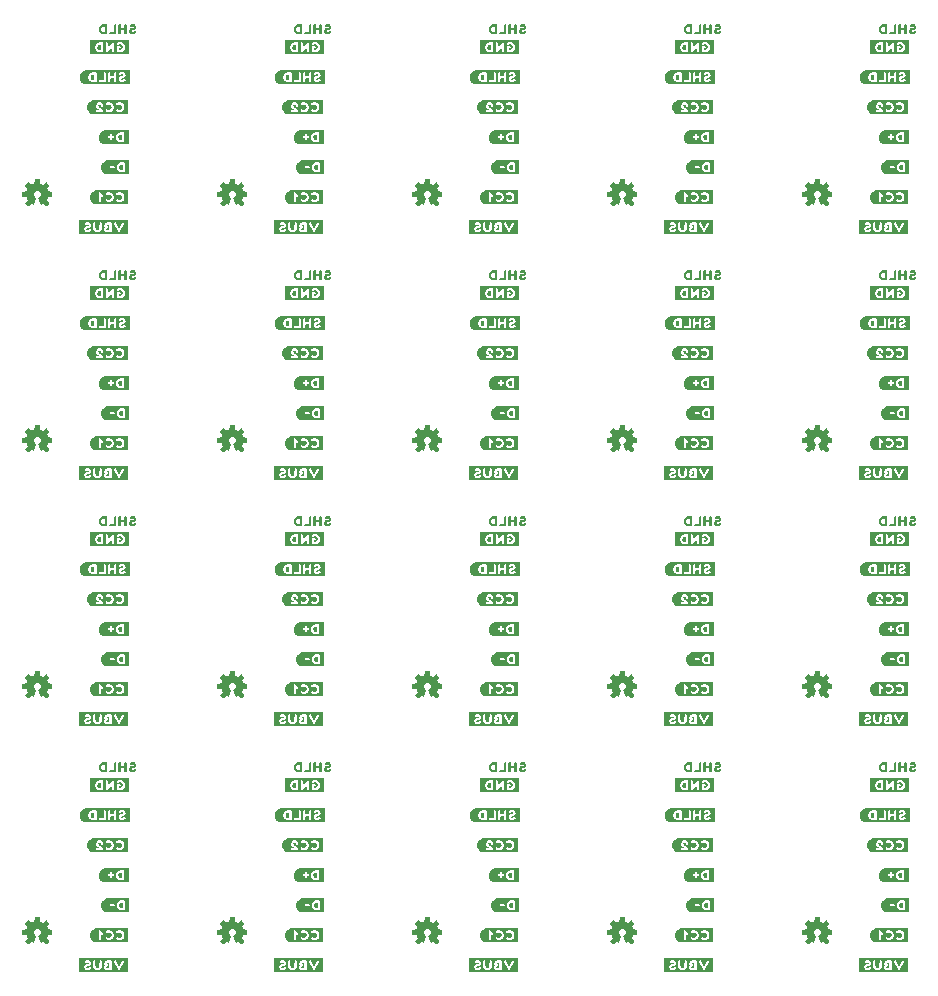
<source format=gbo>
G04 EAGLE Gerber RS-274X export*
G75*
%MOMM*%
%FSLAX34Y34*%
%LPD*%
%INSilkscreen Bottom*%
%IPPOS*%
%AMOC8*
5,1,8,0,0,1.08239X$1,22.5*%
G01*

G36*
X93137Y19487D02*
X93137Y19487D01*
X93136Y19489D01*
X93138Y19490D01*
X93238Y19990D01*
X93235Y19997D01*
X93239Y20000D01*
X93239Y31300D01*
X93203Y31347D01*
X93196Y31342D01*
X93190Y31349D01*
X51690Y31349D01*
X51643Y31313D01*
X51644Y31311D01*
X51642Y31310D01*
X51542Y30810D01*
X51545Y30803D01*
X51541Y30800D01*
X51541Y19500D01*
X51577Y19453D01*
X51584Y19458D01*
X51590Y19451D01*
X93090Y19451D01*
X93137Y19487D01*
G37*
G36*
X753537Y436047D02*
X753537Y436047D01*
X753536Y436049D01*
X753538Y436050D01*
X753638Y436550D01*
X753635Y436557D01*
X753639Y436560D01*
X753639Y447860D01*
X753603Y447907D01*
X753596Y447902D01*
X753590Y447909D01*
X712090Y447909D01*
X712043Y447873D01*
X712044Y447871D01*
X712042Y447870D01*
X711942Y447370D01*
X711945Y447363D01*
X711941Y447360D01*
X711941Y436060D01*
X711977Y436013D01*
X711984Y436018D01*
X711990Y436011D01*
X753490Y436011D01*
X753537Y436047D01*
G37*
G36*
X258237Y644327D02*
X258237Y644327D01*
X258236Y644329D01*
X258238Y644330D01*
X258338Y644830D01*
X258335Y644837D01*
X258339Y644840D01*
X258339Y656140D01*
X258303Y656187D01*
X258296Y656182D01*
X258290Y656189D01*
X216790Y656189D01*
X216743Y656153D01*
X216744Y656151D01*
X216742Y656150D01*
X216642Y655650D01*
X216645Y655643D01*
X216641Y655640D01*
X216641Y644340D01*
X216677Y644293D01*
X216684Y644298D01*
X216690Y644291D01*
X258190Y644291D01*
X258237Y644327D01*
G37*
G36*
X423337Y644327D02*
X423337Y644327D01*
X423336Y644329D01*
X423338Y644330D01*
X423438Y644830D01*
X423435Y644837D01*
X423439Y644840D01*
X423439Y656140D01*
X423403Y656187D01*
X423396Y656182D01*
X423390Y656189D01*
X381890Y656189D01*
X381843Y656153D01*
X381844Y656151D01*
X381842Y656150D01*
X381742Y655650D01*
X381745Y655643D01*
X381741Y655640D01*
X381741Y644340D01*
X381777Y644293D01*
X381784Y644298D01*
X381790Y644291D01*
X423290Y644291D01*
X423337Y644327D01*
G37*
G36*
X93137Y644327D02*
X93137Y644327D01*
X93136Y644329D01*
X93138Y644330D01*
X93238Y644830D01*
X93235Y644837D01*
X93239Y644840D01*
X93239Y656140D01*
X93203Y656187D01*
X93196Y656182D01*
X93190Y656189D01*
X51690Y656189D01*
X51643Y656153D01*
X51644Y656151D01*
X51642Y656150D01*
X51542Y655650D01*
X51545Y655643D01*
X51541Y655640D01*
X51541Y644340D01*
X51577Y644293D01*
X51584Y644298D01*
X51590Y644291D01*
X93090Y644291D01*
X93137Y644327D01*
G37*
G36*
X423337Y436047D02*
X423337Y436047D01*
X423336Y436049D01*
X423338Y436050D01*
X423438Y436550D01*
X423435Y436557D01*
X423439Y436560D01*
X423439Y447860D01*
X423403Y447907D01*
X423396Y447902D01*
X423390Y447909D01*
X381890Y447909D01*
X381843Y447873D01*
X381844Y447871D01*
X381842Y447870D01*
X381742Y447370D01*
X381745Y447363D01*
X381741Y447360D01*
X381741Y436060D01*
X381777Y436013D01*
X381784Y436018D01*
X381790Y436011D01*
X423290Y436011D01*
X423337Y436047D01*
G37*
G36*
X588437Y227767D02*
X588437Y227767D01*
X588436Y227769D01*
X588438Y227770D01*
X588538Y228270D01*
X588535Y228277D01*
X588539Y228280D01*
X588539Y239580D01*
X588503Y239627D01*
X588496Y239622D01*
X588490Y239629D01*
X546990Y239629D01*
X546943Y239593D01*
X546944Y239591D01*
X546942Y239590D01*
X546842Y239090D01*
X546845Y239083D01*
X546841Y239080D01*
X546841Y227780D01*
X546877Y227733D01*
X546884Y227738D01*
X546890Y227731D01*
X588390Y227731D01*
X588437Y227767D01*
G37*
G36*
X258237Y227767D02*
X258237Y227767D01*
X258236Y227769D01*
X258238Y227770D01*
X258338Y228270D01*
X258335Y228277D01*
X258339Y228280D01*
X258339Y239580D01*
X258303Y239627D01*
X258296Y239622D01*
X258290Y239629D01*
X216790Y239629D01*
X216743Y239593D01*
X216744Y239591D01*
X216742Y239590D01*
X216642Y239090D01*
X216645Y239083D01*
X216641Y239080D01*
X216641Y227780D01*
X216677Y227733D01*
X216684Y227738D01*
X216690Y227731D01*
X258190Y227731D01*
X258237Y227767D01*
G37*
G36*
X753537Y227767D02*
X753537Y227767D01*
X753536Y227769D01*
X753538Y227770D01*
X753638Y228270D01*
X753635Y228277D01*
X753639Y228280D01*
X753639Y239580D01*
X753603Y239627D01*
X753596Y239622D01*
X753590Y239629D01*
X712090Y239629D01*
X712043Y239593D01*
X712044Y239591D01*
X712042Y239590D01*
X711942Y239090D01*
X711945Y239083D01*
X711941Y239080D01*
X711941Y227780D01*
X711977Y227733D01*
X711984Y227738D01*
X711990Y227731D01*
X753490Y227731D01*
X753537Y227767D01*
G37*
G36*
X753537Y19487D02*
X753537Y19487D01*
X753536Y19489D01*
X753538Y19490D01*
X753638Y19990D01*
X753635Y19997D01*
X753639Y20000D01*
X753639Y31300D01*
X753603Y31347D01*
X753596Y31342D01*
X753590Y31349D01*
X712090Y31349D01*
X712043Y31313D01*
X712044Y31311D01*
X712042Y31310D01*
X711942Y30810D01*
X711945Y30803D01*
X711941Y30800D01*
X711941Y19500D01*
X711977Y19453D01*
X711984Y19458D01*
X711990Y19451D01*
X753490Y19451D01*
X753537Y19487D01*
G37*
G36*
X258237Y19487D02*
X258237Y19487D01*
X258236Y19489D01*
X258238Y19490D01*
X258338Y19990D01*
X258335Y19997D01*
X258339Y20000D01*
X258339Y31300D01*
X258303Y31347D01*
X258296Y31342D01*
X258290Y31349D01*
X216790Y31349D01*
X216743Y31313D01*
X216744Y31311D01*
X216742Y31310D01*
X216642Y30810D01*
X216645Y30803D01*
X216641Y30800D01*
X216641Y19500D01*
X216677Y19453D01*
X216684Y19458D01*
X216690Y19451D01*
X258190Y19451D01*
X258237Y19487D01*
G37*
G36*
X258237Y436047D02*
X258237Y436047D01*
X258236Y436049D01*
X258238Y436050D01*
X258338Y436550D01*
X258335Y436557D01*
X258339Y436560D01*
X258339Y447860D01*
X258303Y447907D01*
X258296Y447902D01*
X258290Y447909D01*
X216790Y447909D01*
X216743Y447873D01*
X216744Y447871D01*
X216742Y447870D01*
X216642Y447370D01*
X216645Y447363D01*
X216641Y447360D01*
X216641Y436060D01*
X216677Y436013D01*
X216684Y436018D01*
X216690Y436011D01*
X258190Y436011D01*
X258237Y436047D01*
G37*
G36*
X588437Y436047D02*
X588437Y436047D01*
X588436Y436049D01*
X588438Y436050D01*
X588538Y436550D01*
X588535Y436557D01*
X588539Y436560D01*
X588539Y447860D01*
X588503Y447907D01*
X588496Y447902D01*
X588490Y447909D01*
X546990Y447909D01*
X546943Y447873D01*
X546944Y447871D01*
X546942Y447870D01*
X546842Y447370D01*
X546845Y447363D01*
X546841Y447360D01*
X546841Y436060D01*
X546877Y436013D01*
X546884Y436018D01*
X546890Y436011D01*
X588390Y436011D01*
X588437Y436047D01*
G37*
G36*
X753537Y644327D02*
X753537Y644327D01*
X753536Y644329D01*
X753538Y644330D01*
X753638Y644830D01*
X753635Y644837D01*
X753639Y644840D01*
X753639Y656140D01*
X753603Y656187D01*
X753596Y656182D01*
X753590Y656189D01*
X712090Y656189D01*
X712043Y656153D01*
X712044Y656151D01*
X712042Y656150D01*
X711942Y655650D01*
X711945Y655643D01*
X711941Y655640D01*
X711941Y644340D01*
X711977Y644293D01*
X711984Y644298D01*
X711990Y644291D01*
X753490Y644291D01*
X753537Y644327D01*
G37*
G36*
X588437Y644327D02*
X588437Y644327D01*
X588436Y644329D01*
X588438Y644330D01*
X588538Y644830D01*
X588535Y644837D01*
X588539Y644840D01*
X588539Y656140D01*
X588503Y656187D01*
X588496Y656182D01*
X588490Y656189D01*
X546990Y656189D01*
X546943Y656153D01*
X546944Y656151D01*
X546942Y656150D01*
X546842Y655650D01*
X546845Y655643D01*
X546841Y655640D01*
X546841Y644340D01*
X546877Y644293D01*
X546884Y644298D01*
X546890Y644291D01*
X588390Y644291D01*
X588437Y644327D01*
G37*
G36*
X93137Y227767D02*
X93137Y227767D01*
X93136Y227769D01*
X93138Y227770D01*
X93238Y228270D01*
X93235Y228277D01*
X93239Y228280D01*
X93239Y239580D01*
X93203Y239627D01*
X93196Y239622D01*
X93190Y239629D01*
X51690Y239629D01*
X51643Y239593D01*
X51644Y239591D01*
X51642Y239590D01*
X51542Y239090D01*
X51545Y239083D01*
X51541Y239080D01*
X51541Y227780D01*
X51577Y227733D01*
X51584Y227738D01*
X51590Y227731D01*
X93090Y227731D01*
X93137Y227767D01*
G37*
G36*
X423337Y19487D02*
X423337Y19487D01*
X423336Y19489D01*
X423338Y19490D01*
X423438Y19990D01*
X423435Y19997D01*
X423439Y20000D01*
X423439Y31300D01*
X423403Y31347D01*
X423396Y31342D01*
X423390Y31349D01*
X381890Y31349D01*
X381843Y31313D01*
X381844Y31311D01*
X381842Y31310D01*
X381742Y30810D01*
X381745Y30803D01*
X381741Y30800D01*
X381741Y19500D01*
X381777Y19453D01*
X381784Y19458D01*
X381790Y19451D01*
X423290Y19451D01*
X423337Y19487D01*
G37*
G36*
X423337Y227767D02*
X423337Y227767D01*
X423336Y227769D01*
X423338Y227770D01*
X423438Y228270D01*
X423435Y228277D01*
X423439Y228280D01*
X423439Y239580D01*
X423403Y239627D01*
X423396Y239622D01*
X423390Y239629D01*
X381890Y239629D01*
X381843Y239593D01*
X381844Y239591D01*
X381842Y239590D01*
X381742Y239090D01*
X381745Y239083D01*
X381741Y239080D01*
X381741Y227780D01*
X381777Y227733D01*
X381784Y227738D01*
X381790Y227731D01*
X423290Y227731D01*
X423337Y227767D01*
G37*
G36*
X93137Y436047D02*
X93137Y436047D01*
X93136Y436049D01*
X93138Y436050D01*
X93238Y436550D01*
X93235Y436557D01*
X93239Y436560D01*
X93239Y447860D01*
X93203Y447907D01*
X93196Y447902D01*
X93190Y447909D01*
X51690Y447909D01*
X51643Y447873D01*
X51644Y447871D01*
X51642Y447870D01*
X51542Y447370D01*
X51545Y447363D01*
X51541Y447360D01*
X51541Y436060D01*
X51577Y436013D01*
X51584Y436018D01*
X51590Y436011D01*
X93090Y436011D01*
X93137Y436047D01*
G37*
G36*
X588437Y19487D02*
X588437Y19487D01*
X588436Y19489D01*
X588438Y19490D01*
X588538Y19990D01*
X588535Y19997D01*
X588539Y20000D01*
X588539Y31300D01*
X588503Y31347D01*
X588496Y31342D01*
X588490Y31349D01*
X546990Y31349D01*
X546943Y31313D01*
X546944Y31311D01*
X546942Y31310D01*
X546842Y30810D01*
X546845Y30803D01*
X546841Y30800D01*
X546841Y19500D01*
X546877Y19453D01*
X546884Y19458D01*
X546890Y19451D01*
X588390Y19451D01*
X588437Y19487D01*
G37*
G36*
X94577Y771327D02*
X94577Y771327D01*
X94572Y771334D01*
X94579Y771340D01*
X94579Y783140D01*
X94543Y783187D01*
X94536Y783182D01*
X94530Y783189D01*
X57830Y783189D01*
X57825Y783186D01*
X57822Y783189D01*
X56622Y782989D01*
X56616Y782983D01*
X56612Y782986D01*
X56113Y782786D01*
X55514Y782587D01*
X55510Y782580D01*
X55505Y782582D01*
X55005Y782282D01*
X55003Y782278D01*
X54999Y782278D01*
X54500Y781879D01*
X54100Y781579D01*
X54098Y781571D01*
X54092Y781571D01*
X53693Y781073D01*
X53295Y780675D01*
X53294Y780666D01*
X53288Y780665D01*
X52988Y780165D01*
X52989Y780157D01*
X52983Y780156D01*
X52784Y779557D01*
X52584Y779058D01*
X52585Y779056D01*
X52583Y779056D01*
X52383Y778456D01*
X52385Y778450D01*
X52381Y778448D01*
X52281Y777848D01*
X52284Y777843D01*
X52281Y777840D01*
X52281Y776640D01*
X52284Y776635D01*
X52281Y776632D01*
X52381Y776032D01*
X52387Y776026D01*
X52384Y776022D01*
X52584Y775523D01*
X52783Y774924D01*
X52785Y774923D01*
X52784Y774922D01*
X52984Y774422D01*
X52989Y774419D01*
X52988Y774415D01*
X53288Y773915D01*
X53292Y773913D01*
X53292Y773909D01*
X53692Y773409D01*
X53696Y773408D01*
X53695Y773405D01*
X54495Y772605D01*
X54499Y772605D01*
X54499Y772602D01*
X54999Y772202D01*
X55004Y772201D01*
X55005Y772198D01*
X55505Y771898D01*
X55513Y771899D01*
X55514Y771893D01*
X56113Y771694D01*
X56612Y771494D01*
X56619Y771496D01*
X56622Y771491D01*
X57822Y771291D01*
X57827Y771294D01*
X57830Y771291D01*
X94530Y771291D01*
X94577Y771327D01*
G37*
G36*
X754977Y563047D02*
X754977Y563047D01*
X754972Y563054D01*
X754979Y563060D01*
X754979Y574860D01*
X754943Y574907D01*
X754936Y574902D01*
X754930Y574909D01*
X718230Y574909D01*
X718225Y574906D01*
X718222Y574909D01*
X717022Y574709D01*
X717016Y574703D01*
X717012Y574706D01*
X716513Y574506D01*
X715914Y574307D01*
X715910Y574300D01*
X715905Y574302D01*
X715405Y574002D01*
X715403Y573998D01*
X715399Y573998D01*
X714900Y573599D01*
X714500Y573299D01*
X714498Y573291D01*
X714492Y573291D01*
X714093Y572793D01*
X713695Y572395D01*
X713694Y572386D01*
X713688Y572385D01*
X713388Y571885D01*
X713389Y571877D01*
X713383Y571876D01*
X713184Y571277D01*
X712984Y570778D01*
X712985Y570776D01*
X712983Y570776D01*
X712783Y570176D01*
X712785Y570170D01*
X712781Y570168D01*
X712681Y569568D01*
X712684Y569563D01*
X712681Y569560D01*
X712681Y568360D01*
X712684Y568355D01*
X712681Y568352D01*
X712781Y567752D01*
X712787Y567746D01*
X712784Y567742D01*
X712984Y567243D01*
X713183Y566644D01*
X713185Y566643D01*
X713184Y566642D01*
X713384Y566142D01*
X713389Y566139D01*
X713388Y566135D01*
X713688Y565635D01*
X713692Y565633D01*
X713692Y565629D01*
X714092Y565129D01*
X714096Y565128D01*
X714095Y565125D01*
X714895Y564325D01*
X714899Y564325D01*
X714899Y564322D01*
X715399Y563922D01*
X715404Y563921D01*
X715405Y563918D01*
X715905Y563618D01*
X715913Y563619D01*
X715914Y563613D01*
X716513Y563414D01*
X717012Y563214D01*
X717019Y563216D01*
X717022Y563211D01*
X718222Y563011D01*
X718227Y563014D01*
X718230Y563011D01*
X754930Y563011D01*
X754977Y563047D01*
G37*
G36*
X94577Y146487D02*
X94577Y146487D01*
X94572Y146494D01*
X94579Y146500D01*
X94579Y158300D01*
X94543Y158347D01*
X94536Y158342D01*
X94530Y158349D01*
X57830Y158349D01*
X57825Y158346D01*
X57822Y158349D01*
X56622Y158149D01*
X56616Y158143D01*
X56612Y158146D01*
X56113Y157946D01*
X55514Y157747D01*
X55510Y157740D01*
X55505Y157742D01*
X55005Y157442D01*
X55003Y157438D01*
X54999Y157438D01*
X54500Y157039D01*
X54100Y156739D01*
X54098Y156731D01*
X54092Y156731D01*
X53693Y156233D01*
X53295Y155835D01*
X53294Y155826D01*
X53288Y155825D01*
X52988Y155325D01*
X52989Y155317D01*
X52983Y155316D01*
X52784Y154717D01*
X52584Y154218D01*
X52585Y154216D01*
X52583Y154216D01*
X52383Y153616D01*
X52385Y153610D01*
X52381Y153608D01*
X52281Y153008D01*
X52284Y153003D01*
X52281Y153000D01*
X52281Y151800D01*
X52284Y151795D01*
X52281Y151792D01*
X52381Y151192D01*
X52387Y151186D01*
X52384Y151182D01*
X52584Y150683D01*
X52783Y150084D01*
X52785Y150083D01*
X52784Y150082D01*
X52984Y149582D01*
X52989Y149579D01*
X52988Y149575D01*
X53288Y149075D01*
X53292Y149073D01*
X53292Y149069D01*
X53692Y148569D01*
X53696Y148568D01*
X53695Y148565D01*
X54495Y147765D01*
X54499Y147765D01*
X54499Y147762D01*
X54999Y147362D01*
X55004Y147361D01*
X55005Y147358D01*
X55505Y147058D01*
X55513Y147059D01*
X55514Y147053D01*
X56113Y146854D01*
X56612Y146654D01*
X56619Y146656D01*
X56622Y146651D01*
X57822Y146451D01*
X57827Y146454D01*
X57830Y146451D01*
X94530Y146451D01*
X94577Y146487D01*
G37*
G36*
X94577Y563047D02*
X94577Y563047D01*
X94572Y563054D01*
X94579Y563060D01*
X94579Y574860D01*
X94543Y574907D01*
X94536Y574902D01*
X94530Y574909D01*
X57830Y574909D01*
X57825Y574906D01*
X57822Y574909D01*
X56622Y574709D01*
X56616Y574703D01*
X56612Y574706D01*
X56113Y574506D01*
X55514Y574307D01*
X55510Y574300D01*
X55505Y574302D01*
X55005Y574002D01*
X55003Y573998D01*
X54999Y573998D01*
X54500Y573599D01*
X54100Y573299D01*
X54098Y573291D01*
X54092Y573291D01*
X53693Y572793D01*
X53295Y572395D01*
X53294Y572386D01*
X53288Y572385D01*
X52988Y571885D01*
X52989Y571877D01*
X52983Y571876D01*
X52784Y571277D01*
X52584Y570778D01*
X52585Y570776D01*
X52583Y570776D01*
X52383Y570176D01*
X52385Y570170D01*
X52381Y570168D01*
X52281Y569568D01*
X52284Y569563D01*
X52281Y569560D01*
X52281Y568360D01*
X52284Y568355D01*
X52281Y568352D01*
X52381Y567752D01*
X52387Y567746D01*
X52384Y567742D01*
X52584Y567243D01*
X52783Y566644D01*
X52785Y566643D01*
X52784Y566642D01*
X52984Y566142D01*
X52989Y566139D01*
X52988Y566135D01*
X53288Y565635D01*
X53292Y565633D01*
X53292Y565629D01*
X53692Y565129D01*
X53696Y565128D01*
X53695Y565125D01*
X54495Y564325D01*
X54499Y564325D01*
X54499Y564322D01*
X54999Y563922D01*
X55004Y563921D01*
X55005Y563918D01*
X55505Y563618D01*
X55513Y563619D01*
X55514Y563613D01*
X56113Y563414D01*
X56612Y563214D01*
X56619Y563216D01*
X56622Y563211D01*
X57822Y563011D01*
X57827Y563014D01*
X57830Y563011D01*
X94530Y563011D01*
X94577Y563047D01*
G37*
G36*
X589877Y771327D02*
X589877Y771327D01*
X589872Y771334D01*
X589879Y771340D01*
X589879Y783140D01*
X589843Y783187D01*
X589836Y783182D01*
X589830Y783189D01*
X553130Y783189D01*
X553125Y783186D01*
X553122Y783189D01*
X551922Y782989D01*
X551916Y782983D01*
X551912Y782986D01*
X551413Y782786D01*
X550814Y782587D01*
X550810Y782580D01*
X550805Y782582D01*
X550305Y782282D01*
X550303Y782278D01*
X550299Y782278D01*
X549800Y781879D01*
X549400Y781579D01*
X549398Y781571D01*
X549392Y781571D01*
X548993Y781073D01*
X548595Y780675D01*
X548594Y780666D01*
X548588Y780665D01*
X548288Y780165D01*
X548289Y780157D01*
X548283Y780156D01*
X548084Y779557D01*
X547884Y779058D01*
X547885Y779056D01*
X547883Y779056D01*
X547683Y778456D01*
X547685Y778450D01*
X547681Y778448D01*
X547581Y777848D01*
X547584Y777843D01*
X547581Y777840D01*
X547581Y776640D01*
X547584Y776635D01*
X547581Y776632D01*
X547681Y776032D01*
X547687Y776026D01*
X547684Y776022D01*
X547884Y775523D01*
X548083Y774924D01*
X548085Y774923D01*
X548084Y774922D01*
X548284Y774422D01*
X548289Y774419D01*
X548288Y774415D01*
X548588Y773915D01*
X548592Y773913D01*
X548592Y773909D01*
X548992Y773409D01*
X548996Y773408D01*
X548995Y773405D01*
X549795Y772605D01*
X549799Y772605D01*
X549799Y772602D01*
X550299Y772202D01*
X550304Y772201D01*
X550305Y772198D01*
X550805Y771898D01*
X550813Y771899D01*
X550814Y771893D01*
X551413Y771694D01*
X551912Y771494D01*
X551919Y771496D01*
X551922Y771491D01*
X553122Y771291D01*
X553127Y771294D01*
X553130Y771291D01*
X589830Y771291D01*
X589877Y771327D01*
G37*
G36*
X259677Y771327D02*
X259677Y771327D01*
X259672Y771334D01*
X259679Y771340D01*
X259679Y783140D01*
X259643Y783187D01*
X259636Y783182D01*
X259630Y783189D01*
X222930Y783189D01*
X222925Y783186D01*
X222922Y783189D01*
X221722Y782989D01*
X221716Y782983D01*
X221712Y782986D01*
X221213Y782786D01*
X220614Y782587D01*
X220610Y782580D01*
X220605Y782582D01*
X220105Y782282D01*
X220103Y782278D01*
X220099Y782278D01*
X219600Y781879D01*
X219200Y781579D01*
X219198Y781571D01*
X219192Y781571D01*
X218793Y781073D01*
X218395Y780675D01*
X218394Y780666D01*
X218388Y780665D01*
X218088Y780165D01*
X218089Y780157D01*
X218083Y780156D01*
X217884Y779557D01*
X217684Y779058D01*
X217685Y779056D01*
X217683Y779056D01*
X217483Y778456D01*
X217485Y778450D01*
X217481Y778448D01*
X217381Y777848D01*
X217384Y777843D01*
X217381Y777840D01*
X217381Y776640D01*
X217384Y776635D01*
X217381Y776632D01*
X217481Y776032D01*
X217487Y776026D01*
X217484Y776022D01*
X217684Y775523D01*
X217883Y774924D01*
X217885Y774923D01*
X217884Y774922D01*
X218084Y774422D01*
X218089Y774419D01*
X218088Y774415D01*
X218388Y773915D01*
X218392Y773913D01*
X218392Y773909D01*
X218792Y773409D01*
X218796Y773408D01*
X218795Y773405D01*
X219595Y772605D01*
X219599Y772605D01*
X219599Y772602D01*
X220099Y772202D01*
X220104Y772201D01*
X220105Y772198D01*
X220605Y771898D01*
X220613Y771899D01*
X220614Y771893D01*
X221213Y771694D01*
X221712Y771494D01*
X221719Y771496D01*
X221722Y771491D01*
X222922Y771291D01*
X222927Y771294D01*
X222930Y771291D01*
X259630Y771291D01*
X259677Y771327D01*
G37*
G36*
X424777Y771327D02*
X424777Y771327D01*
X424772Y771334D01*
X424779Y771340D01*
X424779Y783140D01*
X424743Y783187D01*
X424736Y783182D01*
X424730Y783189D01*
X388030Y783189D01*
X388025Y783186D01*
X388022Y783189D01*
X386822Y782989D01*
X386816Y782983D01*
X386812Y782986D01*
X386313Y782786D01*
X385714Y782587D01*
X385710Y782580D01*
X385705Y782582D01*
X385205Y782282D01*
X385203Y782278D01*
X385199Y782278D01*
X384700Y781879D01*
X384300Y781579D01*
X384298Y781571D01*
X384292Y781571D01*
X383893Y781073D01*
X383495Y780675D01*
X383494Y780666D01*
X383488Y780665D01*
X383188Y780165D01*
X383189Y780157D01*
X383183Y780156D01*
X382984Y779557D01*
X382784Y779058D01*
X382785Y779056D01*
X382783Y779056D01*
X382583Y778456D01*
X382585Y778450D01*
X382581Y778448D01*
X382481Y777848D01*
X382484Y777843D01*
X382481Y777840D01*
X382481Y776640D01*
X382484Y776635D01*
X382481Y776632D01*
X382581Y776032D01*
X382587Y776026D01*
X382584Y776022D01*
X382784Y775523D01*
X382983Y774924D01*
X382985Y774923D01*
X382984Y774922D01*
X383184Y774422D01*
X383189Y774419D01*
X383188Y774415D01*
X383488Y773915D01*
X383492Y773913D01*
X383492Y773909D01*
X383892Y773409D01*
X383896Y773408D01*
X383895Y773405D01*
X384695Y772605D01*
X384699Y772605D01*
X384699Y772602D01*
X385199Y772202D01*
X385204Y772201D01*
X385205Y772198D01*
X385705Y771898D01*
X385713Y771899D01*
X385714Y771893D01*
X386313Y771694D01*
X386812Y771494D01*
X386819Y771496D01*
X386822Y771491D01*
X388022Y771291D01*
X388027Y771294D01*
X388030Y771291D01*
X424730Y771291D01*
X424777Y771327D01*
G37*
G36*
X754977Y771327D02*
X754977Y771327D01*
X754972Y771334D01*
X754979Y771340D01*
X754979Y783140D01*
X754943Y783187D01*
X754936Y783182D01*
X754930Y783189D01*
X718230Y783189D01*
X718225Y783186D01*
X718222Y783189D01*
X717022Y782989D01*
X717016Y782983D01*
X717012Y782986D01*
X716513Y782786D01*
X715914Y782587D01*
X715910Y782580D01*
X715905Y782582D01*
X715405Y782282D01*
X715403Y782278D01*
X715399Y782278D01*
X714900Y781879D01*
X714500Y781579D01*
X714498Y781571D01*
X714492Y781571D01*
X714093Y781073D01*
X713695Y780675D01*
X713694Y780666D01*
X713688Y780665D01*
X713388Y780165D01*
X713389Y780157D01*
X713383Y780156D01*
X713184Y779557D01*
X712984Y779058D01*
X712985Y779056D01*
X712983Y779056D01*
X712783Y778456D01*
X712785Y778450D01*
X712781Y778448D01*
X712681Y777848D01*
X712684Y777843D01*
X712681Y777840D01*
X712681Y776640D01*
X712684Y776635D01*
X712681Y776632D01*
X712781Y776032D01*
X712787Y776026D01*
X712784Y776022D01*
X712984Y775523D01*
X713183Y774924D01*
X713185Y774923D01*
X713184Y774922D01*
X713384Y774422D01*
X713389Y774419D01*
X713388Y774415D01*
X713688Y773915D01*
X713692Y773913D01*
X713692Y773909D01*
X714092Y773409D01*
X714096Y773408D01*
X714095Y773405D01*
X714895Y772605D01*
X714899Y772605D01*
X714899Y772602D01*
X715399Y772202D01*
X715404Y772201D01*
X715405Y772198D01*
X715905Y771898D01*
X715913Y771899D01*
X715914Y771893D01*
X716513Y771694D01*
X717012Y771494D01*
X717019Y771496D01*
X717022Y771491D01*
X718222Y771291D01*
X718227Y771294D01*
X718230Y771291D01*
X754930Y771291D01*
X754977Y771327D01*
G37*
G36*
X754977Y146487D02*
X754977Y146487D01*
X754972Y146494D01*
X754979Y146500D01*
X754979Y158300D01*
X754943Y158347D01*
X754936Y158342D01*
X754930Y158349D01*
X718230Y158349D01*
X718225Y158346D01*
X718222Y158349D01*
X717022Y158149D01*
X717016Y158143D01*
X717012Y158146D01*
X716513Y157946D01*
X715914Y157747D01*
X715910Y157740D01*
X715905Y157742D01*
X715405Y157442D01*
X715403Y157438D01*
X715399Y157438D01*
X714900Y157039D01*
X714500Y156739D01*
X714498Y156731D01*
X714492Y156731D01*
X714093Y156233D01*
X713695Y155835D01*
X713694Y155826D01*
X713688Y155825D01*
X713388Y155325D01*
X713389Y155317D01*
X713383Y155316D01*
X713184Y154717D01*
X712984Y154218D01*
X712985Y154216D01*
X712983Y154216D01*
X712783Y153616D01*
X712785Y153610D01*
X712781Y153608D01*
X712681Y153008D01*
X712684Y153003D01*
X712681Y153000D01*
X712681Y151800D01*
X712684Y151795D01*
X712681Y151792D01*
X712781Y151192D01*
X712787Y151186D01*
X712784Y151182D01*
X712984Y150683D01*
X713183Y150084D01*
X713185Y150083D01*
X713184Y150082D01*
X713384Y149582D01*
X713389Y149579D01*
X713388Y149575D01*
X713688Y149075D01*
X713692Y149073D01*
X713692Y149069D01*
X714092Y148569D01*
X714096Y148568D01*
X714095Y148565D01*
X714895Y147765D01*
X714899Y147765D01*
X714899Y147762D01*
X715399Y147362D01*
X715404Y147361D01*
X715405Y147358D01*
X715905Y147058D01*
X715913Y147059D01*
X715914Y147053D01*
X716513Y146854D01*
X717012Y146654D01*
X717019Y146656D01*
X717022Y146651D01*
X718222Y146451D01*
X718227Y146454D01*
X718230Y146451D01*
X754930Y146451D01*
X754977Y146487D01*
G37*
G36*
X259677Y354767D02*
X259677Y354767D01*
X259672Y354774D01*
X259679Y354780D01*
X259679Y366580D01*
X259643Y366627D01*
X259636Y366622D01*
X259630Y366629D01*
X222930Y366629D01*
X222925Y366626D01*
X222922Y366629D01*
X221722Y366429D01*
X221716Y366423D01*
X221712Y366426D01*
X221213Y366226D01*
X220614Y366027D01*
X220610Y366020D01*
X220605Y366022D01*
X220105Y365722D01*
X220103Y365718D01*
X220099Y365718D01*
X219600Y365319D01*
X219200Y365019D01*
X219198Y365011D01*
X219192Y365011D01*
X218793Y364513D01*
X218395Y364115D01*
X218394Y364106D01*
X218388Y364105D01*
X218088Y363605D01*
X218089Y363597D01*
X218083Y363596D01*
X217884Y362997D01*
X217684Y362498D01*
X217685Y362496D01*
X217683Y362496D01*
X217483Y361896D01*
X217485Y361890D01*
X217481Y361888D01*
X217381Y361288D01*
X217384Y361283D01*
X217381Y361280D01*
X217381Y360080D01*
X217384Y360075D01*
X217381Y360072D01*
X217481Y359472D01*
X217487Y359466D01*
X217484Y359462D01*
X217684Y358963D01*
X217883Y358364D01*
X217885Y358363D01*
X217884Y358362D01*
X218084Y357862D01*
X218089Y357859D01*
X218088Y357855D01*
X218388Y357355D01*
X218392Y357353D01*
X218392Y357349D01*
X218792Y356849D01*
X218796Y356848D01*
X218795Y356845D01*
X219595Y356045D01*
X219599Y356045D01*
X219599Y356042D01*
X220099Y355642D01*
X220104Y355641D01*
X220105Y355638D01*
X220605Y355338D01*
X220613Y355339D01*
X220614Y355333D01*
X221213Y355134D01*
X221712Y354934D01*
X221719Y354936D01*
X221722Y354931D01*
X222922Y354731D01*
X222927Y354734D01*
X222930Y354731D01*
X259630Y354731D01*
X259677Y354767D01*
G37*
G36*
X589877Y146487D02*
X589877Y146487D01*
X589872Y146494D01*
X589879Y146500D01*
X589879Y158300D01*
X589843Y158347D01*
X589836Y158342D01*
X589830Y158349D01*
X553130Y158349D01*
X553125Y158346D01*
X553122Y158349D01*
X551922Y158149D01*
X551916Y158143D01*
X551912Y158146D01*
X551413Y157946D01*
X550814Y157747D01*
X550810Y157740D01*
X550805Y157742D01*
X550305Y157442D01*
X550303Y157438D01*
X550299Y157438D01*
X549800Y157039D01*
X549400Y156739D01*
X549398Y156731D01*
X549392Y156731D01*
X548993Y156233D01*
X548595Y155835D01*
X548594Y155826D01*
X548588Y155825D01*
X548288Y155325D01*
X548289Y155317D01*
X548283Y155316D01*
X548084Y154717D01*
X547884Y154218D01*
X547885Y154216D01*
X547883Y154216D01*
X547683Y153616D01*
X547685Y153610D01*
X547681Y153608D01*
X547581Y153008D01*
X547584Y153003D01*
X547581Y153000D01*
X547581Y151800D01*
X547584Y151795D01*
X547581Y151792D01*
X547681Y151192D01*
X547687Y151186D01*
X547684Y151182D01*
X547884Y150683D01*
X548083Y150084D01*
X548085Y150083D01*
X548084Y150082D01*
X548284Y149582D01*
X548289Y149579D01*
X548288Y149575D01*
X548588Y149075D01*
X548592Y149073D01*
X548592Y149069D01*
X548992Y148569D01*
X548996Y148568D01*
X548995Y148565D01*
X549795Y147765D01*
X549799Y147765D01*
X549799Y147762D01*
X550299Y147362D01*
X550304Y147361D01*
X550305Y147358D01*
X550805Y147058D01*
X550813Y147059D01*
X550814Y147053D01*
X551413Y146854D01*
X551912Y146654D01*
X551919Y146656D01*
X551922Y146651D01*
X553122Y146451D01*
X553127Y146454D01*
X553130Y146451D01*
X589830Y146451D01*
X589877Y146487D01*
G37*
G36*
X424777Y563047D02*
X424777Y563047D01*
X424772Y563054D01*
X424779Y563060D01*
X424779Y574860D01*
X424743Y574907D01*
X424736Y574902D01*
X424730Y574909D01*
X388030Y574909D01*
X388025Y574906D01*
X388022Y574909D01*
X386822Y574709D01*
X386816Y574703D01*
X386812Y574706D01*
X386313Y574506D01*
X385714Y574307D01*
X385710Y574300D01*
X385705Y574302D01*
X385205Y574002D01*
X385203Y573998D01*
X385199Y573998D01*
X384700Y573599D01*
X384300Y573299D01*
X384298Y573291D01*
X384292Y573291D01*
X383893Y572793D01*
X383495Y572395D01*
X383494Y572386D01*
X383488Y572385D01*
X383188Y571885D01*
X383189Y571877D01*
X383183Y571876D01*
X382984Y571277D01*
X382784Y570778D01*
X382785Y570776D01*
X382783Y570776D01*
X382583Y570176D01*
X382585Y570170D01*
X382581Y570168D01*
X382481Y569568D01*
X382484Y569563D01*
X382481Y569560D01*
X382481Y568360D01*
X382484Y568355D01*
X382481Y568352D01*
X382581Y567752D01*
X382587Y567746D01*
X382584Y567742D01*
X382784Y567243D01*
X382983Y566644D01*
X382985Y566643D01*
X382984Y566642D01*
X383184Y566142D01*
X383189Y566139D01*
X383188Y566135D01*
X383488Y565635D01*
X383492Y565633D01*
X383492Y565629D01*
X383892Y565129D01*
X383896Y565128D01*
X383895Y565125D01*
X384695Y564325D01*
X384699Y564325D01*
X384699Y564322D01*
X385199Y563922D01*
X385204Y563921D01*
X385205Y563918D01*
X385705Y563618D01*
X385713Y563619D01*
X385714Y563613D01*
X386313Y563414D01*
X386812Y563214D01*
X386819Y563216D01*
X386822Y563211D01*
X388022Y563011D01*
X388027Y563014D01*
X388030Y563011D01*
X424730Y563011D01*
X424777Y563047D01*
G37*
G36*
X259677Y146487D02*
X259677Y146487D01*
X259672Y146494D01*
X259679Y146500D01*
X259679Y158300D01*
X259643Y158347D01*
X259636Y158342D01*
X259630Y158349D01*
X222930Y158349D01*
X222925Y158346D01*
X222922Y158349D01*
X221722Y158149D01*
X221716Y158143D01*
X221712Y158146D01*
X221213Y157946D01*
X220614Y157747D01*
X220610Y157740D01*
X220605Y157742D01*
X220105Y157442D01*
X220103Y157438D01*
X220099Y157438D01*
X219600Y157039D01*
X219200Y156739D01*
X219198Y156731D01*
X219192Y156731D01*
X218793Y156233D01*
X218395Y155835D01*
X218394Y155826D01*
X218388Y155825D01*
X218088Y155325D01*
X218089Y155317D01*
X218083Y155316D01*
X217884Y154717D01*
X217684Y154218D01*
X217685Y154216D01*
X217683Y154216D01*
X217483Y153616D01*
X217485Y153610D01*
X217481Y153608D01*
X217381Y153008D01*
X217384Y153003D01*
X217381Y153000D01*
X217381Y151800D01*
X217384Y151795D01*
X217381Y151792D01*
X217481Y151192D01*
X217487Y151186D01*
X217484Y151182D01*
X217684Y150683D01*
X217883Y150084D01*
X217885Y150083D01*
X217884Y150082D01*
X218084Y149582D01*
X218089Y149579D01*
X218088Y149575D01*
X218388Y149075D01*
X218392Y149073D01*
X218392Y149069D01*
X218792Y148569D01*
X218796Y148568D01*
X218795Y148565D01*
X219595Y147765D01*
X219599Y147765D01*
X219599Y147762D01*
X220099Y147362D01*
X220104Y147361D01*
X220105Y147358D01*
X220605Y147058D01*
X220613Y147059D01*
X220614Y147053D01*
X221213Y146854D01*
X221712Y146654D01*
X221719Y146656D01*
X221722Y146651D01*
X222922Y146451D01*
X222927Y146454D01*
X222930Y146451D01*
X259630Y146451D01*
X259677Y146487D01*
G37*
G36*
X754977Y354767D02*
X754977Y354767D01*
X754972Y354774D01*
X754979Y354780D01*
X754979Y366580D01*
X754943Y366627D01*
X754936Y366622D01*
X754930Y366629D01*
X718230Y366629D01*
X718225Y366626D01*
X718222Y366629D01*
X717022Y366429D01*
X717016Y366423D01*
X717012Y366426D01*
X716513Y366226D01*
X715914Y366027D01*
X715910Y366020D01*
X715905Y366022D01*
X715405Y365722D01*
X715403Y365718D01*
X715399Y365718D01*
X714900Y365319D01*
X714500Y365019D01*
X714498Y365011D01*
X714492Y365011D01*
X714093Y364513D01*
X713695Y364115D01*
X713694Y364106D01*
X713688Y364105D01*
X713388Y363605D01*
X713389Y363597D01*
X713383Y363596D01*
X713184Y362997D01*
X712984Y362498D01*
X712985Y362496D01*
X712983Y362496D01*
X712783Y361896D01*
X712785Y361890D01*
X712781Y361888D01*
X712681Y361288D01*
X712684Y361283D01*
X712681Y361280D01*
X712681Y360080D01*
X712684Y360075D01*
X712681Y360072D01*
X712781Y359472D01*
X712787Y359466D01*
X712784Y359462D01*
X712984Y358963D01*
X713183Y358364D01*
X713185Y358363D01*
X713184Y358362D01*
X713384Y357862D01*
X713389Y357859D01*
X713388Y357855D01*
X713688Y357355D01*
X713692Y357353D01*
X713692Y357349D01*
X714092Y356849D01*
X714096Y356848D01*
X714095Y356845D01*
X714895Y356045D01*
X714899Y356045D01*
X714899Y356042D01*
X715399Y355642D01*
X715404Y355641D01*
X715405Y355638D01*
X715905Y355338D01*
X715913Y355339D01*
X715914Y355333D01*
X716513Y355134D01*
X717012Y354934D01*
X717019Y354936D01*
X717022Y354931D01*
X718222Y354731D01*
X718227Y354734D01*
X718230Y354731D01*
X754930Y354731D01*
X754977Y354767D01*
G37*
G36*
X259677Y563047D02*
X259677Y563047D01*
X259672Y563054D01*
X259679Y563060D01*
X259679Y574860D01*
X259643Y574907D01*
X259636Y574902D01*
X259630Y574909D01*
X222930Y574909D01*
X222925Y574906D01*
X222922Y574909D01*
X221722Y574709D01*
X221716Y574703D01*
X221712Y574706D01*
X221213Y574506D01*
X220614Y574307D01*
X220610Y574300D01*
X220605Y574302D01*
X220105Y574002D01*
X220103Y573998D01*
X220099Y573998D01*
X219600Y573599D01*
X219200Y573299D01*
X219198Y573291D01*
X219192Y573291D01*
X218793Y572793D01*
X218395Y572395D01*
X218394Y572386D01*
X218388Y572385D01*
X218088Y571885D01*
X218089Y571877D01*
X218083Y571876D01*
X217884Y571277D01*
X217684Y570778D01*
X217685Y570776D01*
X217683Y570776D01*
X217483Y570176D01*
X217485Y570170D01*
X217481Y570168D01*
X217381Y569568D01*
X217384Y569563D01*
X217381Y569560D01*
X217381Y568360D01*
X217384Y568355D01*
X217381Y568352D01*
X217481Y567752D01*
X217487Y567746D01*
X217484Y567742D01*
X217684Y567243D01*
X217883Y566644D01*
X217885Y566643D01*
X217884Y566642D01*
X218084Y566142D01*
X218089Y566139D01*
X218088Y566135D01*
X218388Y565635D01*
X218392Y565633D01*
X218392Y565629D01*
X218792Y565129D01*
X218796Y565128D01*
X218795Y565125D01*
X219595Y564325D01*
X219599Y564325D01*
X219599Y564322D01*
X220099Y563922D01*
X220104Y563921D01*
X220105Y563918D01*
X220605Y563618D01*
X220613Y563619D01*
X220614Y563613D01*
X221213Y563414D01*
X221712Y563214D01*
X221719Y563216D01*
X221722Y563211D01*
X222922Y563011D01*
X222927Y563014D01*
X222930Y563011D01*
X259630Y563011D01*
X259677Y563047D01*
G37*
G36*
X94577Y354767D02*
X94577Y354767D01*
X94572Y354774D01*
X94579Y354780D01*
X94579Y366580D01*
X94543Y366627D01*
X94536Y366622D01*
X94530Y366629D01*
X57830Y366629D01*
X57825Y366626D01*
X57822Y366629D01*
X56622Y366429D01*
X56616Y366423D01*
X56612Y366426D01*
X56113Y366226D01*
X55514Y366027D01*
X55510Y366020D01*
X55505Y366022D01*
X55005Y365722D01*
X55003Y365718D01*
X54999Y365718D01*
X54500Y365319D01*
X54100Y365019D01*
X54098Y365011D01*
X54092Y365011D01*
X53693Y364513D01*
X53295Y364115D01*
X53294Y364106D01*
X53288Y364105D01*
X52988Y363605D01*
X52989Y363597D01*
X52983Y363596D01*
X52784Y362997D01*
X52584Y362498D01*
X52585Y362496D01*
X52583Y362496D01*
X52383Y361896D01*
X52385Y361890D01*
X52381Y361888D01*
X52281Y361288D01*
X52284Y361283D01*
X52281Y361280D01*
X52281Y360080D01*
X52284Y360075D01*
X52281Y360072D01*
X52381Y359472D01*
X52387Y359466D01*
X52384Y359462D01*
X52584Y358963D01*
X52783Y358364D01*
X52785Y358363D01*
X52784Y358362D01*
X52984Y357862D01*
X52989Y357859D01*
X52988Y357855D01*
X53288Y357355D01*
X53292Y357353D01*
X53292Y357349D01*
X53692Y356849D01*
X53696Y356848D01*
X53695Y356845D01*
X54495Y356045D01*
X54499Y356045D01*
X54499Y356042D01*
X54999Y355642D01*
X55004Y355641D01*
X55005Y355638D01*
X55505Y355338D01*
X55513Y355339D01*
X55514Y355333D01*
X56113Y355134D01*
X56612Y354934D01*
X56619Y354936D01*
X56622Y354931D01*
X57822Y354731D01*
X57827Y354734D01*
X57830Y354731D01*
X94530Y354731D01*
X94577Y354767D01*
G37*
G36*
X424777Y354767D02*
X424777Y354767D01*
X424772Y354774D01*
X424779Y354780D01*
X424779Y366580D01*
X424743Y366627D01*
X424736Y366622D01*
X424730Y366629D01*
X388030Y366629D01*
X388025Y366626D01*
X388022Y366629D01*
X386822Y366429D01*
X386816Y366423D01*
X386812Y366426D01*
X386313Y366226D01*
X385714Y366027D01*
X385710Y366020D01*
X385705Y366022D01*
X385205Y365722D01*
X385203Y365718D01*
X385199Y365718D01*
X384700Y365319D01*
X384300Y365019D01*
X384298Y365011D01*
X384292Y365011D01*
X383893Y364513D01*
X383495Y364115D01*
X383494Y364106D01*
X383488Y364105D01*
X383188Y363605D01*
X383189Y363597D01*
X383183Y363596D01*
X382984Y362997D01*
X382784Y362498D01*
X382785Y362496D01*
X382783Y362496D01*
X382583Y361896D01*
X382585Y361890D01*
X382581Y361888D01*
X382481Y361288D01*
X382484Y361283D01*
X382481Y361280D01*
X382481Y360080D01*
X382484Y360075D01*
X382481Y360072D01*
X382581Y359472D01*
X382587Y359466D01*
X382584Y359462D01*
X382784Y358963D01*
X382983Y358364D01*
X382985Y358363D01*
X382984Y358362D01*
X383184Y357862D01*
X383189Y357859D01*
X383188Y357855D01*
X383488Y357355D01*
X383492Y357353D01*
X383492Y357349D01*
X383892Y356849D01*
X383896Y356848D01*
X383895Y356845D01*
X384695Y356045D01*
X384699Y356045D01*
X384699Y356042D01*
X385199Y355642D01*
X385204Y355641D01*
X385205Y355638D01*
X385705Y355338D01*
X385713Y355339D01*
X385714Y355333D01*
X386313Y355134D01*
X386812Y354934D01*
X386819Y354936D01*
X386822Y354931D01*
X388022Y354731D01*
X388027Y354734D01*
X388030Y354731D01*
X424730Y354731D01*
X424777Y354767D01*
G37*
G36*
X589877Y354767D02*
X589877Y354767D01*
X589872Y354774D01*
X589879Y354780D01*
X589879Y366580D01*
X589843Y366627D01*
X589836Y366622D01*
X589830Y366629D01*
X553130Y366629D01*
X553125Y366626D01*
X553122Y366629D01*
X551922Y366429D01*
X551916Y366423D01*
X551912Y366426D01*
X551413Y366226D01*
X550814Y366027D01*
X550810Y366020D01*
X550805Y366022D01*
X550305Y365722D01*
X550303Y365718D01*
X550299Y365718D01*
X549800Y365319D01*
X549400Y365019D01*
X549398Y365011D01*
X549392Y365011D01*
X548993Y364513D01*
X548595Y364115D01*
X548594Y364106D01*
X548588Y364105D01*
X548288Y363605D01*
X548289Y363597D01*
X548283Y363596D01*
X548084Y362997D01*
X547884Y362498D01*
X547885Y362496D01*
X547883Y362496D01*
X547683Y361896D01*
X547685Y361890D01*
X547681Y361888D01*
X547581Y361288D01*
X547584Y361283D01*
X547581Y361280D01*
X547581Y360080D01*
X547584Y360075D01*
X547581Y360072D01*
X547681Y359472D01*
X547687Y359466D01*
X547684Y359462D01*
X547884Y358963D01*
X548083Y358364D01*
X548085Y358363D01*
X548084Y358362D01*
X548284Y357862D01*
X548289Y357859D01*
X548288Y357855D01*
X548588Y357355D01*
X548592Y357353D01*
X548592Y357349D01*
X548992Y356849D01*
X548996Y356848D01*
X548995Y356845D01*
X549795Y356045D01*
X549799Y356045D01*
X549799Y356042D01*
X550299Y355642D01*
X550304Y355641D01*
X550305Y355638D01*
X550805Y355338D01*
X550813Y355339D01*
X550814Y355333D01*
X551413Y355134D01*
X551912Y354934D01*
X551919Y354936D01*
X551922Y354931D01*
X553122Y354731D01*
X553127Y354734D01*
X553130Y354731D01*
X589830Y354731D01*
X589877Y354767D01*
G37*
G36*
X589877Y563047D02*
X589877Y563047D01*
X589872Y563054D01*
X589879Y563060D01*
X589879Y574860D01*
X589843Y574907D01*
X589836Y574902D01*
X589830Y574909D01*
X553130Y574909D01*
X553125Y574906D01*
X553122Y574909D01*
X551922Y574709D01*
X551916Y574703D01*
X551912Y574706D01*
X551413Y574506D01*
X550814Y574307D01*
X550810Y574300D01*
X550805Y574302D01*
X550305Y574002D01*
X550303Y573998D01*
X550299Y573998D01*
X549800Y573599D01*
X549400Y573299D01*
X549398Y573291D01*
X549392Y573291D01*
X548993Y572793D01*
X548595Y572395D01*
X548594Y572386D01*
X548588Y572385D01*
X548288Y571885D01*
X548289Y571877D01*
X548283Y571876D01*
X548084Y571277D01*
X547884Y570778D01*
X547885Y570776D01*
X547883Y570776D01*
X547683Y570176D01*
X547685Y570170D01*
X547681Y570168D01*
X547581Y569568D01*
X547584Y569563D01*
X547581Y569560D01*
X547581Y568360D01*
X547584Y568355D01*
X547581Y568352D01*
X547681Y567752D01*
X547687Y567746D01*
X547684Y567742D01*
X547884Y567243D01*
X548083Y566644D01*
X548085Y566643D01*
X548084Y566642D01*
X548284Y566142D01*
X548289Y566139D01*
X548288Y566135D01*
X548588Y565635D01*
X548592Y565633D01*
X548592Y565629D01*
X548992Y565129D01*
X548996Y565128D01*
X548995Y565125D01*
X549795Y564325D01*
X549799Y564325D01*
X549799Y564322D01*
X550299Y563922D01*
X550304Y563921D01*
X550305Y563918D01*
X550805Y563618D01*
X550813Y563619D01*
X550814Y563613D01*
X551413Y563414D01*
X551912Y563214D01*
X551919Y563216D01*
X551922Y563211D01*
X553122Y563011D01*
X553127Y563014D01*
X553130Y563011D01*
X589830Y563011D01*
X589877Y563047D01*
G37*
G36*
X424777Y146487D02*
X424777Y146487D01*
X424772Y146494D01*
X424779Y146500D01*
X424779Y158300D01*
X424743Y158347D01*
X424736Y158342D01*
X424730Y158349D01*
X388030Y158349D01*
X388025Y158346D01*
X388022Y158349D01*
X386822Y158149D01*
X386816Y158143D01*
X386812Y158146D01*
X386313Y157946D01*
X385714Y157747D01*
X385710Y157740D01*
X385705Y157742D01*
X385205Y157442D01*
X385203Y157438D01*
X385199Y157438D01*
X384700Y157039D01*
X384300Y156739D01*
X384298Y156731D01*
X384292Y156731D01*
X383893Y156233D01*
X383495Y155835D01*
X383494Y155826D01*
X383488Y155825D01*
X383188Y155325D01*
X383189Y155317D01*
X383183Y155316D01*
X382984Y154717D01*
X382784Y154218D01*
X382785Y154216D01*
X382783Y154216D01*
X382583Y153616D01*
X382585Y153610D01*
X382581Y153608D01*
X382481Y153008D01*
X382484Y153003D01*
X382481Y153000D01*
X382481Y151800D01*
X382484Y151795D01*
X382481Y151792D01*
X382581Y151192D01*
X382587Y151186D01*
X382584Y151182D01*
X382784Y150683D01*
X382983Y150084D01*
X382985Y150083D01*
X382984Y150082D01*
X383184Y149582D01*
X383189Y149579D01*
X383188Y149575D01*
X383488Y149075D01*
X383492Y149073D01*
X383492Y149069D01*
X383892Y148569D01*
X383896Y148568D01*
X383895Y148565D01*
X384695Y147765D01*
X384699Y147765D01*
X384699Y147762D01*
X385199Y147362D01*
X385204Y147361D01*
X385205Y147358D01*
X385705Y147058D01*
X385713Y147059D01*
X385714Y147053D01*
X386313Y146854D01*
X386812Y146654D01*
X386819Y146656D01*
X386822Y146651D01*
X388022Y146451D01*
X388027Y146454D01*
X388030Y146451D01*
X424730Y146451D01*
X424777Y146487D01*
G37*
G36*
X258177Y329336D02*
X258177Y329336D01*
X258182Y329332D01*
X258582Y329432D01*
X258604Y329459D01*
X258611Y329465D01*
X258610Y329467D01*
X258619Y329479D01*
X258618Y329479D01*
X258619Y329480D01*
X258619Y340780D01*
X258614Y340787D01*
X258618Y340792D01*
X258518Y341192D01*
X258471Y341229D01*
X258471Y341228D01*
X258470Y341229D01*
X228970Y341229D01*
X228965Y341226D01*
X228962Y341229D01*
X228362Y341129D01*
X228361Y341128D01*
X228360Y341128D01*
X227860Y341028D01*
X227857Y341025D01*
X227854Y341027D01*
X227254Y340827D01*
X227250Y340820D01*
X227245Y340822D01*
X225745Y339922D01*
X225743Y339918D01*
X225739Y339918D01*
X225239Y339518D01*
X225237Y339510D01*
X225231Y339510D01*
X224931Y339110D01*
X224532Y338611D01*
X224531Y338606D01*
X224528Y338605D01*
X224228Y338105D01*
X224228Y338102D01*
X224226Y338102D01*
X223926Y337502D01*
X223927Y337499D01*
X223924Y337498D01*
X223724Y336998D01*
X223726Y336991D01*
X223721Y336988D01*
X223521Y335788D01*
X223524Y335783D01*
X223521Y335780D01*
X223521Y334580D01*
X223525Y334574D01*
X223522Y334570D01*
X223622Y334070D01*
X223625Y334067D01*
X223623Y334064D01*
X224023Y332864D01*
X224030Y332860D01*
X224028Y332855D01*
X224928Y331355D01*
X224936Y331351D01*
X224935Y331345D01*
X225335Y330945D01*
X225339Y330945D01*
X225339Y330942D01*
X225839Y330542D01*
X225844Y330541D01*
X225845Y330538D01*
X226845Y329938D01*
X226851Y329938D01*
X226852Y329934D01*
X227352Y329734D01*
X227354Y329735D01*
X227354Y329733D01*
X228554Y329333D01*
X228565Y329337D01*
X228570Y329331D01*
X258170Y329331D01*
X258177Y329336D01*
G37*
G36*
X93077Y329336D02*
X93077Y329336D01*
X93082Y329332D01*
X93482Y329432D01*
X93504Y329459D01*
X93511Y329465D01*
X93510Y329467D01*
X93519Y329479D01*
X93518Y329479D01*
X93519Y329480D01*
X93519Y340780D01*
X93514Y340787D01*
X93518Y340792D01*
X93418Y341192D01*
X93371Y341229D01*
X93371Y341228D01*
X93370Y341229D01*
X63870Y341229D01*
X63865Y341226D01*
X63862Y341229D01*
X63262Y341129D01*
X63261Y341128D01*
X63260Y341128D01*
X62760Y341028D01*
X62757Y341025D01*
X62754Y341027D01*
X62154Y340827D01*
X62150Y340820D01*
X62145Y340822D01*
X60645Y339922D01*
X60643Y339918D01*
X60639Y339918D01*
X60139Y339518D01*
X60137Y339510D01*
X60131Y339510D01*
X59831Y339110D01*
X59432Y338611D01*
X59431Y338606D01*
X59428Y338605D01*
X59128Y338105D01*
X59128Y338102D01*
X59126Y338102D01*
X58826Y337502D01*
X58827Y337499D01*
X58824Y337498D01*
X58624Y336998D01*
X58626Y336991D01*
X58621Y336988D01*
X58421Y335788D01*
X58424Y335783D01*
X58421Y335780D01*
X58421Y334580D01*
X58425Y334574D01*
X58422Y334570D01*
X58522Y334070D01*
X58525Y334067D01*
X58523Y334064D01*
X58923Y332864D01*
X58930Y332860D01*
X58928Y332855D01*
X59828Y331355D01*
X59836Y331351D01*
X59835Y331345D01*
X60235Y330945D01*
X60239Y330945D01*
X60239Y330942D01*
X60739Y330542D01*
X60744Y330541D01*
X60745Y330538D01*
X61745Y329938D01*
X61751Y329938D01*
X61752Y329934D01*
X62252Y329734D01*
X62254Y329735D01*
X62254Y329733D01*
X63454Y329333D01*
X63465Y329337D01*
X63470Y329331D01*
X93070Y329331D01*
X93077Y329336D01*
G37*
G36*
X753477Y329336D02*
X753477Y329336D01*
X753482Y329332D01*
X753882Y329432D01*
X753904Y329459D01*
X753911Y329465D01*
X753910Y329467D01*
X753919Y329479D01*
X753918Y329479D01*
X753919Y329480D01*
X753919Y340780D01*
X753914Y340787D01*
X753918Y340792D01*
X753818Y341192D01*
X753771Y341229D01*
X753771Y341228D01*
X753770Y341229D01*
X724270Y341229D01*
X724265Y341226D01*
X724262Y341229D01*
X723662Y341129D01*
X723661Y341128D01*
X723660Y341128D01*
X723160Y341028D01*
X723157Y341025D01*
X723154Y341027D01*
X722554Y340827D01*
X722550Y340820D01*
X722545Y340822D01*
X721045Y339922D01*
X721043Y339918D01*
X721039Y339918D01*
X720539Y339518D01*
X720537Y339510D01*
X720531Y339510D01*
X720231Y339110D01*
X719832Y338611D01*
X719831Y338606D01*
X719828Y338605D01*
X719528Y338105D01*
X719528Y338102D01*
X719526Y338102D01*
X719226Y337502D01*
X719227Y337499D01*
X719224Y337498D01*
X719024Y336998D01*
X719026Y336991D01*
X719021Y336988D01*
X718821Y335788D01*
X718824Y335783D01*
X718821Y335780D01*
X718821Y334580D01*
X718825Y334574D01*
X718822Y334570D01*
X718922Y334070D01*
X718925Y334067D01*
X718923Y334064D01*
X719323Y332864D01*
X719330Y332860D01*
X719328Y332855D01*
X720228Y331355D01*
X720236Y331351D01*
X720235Y331345D01*
X720635Y330945D01*
X720639Y330945D01*
X720639Y330942D01*
X721139Y330542D01*
X721144Y330541D01*
X721145Y330538D01*
X722145Y329938D01*
X722151Y329938D01*
X722152Y329934D01*
X722652Y329734D01*
X722654Y329735D01*
X722654Y329733D01*
X723854Y329333D01*
X723865Y329337D01*
X723870Y329331D01*
X753470Y329331D01*
X753477Y329336D01*
G37*
G36*
X423277Y329336D02*
X423277Y329336D01*
X423282Y329332D01*
X423682Y329432D01*
X423704Y329459D01*
X423711Y329465D01*
X423710Y329467D01*
X423719Y329479D01*
X423718Y329479D01*
X423719Y329480D01*
X423719Y340780D01*
X423714Y340787D01*
X423718Y340792D01*
X423618Y341192D01*
X423571Y341229D01*
X423571Y341228D01*
X423570Y341229D01*
X394070Y341229D01*
X394065Y341226D01*
X394062Y341229D01*
X393462Y341129D01*
X393461Y341128D01*
X393460Y341128D01*
X392960Y341028D01*
X392957Y341025D01*
X392954Y341027D01*
X392354Y340827D01*
X392350Y340820D01*
X392345Y340822D01*
X390845Y339922D01*
X390843Y339918D01*
X390839Y339918D01*
X390339Y339518D01*
X390337Y339510D01*
X390331Y339510D01*
X390031Y339110D01*
X389632Y338611D01*
X389631Y338606D01*
X389628Y338605D01*
X389328Y338105D01*
X389328Y338102D01*
X389326Y338102D01*
X389026Y337502D01*
X389027Y337499D01*
X389024Y337498D01*
X388824Y336998D01*
X388826Y336991D01*
X388821Y336988D01*
X388621Y335788D01*
X388624Y335783D01*
X388621Y335780D01*
X388621Y334580D01*
X388625Y334574D01*
X388622Y334570D01*
X388722Y334070D01*
X388725Y334067D01*
X388723Y334064D01*
X389123Y332864D01*
X389130Y332860D01*
X389128Y332855D01*
X390028Y331355D01*
X390036Y331351D01*
X390035Y331345D01*
X390435Y330945D01*
X390439Y330945D01*
X390439Y330942D01*
X390939Y330542D01*
X390944Y330541D01*
X390945Y330538D01*
X391945Y329938D01*
X391951Y329938D01*
X391952Y329934D01*
X392452Y329734D01*
X392454Y329735D01*
X392454Y329733D01*
X393654Y329333D01*
X393665Y329337D01*
X393670Y329331D01*
X423270Y329331D01*
X423277Y329336D01*
G37*
G36*
X93077Y121056D02*
X93077Y121056D01*
X93082Y121052D01*
X93482Y121152D01*
X93504Y121179D01*
X93511Y121185D01*
X93510Y121187D01*
X93519Y121199D01*
X93518Y121199D01*
X93519Y121200D01*
X93519Y132500D01*
X93514Y132507D01*
X93518Y132512D01*
X93418Y132912D01*
X93371Y132949D01*
X93371Y132948D01*
X93370Y132949D01*
X63870Y132949D01*
X63865Y132946D01*
X63862Y132949D01*
X63262Y132849D01*
X63261Y132848D01*
X63260Y132848D01*
X62760Y132748D01*
X62757Y132745D01*
X62754Y132747D01*
X62154Y132547D01*
X62150Y132540D01*
X62145Y132542D01*
X60645Y131642D01*
X60643Y131638D01*
X60639Y131638D01*
X60139Y131238D01*
X60137Y131230D01*
X60131Y131230D01*
X59831Y130830D01*
X59432Y130331D01*
X59431Y130326D01*
X59428Y130325D01*
X59128Y129825D01*
X59128Y129822D01*
X59126Y129822D01*
X58826Y129222D01*
X58827Y129219D01*
X58824Y129218D01*
X58624Y128718D01*
X58626Y128711D01*
X58621Y128708D01*
X58421Y127508D01*
X58424Y127503D01*
X58421Y127500D01*
X58421Y126300D01*
X58425Y126294D01*
X58422Y126290D01*
X58522Y125790D01*
X58525Y125787D01*
X58523Y125784D01*
X58923Y124584D01*
X58930Y124580D01*
X58928Y124575D01*
X59828Y123075D01*
X59836Y123071D01*
X59835Y123065D01*
X60235Y122665D01*
X60239Y122665D01*
X60239Y122662D01*
X60739Y122262D01*
X60744Y122261D01*
X60745Y122258D01*
X61745Y121658D01*
X61751Y121658D01*
X61752Y121654D01*
X62252Y121454D01*
X62254Y121455D01*
X62254Y121453D01*
X63454Y121053D01*
X63465Y121057D01*
X63470Y121051D01*
X93070Y121051D01*
X93077Y121056D01*
G37*
G36*
X258177Y121056D02*
X258177Y121056D01*
X258182Y121052D01*
X258582Y121152D01*
X258604Y121179D01*
X258611Y121185D01*
X258610Y121187D01*
X258619Y121199D01*
X258618Y121199D01*
X258619Y121200D01*
X258619Y132500D01*
X258614Y132507D01*
X258618Y132512D01*
X258518Y132912D01*
X258471Y132949D01*
X258471Y132948D01*
X258470Y132949D01*
X228970Y132949D01*
X228965Y132946D01*
X228962Y132949D01*
X228362Y132849D01*
X228361Y132848D01*
X228360Y132848D01*
X227860Y132748D01*
X227857Y132745D01*
X227854Y132747D01*
X227254Y132547D01*
X227250Y132540D01*
X227245Y132542D01*
X225745Y131642D01*
X225743Y131638D01*
X225739Y131638D01*
X225239Y131238D01*
X225237Y131230D01*
X225231Y131230D01*
X224931Y130830D01*
X224532Y130331D01*
X224531Y130326D01*
X224528Y130325D01*
X224228Y129825D01*
X224228Y129822D01*
X224226Y129822D01*
X223926Y129222D01*
X223927Y129219D01*
X223924Y129218D01*
X223724Y128718D01*
X223726Y128711D01*
X223721Y128708D01*
X223521Y127508D01*
X223524Y127503D01*
X223521Y127500D01*
X223521Y126300D01*
X223525Y126294D01*
X223522Y126290D01*
X223622Y125790D01*
X223625Y125787D01*
X223623Y125784D01*
X224023Y124584D01*
X224030Y124580D01*
X224028Y124575D01*
X224928Y123075D01*
X224936Y123071D01*
X224935Y123065D01*
X225335Y122665D01*
X225339Y122665D01*
X225339Y122662D01*
X225839Y122262D01*
X225844Y122261D01*
X225845Y122258D01*
X226845Y121658D01*
X226851Y121658D01*
X226852Y121654D01*
X227352Y121454D01*
X227354Y121455D01*
X227354Y121453D01*
X228554Y121053D01*
X228565Y121057D01*
X228570Y121051D01*
X258170Y121051D01*
X258177Y121056D01*
G37*
G36*
X753477Y121056D02*
X753477Y121056D01*
X753482Y121052D01*
X753882Y121152D01*
X753904Y121179D01*
X753911Y121185D01*
X753910Y121187D01*
X753919Y121199D01*
X753918Y121199D01*
X753919Y121200D01*
X753919Y132500D01*
X753914Y132507D01*
X753918Y132512D01*
X753818Y132912D01*
X753771Y132949D01*
X753771Y132948D01*
X753770Y132949D01*
X724270Y132949D01*
X724265Y132946D01*
X724262Y132949D01*
X723662Y132849D01*
X723661Y132848D01*
X723660Y132848D01*
X723160Y132748D01*
X723157Y132745D01*
X723154Y132747D01*
X722554Y132547D01*
X722550Y132540D01*
X722545Y132542D01*
X721045Y131642D01*
X721043Y131638D01*
X721039Y131638D01*
X720539Y131238D01*
X720537Y131230D01*
X720531Y131230D01*
X720231Y130830D01*
X719832Y130331D01*
X719831Y130326D01*
X719828Y130325D01*
X719528Y129825D01*
X719528Y129822D01*
X719526Y129822D01*
X719226Y129222D01*
X719227Y129219D01*
X719224Y129218D01*
X719024Y128718D01*
X719026Y128711D01*
X719021Y128708D01*
X718821Y127508D01*
X718824Y127503D01*
X718821Y127500D01*
X718821Y126300D01*
X718825Y126294D01*
X718822Y126290D01*
X718922Y125790D01*
X718925Y125787D01*
X718923Y125784D01*
X719323Y124584D01*
X719330Y124580D01*
X719328Y124575D01*
X720228Y123075D01*
X720236Y123071D01*
X720235Y123065D01*
X720635Y122665D01*
X720639Y122665D01*
X720639Y122662D01*
X721139Y122262D01*
X721144Y122261D01*
X721145Y122258D01*
X722145Y121658D01*
X722151Y121658D01*
X722152Y121654D01*
X722652Y121454D01*
X722654Y121455D01*
X722654Y121453D01*
X723854Y121053D01*
X723865Y121057D01*
X723870Y121051D01*
X753470Y121051D01*
X753477Y121056D01*
G37*
G36*
X423277Y745896D02*
X423277Y745896D01*
X423282Y745892D01*
X423682Y745992D01*
X423704Y746019D01*
X423711Y746025D01*
X423710Y746027D01*
X423719Y746039D01*
X423718Y746039D01*
X423719Y746040D01*
X423719Y757340D01*
X423714Y757347D01*
X423718Y757352D01*
X423618Y757752D01*
X423571Y757789D01*
X423571Y757788D01*
X423570Y757789D01*
X394070Y757789D01*
X394065Y757786D01*
X394062Y757789D01*
X393462Y757689D01*
X393461Y757688D01*
X393460Y757688D01*
X392960Y757588D01*
X392957Y757585D01*
X392954Y757587D01*
X392354Y757387D01*
X392350Y757380D01*
X392345Y757382D01*
X390845Y756482D01*
X390843Y756478D01*
X390839Y756478D01*
X390339Y756078D01*
X390337Y756070D01*
X390331Y756070D01*
X390031Y755670D01*
X389632Y755171D01*
X389631Y755166D01*
X389628Y755165D01*
X389328Y754665D01*
X389328Y754662D01*
X389326Y754662D01*
X389026Y754062D01*
X389027Y754059D01*
X389024Y754058D01*
X388824Y753558D01*
X388826Y753551D01*
X388821Y753548D01*
X388621Y752348D01*
X388624Y752343D01*
X388621Y752340D01*
X388621Y751140D01*
X388625Y751134D01*
X388622Y751130D01*
X388722Y750630D01*
X388725Y750627D01*
X388723Y750624D01*
X389123Y749424D01*
X389130Y749420D01*
X389128Y749415D01*
X390028Y747915D01*
X390036Y747911D01*
X390035Y747905D01*
X390435Y747505D01*
X390439Y747505D01*
X390439Y747502D01*
X390939Y747102D01*
X390944Y747101D01*
X390945Y747098D01*
X391945Y746498D01*
X391951Y746498D01*
X391952Y746494D01*
X392452Y746294D01*
X392454Y746295D01*
X392454Y746293D01*
X393654Y745893D01*
X393665Y745897D01*
X393670Y745891D01*
X423270Y745891D01*
X423277Y745896D01*
G37*
G36*
X588377Y537616D02*
X588377Y537616D01*
X588382Y537612D01*
X588782Y537712D01*
X588804Y537739D01*
X588811Y537745D01*
X588810Y537747D01*
X588819Y537759D01*
X588818Y537759D01*
X588819Y537760D01*
X588819Y549060D01*
X588814Y549067D01*
X588818Y549072D01*
X588718Y549472D01*
X588671Y549509D01*
X588671Y549508D01*
X588670Y549509D01*
X559170Y549509D01*
X559165Y549506D01*
X559162Y549509D01*
X558562Y549409D01*
X558561Y549408D01*
X558560Y549408D01*
X558060Y549308D01*
X558057Y549305D01*
X558054Y549307D01*
X557454Y549107D01*
X557450Y549100D01*
X557445Y549102D01*
X555945Y548202D01*
X555943Y548198D01*
X555939Y548198D01*
X555439Y547798D01*
X555437Y547790D01*
X555431Y547790D01*
X555131Y547390D01*
X554732Y546891D01*
X554731Y546886D01*
X554728Y546885D01*
X554428Y546385D01*
X554428Y546382D01*
X554426Y546382D01*
X554126Y545782D01*
X554127Y545779D01*
X554124Y545778D01*
X553924Y545278D01*
X553926Y545271D01*
X553921Y545268D01*
X553721Y544068D01*
X553724Y544063D01*
X553721Y544060D01*
X553721Y542860D01*
X553725Y542854D01*
X553722Y542850D01*
X553822Y542350D01*
X553825Y542347D01*
X553823Y542344D01*
X554223Y541144D01*
X554230Y541140D01*
X554228Y541135D01*
X555128Y539635D01*
X555136Y539631D01*
X555135Y539625D01*
X555535Y539225D01*
X555539Y539225D01*
X555539Y539222D01*
X556039Y538822D01*
X556044Y538821D01*
X556045Y538818D01*
X557045Y538218D01*
X557051Y538218D01*
X557052Y538214D01*
X557552Y538014D01*
X557554Y538015D01*
X557554Y538013D01*
X558754Y537613D01*
X558765Y537617D01*
X558770Y537611D01*
X588370Y537611D01*
X588377Y537616D01*
G37*
G36*
X588377Y745896D02*
X588377Y745896D01*
X588382Y745892D01*
X588782Y745992D01*
X588804Y746019D01*
X588811Y746025D01*
X588810Y746027D01*
X588819Y746039D01*
X588818Y746039D01*
X588819Y746040D01*
X588819Y757340D01*
X588814Y757347D01*
X588818Y757352D01*
X588718Y757752D01*
X588671Y757789D01*
X588671Y757788D01*
X588670Y757789D01*
X559170Y757789D01*
X559165Y757786D01*
X559162Y757789D01*
X558562Y757689D01*
X558561Y757688D01*
X558560Y757688D01*
X558060Y757588D01*
X558057Y757585D01*
X558054Y757587D01*
X557454Y757387D01*
X557450Y757380D01*
X557445Y757382D01*
X555945Y756482D01*
X555943Y756478D01*
X555939Y756478D01*
X555439Y756078D01*
X555437Y756070D01*
X555431Y756070D01*
X555131Y755670D01*
X554732Y755171D01*
X554731Y755166D01*
X554728Y755165D01*
X554428Y754665D01*
X554428Y754662D01*
X554426Y754662D01*
X554126Y754062D01*
X554127Y754059D01*
X554124Y754058D01*
X553924Y753558D01*
X553926Y753551D01*
X553921Y753548D01*
X553721Y752348D01*
X553724Y752343D01*
X553721Y752340D01*
X553721Y751140D01*
X553725Y751134D01*
X553722Y751130D01*
X553822Y750630D01*
X553825Y750627D01*
X553823Y750624D01*
X554223Y749424D01*
X554230Y749420D01*
X554228Y749415D01*
X555128Y747915D01*
X555136Y747911D01*
X555135Y747905D01*
X555535Y747505D01*
X555539Y747505D01*
X555539Y747502D01*
X556039Y747102D01*
X556044Y747101D01*
X556045Y747098D01*
X557045Y746498D01*
X557051Y746498D01*
X557052Y746494D01*
X557552Y746294D01*
X557554Y746295D01*
X557554Y746293D01*
X558754Y745893D01*
X558765Y745897D01*
X558770Y745891D01*
X588370Y745891D01*
X588377Y745896D01*
G37*
G36*
X423277Y121056D02*
X423277Y121056D01*
X423282Y121052D01*
X423682Y121152D01*
X423704Y121179D01*
X423711Y121185D01*
X423710Y121187D01*
X423719Y121199D01*
X423718Y121199D01*
X423719Y121200D01*
X423719Y132500D01*
X423714Y132507D01*
X423718Y132512D01*
X423618Y132912D01*
X423571Y132949D01*
X423571Y132948D01*
X423570Y132949D01*
X394070Y132949D01*
X394065Y132946D01*
X394062Y132949D01*
X393462Y132849D01*
X393461Y132848D01*
X393460Y132848D01*
X392960Y132748D01*
X392957Y132745D01*
X392954Y132747D01*
X392354Y132547D01*
X392350Y132540D01*
X392345Y132542D01*
X390845Y131642D01*
X390843Y131638D01*
X390839Y131638D01*
X390339Y131238D01*
X390337Y131230D01*
X390331Y131230D01*
X390031Y130830D01*
X389632Y130331D01*
X389631Y130326D01*
X389628Y130325D01*
X389328Y129825D01*
X389328Y129822D01*
X389326Y129822D01*
X389026Y129222D01*
X389027Y129219D01*
X389024Y129218D01*
X388824Y128718D01*
X388826Y128711D01*
X388821Y128708D01*
X388621Y127508D01*
X388624Y127503D01*
X388621Y127500D01*
X388621Y126300D01*
X388625Y126294D01*
X388622Y126290D01*
X388722Y125790D01*
X388725Y125787D01*
X388723Y125784D01*
X389123Y124584D01*
X389130Y124580D01*
X389128Y124575D01*
X390028Y123075D01*
X390036Y123071D01*
X390035Y123065D01*
X390435Y122665D01*
X390439Y122665D01*
X390439Y122662D01*
X390939Y122262D01*
X390944Y122261D01*
X390945Y122258D01*
X391945Y121658D01*
X391951Y121658D01*
X391952Y121654D01*
X392452Y121454D01*
X392454Y121455D01*
X392454Y121453D01*
X393654Y121053D01*
X393665Y121057D01*
X393670Y121051D01*
X423270Y121051D01*
X423277Y121056D01*
G37*
G36*
X588377Y121056D02*
X588377Y121056D01*
X588382Y121052D01*
X588782Y121152D01*
X588804Y121179D01*
X588811Y121185D01*
X588810Y121187D01*
X588819Y121199D01*
X588818Y121199D01*
X588819Y121200D01*
X588819Y132500D01*
X588814Y132507D01*
X588818Y132512D01*
X588718Y132912D01*
X588671Y132949D01*
X588671Y132948D01*
X588670Y132949D01*
X559170Y132949D01*
X559165Y132946D01*
X559162Y132949D01*
X558562Y132849D01*
X558561Y132848D01*
X558560Y132848D01*
X558060Y132748D01*
X558057Y132745D01*
X558054Y132747D01*
X557454Y132547D01*
X557450Y132540D01*
X557445Y132542D01*
X555945Y131642D01*
X555943Y131638D01*
X555939Y131638D01*
X555439Y131238D01*
X555437Y131230D01*
X555431Y131230D01*
X555131Y130830D01*
X554732Y130331D01*
X554731Y130326D01*
X554728Y130325D01*
X554428Y129825D01*
X554428Y129822D01*
X554426Y129822D01*
X554126Y129222D01*
X554127Y129219D01*
X554124Y129218D01*
X553924Y128718D01*
X553926Y128711D01*
X553921Y128708D01*
X553721Y127508D01*
X553724Y127503D01*
X553721Y127500D01*
X553721Y126300D01*
X553725Y126294D01*
X553722Y126290D01*
X553822Y125790D01*
X553825Y125787D01*
X553823Y125784D01*
X554223Y124584D01*
X554230Y124580D01*
X554228Y124575D01*
X555128Y123075D01*
X555136Y123071D01*
X555135Y123065D01*
X555535Y122665D01*
X555539Y122665D01*
X555539Y122662D01*
X556039Y122262D01*
X556044Y122261D01*
X556045Y122258D01*
X557045Y121658D01*
X557051Y121658D01*
X557052Y121654D01*
X557552Y121454D01*
X557554Y121455D01*
X557554Y121453D01*
X558754Y121053D01*
X558765Y121057D01*
X558770Y121051D01*
X588370Y121051D01*
X588377Y121056D01*
G37*
G36*
X588377Y329336D02*
X588377Y329336D01*
X588382Y329332D01*
X588782Y329432D01*
X588804Y329459D01*
X588811Y329465D01*
X588810Y329467D01*
X588819Y329479D01*
X588818Y329479D01*
X588819Y329480D01*
X588819Y340780D01*
X588814Y340787D01*
X588818Y340792D01*
X588718Y341192D01*
X588671Y341229D01*
X588671Y341228D01*
X588670Y341229D01*
X559170Y341229D01*
X559165Y341226D01*
X559162Y341229D01*
X558562Y341129D01*
X558561Y341128D01*
X558560Y341128D01*
X558060Y341028D01*
X558057Y341025D01*
X558054Y341027D01*
X557454Y340827D01*
X557450Y340820D01*
X557445Y340822D01*
X555945Y339922D01*
X555943Y339918D01*
X555939Y339918D01*
X555439Y339518D01*
X555437Y339510D01*
X555431Y339510D01*
X555131Y339110D01*
X554732Y338611D01*
X554731Y338606D01*
X554728Y338605D01*
X554428Y338105D01*
X554428Y338102D01*
X554426Y338102D01*
X554126Y337502D01*
X554127Y337499D01*
X554124Y337498D01*
X553924Y336998D01*
X553926Y336991D01*
X553921Y336988D01*
X553721Y335788D01*
X553724Y335783D01*
X553721Y335780D01*
X553721Y334580D01*
X553725Y334574D01*
X553722Y334570D01*
X553822Y334070D01*
X553825Y334067D01*
X553823Y334064D01*
X554223Y332864D01*
X554230Y332860D01*
X554228Y332855D01*
X555128Y331355D01*
X555136Y331351D01*
X555135Y331345D01*
X555535Y330945D01*
X555539Y330945D01*
X555539Y330942D01*
X556039Y330542D01*
X556044Y330541D01*
X556045Y330538D01*
X557045Y329938D01*
X557051Y329938D01*
X557052Y329934D01*
X557552Y329734D01*
X557554Y329735D01*
X557554Y329733D01*
X558754Y329333D01*
X558765Y329337D01*
X558770Y329331D01*
X588370Y329331D01*
X588377Y329336D01*
G37*
G36*
X753477Y537616D02*
X753477Y537616D01*
X753482Y537612D01*
X753882Y537712D01*
X753904Y537739D01*
X753911Y537745D01*
X753910Y537747D01*
X753919Y537759D01*
X753918Y537759D01*
X753919Y537760D01*
X753919Y549060D01*
X753914Y549067D01*
X753918Y549072D01*
X753818Y549472D01*
X753771Y549509D01*
X753771Y549508D01*
X753770Y549509D01*
X724270Y549509D01*
X724265Y549506D01*
X724262Y549509D01*
X723662Y549409D01*
X723661Y549408D01*
X723660Y549408D01*
X723160Y549308D01*
X723157Y549305D01*
X723154Y549307D01*
X722554Y549107D01*
X722550Y549100D01*
X722545Y549102D01*
X721045Y548202D01*
X721043Y548198D01*
X721039Y548198D01*
X720539Y547798D01*
X720537Y547790D01*
X720531Y547790D01*
X720231Y547390D01*
X719832Y546891D01*
X719831Y546886D01*
X719828Y546885D01*
X719528Y546385D01*
X719528Y546382D01*
X719526Y546382D01*
X719226Y545782D01*
X719227Y545779D01*
X719224Y545778D01*
X719024Y545278D01*
X719026Y545271D01*
X719021Y545268D01*
X718821Y544068D01*
X718824Y544063D01*
X718821Y544060D01*
X718821Y542860D01*
X718825Y542854D01*
X718822Y542850D01*
X718922Y542350D01*
X718925Y542347D01*
X718923Y542344D01*
X719323Y541144D01*
X719330Y541140D01*
X719328Y541135D01*
X720228Y539635D01*
X720236Y539631D01*
X720235Y539625D01*
X720635Y539225D01*
X720639Y539225D01*
X720639Y539222D01*
X721139Y538822D01*
X721144Y538821D01*
X721145Y538818D01*
X722145Y538218D01*
X722151Y538218D01*
X722152Y538214D01*
X722652Y538014D01*
X722654Y538015D01*
X722654Y538013D01*
X723854Y537613D01*
X723865Y537617D01*
X723870Y537611D01*
X753470Y537611D01*
X753477Y537616D01*
G37*
G36*
X423277Y537616D02*
X423277Y537616D01*
X423282Y537612D01*
X423682Y537712D01*
X423704Y537739D01*
X423711Y537745D01*
X423710Y537747D01*
X423719Y537759D01*
X423718Y537759D01*
X423719Y537760D01*
X423719Y549060D01*
X423714Y549067D01*
X423718Y549072D01*
X423618Y549472D01*
X423571Y549509D01*
X423571Y549508D01*
X423570Y549509D01*
X394070Y549509D01*
X394065Y549506D01*
X394062Y549509D01*
X393462Y549409D01*
X393461Y549408D01*
X393460Y549408D01*
X392960Y549308D01*
X392957Y549305D01*
X392954Y549307D01*
X392354Y549107D01*
X392350Y549100D01*
X392345Y549102D01*
X390845Y548202D01*
X390843Y548198D01*
X390839Y548198D01*
X390339Y547798D01*
X390337Y547790D01*
X390331Y547790D01*
X390031Y547390D01*
X389632Y546891D01*
X389631Y546886D01*
X389628Y546885D01*
X389328Y546385D01*
X389328Y546382D01*
X389326Y546382D01*
X389026Y545782D01*
X389027Y545779D01*
X389024Y545778D01*
X388824Y545278D01*
X388826Y545271D01*
X388821Y545268D01*
X388621Y544068D01*
X388624Y544063D01*
X388621Y544060D01*
X388621Y542860D01*
X388625Y542854D01*
X388622Y542850D01*
X388722Y542350D01*
X388725Y542347D01*
X388723Y542344D01*
X389123Y541144D01*
X389130Y541140D01*
X389128Y541135D01*
X390028Y539635D01*
X390036Y539631D01*
X390035Y539625D01*
X390435Y539225D01*
X390439Y539225D01*
X390439Y539222D01*
X390939Y538822D01*
X390944Y538821D01*
X390945Y538818D01*
X391945Y538218D01*
X391951Y538218D01*
X391952Y538214D01*
X392452Y538014D01*
X392454Y538015D01*
X392454Y538013D01*
X393654Y537613D01*
X393665Y537617D01*
X393670Y537611D01*
X423270Y537611D01*
X423277Y537616D01*
G37*
G36*
X258177Y537616D02*
X258177Y537616D01*
X258182Y537612D01*
X258582Y537712D01*
X258604Y537739D01*
X258611Y537745D01*
X258610Y537747D01*
X258619Y537759D01*
X258618Y537759D01*
X258619Y537760D01*
X258619Y549060D01*
X258614Y549067D01*
X258618Y549072D01*
X258518Y549472D01*
X258471Y549509D01*
X258471Y549508D01*
X258470Y549509D01*
X228970Y549509D01*
X228965Y549506D01*
X228962Y549509D01*
X228362Y549409D01*
X228361Y549408D01*
X228360Y549408D01*
X227860Y549308D01*
X227857Y549305D01*
X227854Y549307D01*
X227254Y549107D01*
X227250Y549100D01*
X227245Y549102D01*
X225745Y548202D01*
X225743Y548198D01*
X225739Y548198D01*
X225239Y547798D01*
X225237Y547790D01*
X225231Y547790D01*
X224931Y547390D01*
X224532Y546891D01*
X224531Y546886D01*
X224528Y546885D01*
X224228Y546385D01*
X224228Y546382D01*
X224226Y546382D01*
X223926Y545782D01*
X223927Y545779D01*
X223924Y545778D01*
X223724Y545278D01*
X223726Y545271D01*
X223721Y545268D01*
X223521Y544068D01*
X223524Y544063D01*
X223521Y544060D01*
X223521Y542860D01*
X223525Y542854D01*
X223522Y542850D01*
X223622Y542350D01*
X223625Y542347D01*
X223623Y542344D01*
X224023Y541144D01*
X224030Y541140D01*
X224028Y541135D01*
X224928Y539635D01*
X224936Y539631D01*
X224935Y539625D01*
X225335Y539225D01*
X225339Y539225D01*
X225339Y539222D01*
X225839Y538822D01*
X225844Y538821D01*
X225845Y538818D01*
X226845Y538218D01*
X226851Y538218D01*
X226852Y538214D01*
X227352Y538014D01*
X227354Y538015D01*
X227354Y538013D01*
X228554Y537613D01*
X228565Y537617D01*
X228570Y537611D01*
X258170Y537611D01*
X258177Y537616D01*
G37*
G36*
X93077Y537616D02*
X93077Y537616D01*
X93082Y537612D01*
X93482Y537712D01*
X93504Y537739D01*
X93511Y537745D01*
X93510Y537747D01*
X93519Y537759D01*
X93518Y537759D01*
X93519Y537760D01*
X93519Y549060D01*
X93514Y549067D01*
X93518Y549072D01*
X93418Y549472D01*
X93371Y549509D01*
X93371Y549508D01*
X93370Y549509D01*
X63870Y549509D01*
X63865Y549506D01*
X63862Y549509D01*
X63262Y549409D01*
X63261Y549408D01*
X63260Y549408D01*
X62760Y549308D01*
X62757Y549305D01*
X62754Y549307D01*
X62154Y549107D01*
X62150Y549100D01*
X62145Y549102D01*
X60645Y548202D01*
X60643Y548198D01*
X60639Y548198D01*
X60139Y547798D01*
X60137Y547790D01*
X60131Y547790D01*
X59831Y547390D01*
X59432Y546891D01*
X59431Y546886D01*
X59428Y546885D01*
X59128Y546385D01*
X59128Y546382D01*
X59126Y546382D01*
X58826Y545782D01*
X58827Y545779D01*
X58824Y545778D01*
X58624Y545278D01*
X58626Y545271D01*
X58621Y545268D01*
X58421Y544068D01*
X58424Y544063D01*
X58421Y544060D01*
X58421Y542860D01*
X58425Y542854D01*
X58422Y542850D01*
X58522Y542350D01*
X58525Y542347D01*
X58523Y542344D01*
X58923Y541144D01*
X58930Y541140D01*
X58928Y541135D01*
X59828Y539635D01*
X59836Y539631D01*
X59835Y539625D01*
X60235Y539225D01*
X60239Y539225D01*
X60239Y539222D01*
X60739Y538822D01*
X60744Y538821D01*
X60745Y538818D01*
X61745Y538218D01*
X61751Y538218D01*
X61752Y538214D01*
X62252Y538014D01*
X62254Y538015D01*
X62254Y538013D01*
X63454Y537613D01*
X63465Y537617D01*
X63470Y537611D01*
X93070Y537611D01*
X93077Y537616D01*
G37*
G36*
X93077Y745896D02*
X93077Y745896D01*
X93082Y745892D01*
X93482Y745992D01*
X93504Y746019D01*
X93511Y746025D01*
X93510Y746027D01*
X93519Y746039D01*
X93518Y746039D01*
X93519Y746040D01*
X93519Y757340D01*
X93514Y757347D01*
X93518Y757352D01*
X93418Y757752D01*
X93371Y757789D01*
X93371Y757788D01*
X93370Y757789D01*
X63870Y757789D01*
X63865Y757786D01*
X63862Y757789D01*
X63262Y757689D01*
X63261Y757688D01*
X63260Y757688D01*
X62760Y757588D01*
X62757Y757585D01*
X62754Y757587D01*
X62154Y757387D01*
X62150Y757380D01*
X62145Y757382D01*
X60645Y756482D01*
X60643Y756478D01*
X60639Y756478D01*
X60139Y756078D01*
X60137Y756070D01*
X60131Y756070D01*
X59831Y755670D01*
X59432Y755171D01*
X59431Y755166D01*
X59428Y755165D01*
X59128Y754665D01*
X59128Y754662D01*
X59126Y754662D01*
X58826Y754062D01*
X58827Y754059D01*
X58824Y754058D01*
X58624Y753558D01*
X58626Y753551D01*
X58621Y753548D01*
X58421Y752348D01*
X58424Y752343D01*
X58421Y752340D01*
X58421Y751140D01*
X58425Y751134D01*
X58422Y751130D01*
X58522Y750630D01*
X58525Y750627D01*
X58523Y750624D01*
X58923Y749424D01*
X58930Y749420D01*
X58928Y749415D01*
X59828Y747915D01*
X59836Y747911D01*
X59835Y747905D01*
X60235Y747505D01*
X60239Y747505D01*
X60239Y747502D01*
X60739Y747102D01*
X60744Y747101D01*
X60745Y747098D01*
X61745Y746498D01*
X61751Y746498D01*
X61752Y746494D01*
X62252Y746294D01*
X62254Y746295D01*
X62254Y746293D01*
X63454Y745893D01*
X63465Y745897D01*
X63470Y745891D01*
X93070Y745891D01*
X93077Y745896D01*
G37*
G36*
X258177Y745896D02*
X258177Y745896D01*
X258182Y745892D01*
X258582Y745992D01*
X258604Y746019D01*
X258611Y746025D01*
X258610Y746027D01*
X258619Y746039D01*
X258618Y746039D01*
X258619Y746040D01*
X258619Y757340D01*
X258614Y757347D01*
X258618Y757352D01*
X258518Y757752D01*
X258471Y757789D01*
X258471Y757788D01*
X258470Y757789D01*
X228970Y757789D01*
X228965Y757786D01*
X228962Y757789D01*
X228362Y757689D01*
X228361Y757688D01*
X228360Y757688D01*
X227860Y757588D01*
X227857Y757585D01*
X227854Y757587D01*
X227254Y757387D01*
X227250Y757380D01*
X227245Y757382D01*
X225745Y756482D01*
X225743Y756478D01*
X225739Y756478D01*
X225239Y756078D01*
X225237Y756070D01*
X225231Y756070D01*
X224931Y755670D01*
X224532Y755171D01*
X224531Y755166D01*
X224528Y755165D01*
X224228Y754665D01*
X224228Y754662D01*
X224226Y754662D01*
X223926Y754062D01*
X223927Y754059D01*
X223924Y754058D01*
X223724Y753558D01*
X223726Y753551D01*
X223721Y753548D01*
X223521Y752348D01*
X223524Y752343D01*
X223521Y752340D01*
X223521Y751140D01*
X223525Y751134D01*
X223522Y751130D01*
X223622Y750630D01*
X223625Y750627D01*
X223623Y750624D01*
X224023Y749424D01*
X224030Y749420D01*
X224028Y749415D01*
X224928Y747915D01*
X224936Y747911D01*
X224935Y747905D01*
X225335Y747505D01*
X225339Y747505D01*
X225339Y747502D01*
X225839Y747102D01*
X225844Y747101D01*
X225845Y747098D01*
X226845Y746498D01*
X226851Y746498D01*
X226852Y746494D01*
X227352Y746294D01*
X227354Y746295D01*
X227354Y746293D01*
X228554Y745893D01*
X228565Y745897D01*
X228570Y745891D01*
X258170Y745891D01*
X258177Y745896D01*
G37*
G36*
X753477Y745896D02*
X753477Y745896D01*
X753482Y745892D01*
X753882Y745992D01*
X753904Y746019D01*
X753911Y746025D01*
X753910Y746027D01*
X753919Y746039D01*
X753918Y746039D01*
X753919Y746040D01*
X753919Y757340D01*
X753914Y757347D01*
X753918Y757352D01*
X753818Y757752D01*
X753771Y757789D01*
X753771Y757788D01*
X753770Y757789D01*
X724270Y757789D01*
X724265Y757786D01*
X724262Y757789D01*
X723662Y757689D01*
X723661Y757688D01*
X723660Y757688D01*
X723160Y757588D01*
X723157Y757585D01*
X723154Y757587D01*
X722554Y757387D01*
X722550Y757380D01*
X722545Y757382D01*
X721045Y756482D01*
X721043Y756478D01*
X721039Y756478D01*
X720539Y756078D01*
X720537Y756070D01*
X720531Y756070D01*
X720231Y755670D01*
X719832Y755171D01*
X719831Y755166D01*
X719828Y755165D01*
X719528Y754665D01*
X719528Y754662D01*
X719526Y754662D01*
X719226Y754062D01*
X719227Y754059D01*
X719224Y754058D01*
X719024Y753558D01*
X719026Y753551D01*
X719021Y753548D01*
X718821Y752348D01*
X718824Y752343D01*
X718821Y752340D01*
X718821Y751140D01*
X718825Y751134D01*
X718822Y751130D01*
X718922Y750630D01*
X718925Y750627D01*
X718923Y750624D01*
X719323Y749424D01*
X719330Y749420D01*
X719328Y749415D01*
X720228Y747915D01*
X720236Y747911D01*
X720235Y747905D01*
X720635Y747505D01*
X720639Y747505D01*
X720639Y747502D01*
X721139Y747102D01*
X721144Y747101D01*
X721145Y747098D01*
X722145Y746498D01*
X722151Y746498D01*
X722152Y746494D01*
X722652Y746294D01*
X722654Y746295D01*
X722654Y746293D01*
X723854Y745893D01*
X723865Y745897D01*
X723870Y745891D01*
X753470Y745891D01*
X753477Y745896D01*
G37*
G36*
X259217Y171887D02*
X259217Y171887D01*
X259212Y171894D01*
X259219Y171900D01*
X259219Y183200D01*
X259215Y183206D01*
X259218Y183210D01*
X259118Y183710D01*
X259074Y183749D01*
X259072Y183747D01*
X259070Y183749D01*
X225970Y183749D01*
X225923Y183713D01*
X225928Y183706D01*
X225921Y183700D01*
X225921Y171900D01*
X225957Y171853D01*
X225964Y171858D01*
X225970Y171851D01*
X259170Y171851D01*
X259217Y171887D01*
G37*
G36*
X424317Y588447D02*
X424317Y588447D01*
X424312Y588454D01*
X424319Y588460D01*
X424319Y599760D01*
X424315Y599766D01*
X424318Y599770D01*
X424218Y600270D01*
X424174Y600309D01*
X424172Y600307D01*
X424170Y600309D01*
X391070Y600309D01*
X391023Y600273D01*
X391028Y600266D01*
X391021Y600260D01*
X391021Y588460D01*
X391057Y588413D01*
X391064Y588418D01*
X391070Y588411D01*
X424270Y588411D01*
X424317Y588447D01*
G37*
G36*
X94117Y588447D02*
X94117Y588447D01*
X94112Y588454D01*
X94119Y588460D01*
X94119Y599760D01*
X94115Y599766D01*
X94118Y599770D01*
X94018Y600270D01*
X93974Y600309D01*
X93972Y600307D01*
X93970Y600309D01*
X60870Y600309D01*
X60823Y600273D01*
X60828Y600266D01*
X60821Y600260D01*
X60821Y588460D01*
X60857Y588413D01*
X60864Y588418D01*
X60870Y588411D01*
X94070Y588411D01*
X94117Y588447D01*
G37*
G36*
X259217Y588447D02*
X259217Y588447D01*
X259212Y588454D01*
X259219Y588460D01*
X259219Y599760D01*
X259215Y599766D01*
X259218Y599770D01*
X259118Y600270D01*
X259074Y600309D01*
X259072Y600307D01*
X259070Y600309D01*
X225970Y600309D01*
X225923Y600273D01*
X225928Y600266D01*
X225921Y600260D01*
X225921Y588460D01*
X225957Y588413D01*
X225964Y588418D01*
X225970Y588411D01*
X259170Y588411D01*
X259217Y588447D01*
G37*
G36*
X589417Y380167D02*
X589417Y380167D01*
X589412Y380174D01*
X589419Y380180D01*
X589419Y391480D01*
X589415Y391486D01*
X589418Y391490D01*
X589318Y391990D01*
X589274Y392029D01*
X589272Y392027D01*
X589270Y392029D01*
X556170Y392029D01*
X556123Y391993D01*
X556128Y391986D01*
X556121Y391980D01*
X556121Y380180D01*
X556157Y380133D01*
X556164Y380138D01*
X556170Y380131D01*
X589370Y380131D01*
X589417Y380167D01*
G37*
G36*
X754517Y796727D02*
X754517Y796727D01*
X754512Y796734D01*
X754519Y796740D01*
X754519Y808040D01*
X754515Y808046D01*
X754518Y808050D01*
X754418Y808550D01*
X754374Y808589D01*
X754372Y808587D01*
X754370Y808589D01*
X721270Y808589D01*
X721223Y808553D01*
X721228Y808546D01*
X721221Y808540D01*
X721221Y796740D01*
X721257Y796693D01*
X721264Y796698D01*
X721270Y796691D01*
X754470Y796691D01*
X754517Y796727D01*
G37*
G36*
X94117Y796727D02*
X94117Y796727D01*
X94112Y796734D01*
X94119Y796740D01*
X94119Y808040D01*
X94115Y808046D01*
X94118Y808050D01*
X94018Y808550D01*
X93974Y808589D01*
X93972Y808587D01*
X93970Y808589D01*
X60870Y808589D01*
X60823Y808553D01*
X60828Y808546D01*
X60821Y808540D01*
X60821Y796740D01*
X60857Y796693D01*
X60864Y796698D01*
X60870Y796691D01*
X94070Y796691D01*
X94117Y796727D01*
G37*
G36*
X259217Y796727D02*
X259217Y796727D01*
X259212Y796734D01*
X259219Y796740D01*
X259219Y808040D01*
X259215Y808046D01*
X259218Y808050D01*
X259118Y808550D01*
X259074Y808589D01*
X259072Y808587D01*
X259070Y808589D01*
X225970Y808589D01*
X225923Y808553D01*
X225928Y808546D01*
X225921Y808540D01*
X225921Y796740D01*
X225957Y796693D01*
X225964Y796698D01*
X225970Y796691D01*
X259170Y796691D01*
X259217Y796727D01*
G37*
G36*
X589417Y588447D02*
X589417Y588447D01*
X589412Y588454D01*
X589419Y588460D01*
X589419Y599760D01*
X589415Y599766D01*
X589418Y599770D01*
X589318Y600270D01*
X589274Y600309D01*
X589272Y600307D01*
X589270Y600309D01*
X556170Y600309D01*
X556123Y600273D01*
X556128Y600266D01*
X556121Y600260D01*
X556121Y588460D01*
X556157Y588413D01*
X556164Y588418D01*
X556170Y588411D01*
X589370Y588411D01*
X589417Y588447D01*
G37*
G36*
X94117Y171887D02*
X94117Y171887D01*
X94112Y171894D01*
X94119Y171900D01*
X94119Y183200D01*
X94115Y183206D01*
X94118Y183210D01*
X94018Y183710D01*
X93974Y183749D01*
X93972Y183747D01*
X93970Y183749D01*
X60870Y183749D01*
X60823Y183713D01*
X60828Y183706D01*
X60821Y183700D01*
X60821Y171900D01*
X60857Y171853D01*
X60864Y171858D01*
X60870Y171851D01*
X94070Y171851D01*
X94117Y171887D01*
G37*
G36*
X589417Y171887D02*
X589417Y171887D01*
X589412Y171894D01*
X589419Y171900D01*
X589419Y183200D01*
X589415Y183206D01*
X589418Y183210D01*
X589318Y183710D01*
X589274Y183749D01*
X589272Y183747D01*
X589270Y183749D01*
X556170Y183749D01*
X556123Y183713D01*
X556128Y183706D01*
X556121Y183700D01*
X556121Y171900D01*
X556157Y171853D01*
X556164Y171858D01*
X556170Y171851D01*
X589370Y171851D01*
X589417Y171887D01*
G37*
G36*
X424317Y171887D02*
X424317Y171887D01*
X424312Y171894D01*
X424319Y171900D01*
X424319Y183200D01*
X424315Y183206D01*
X424318Y183210D01*
X424218Y183710D01*
X424174Y183749D01*
X424172Y183747D01*
X424170Y183749D01*
X391070Y183749D01*
X391023Y183713D01*
X391028Y183706D01*
X391021Y183700D01*
X391021Y171900D01*
X391057Y171853D01*
X391064Y171858D01*
X391070Y171851D01*
X424270Y171851D01*
X424317Y171887D01*
G37*
G36*
X754517Y171887D02*
X754517Y171887D01*
X754512Y171894D01*
X754519Y171900D01*
X754519Y183200D01*
X754515Y183206D01*
X754518Y183210D01*
X754418Y183710D01*
X754374Y183749D01*
X754372Y183747D01*
X754370Y183749D01*
X721270Y183749D01*
X721223Y183713D01*
X721228Y183706D01*
X721221Y183700D01*
X721221Y171900D01*
X721257Y171853D01*
X721264Y171858D01*
X721270Y171851D01*
X754470Y171851D01*
X754517Y171887D01*
G37*
G36*
X754517Y588447D02*
X754517Y588447D01*
X754512Y588454D01*
X754519Y588460D01*
X754519Y599760D01*
X754515Y599766D01*
X754518Y599770D01*
X754418Y600270D01*
X754374Y600309D01*
X754372Y600307D01*
X754370Y600309D01*
X721270Y600309D01*
X721223Y600273D01*
X721228Y600266D01*
X721221Y600260D01*
X721221Y588460D01*
X721257Y588413D01*
X721264Y588418D01*
X721270Y588411D01*
X754470Y588411D01*
X754517Y588447D01*
G37*
G36*
X424317Y796727D02*
X424317Y796727D01*
X424312Y796734D01*
X424319Y796740D01*
X424319Y808040D01*
X424315Y808046D01*
X424318Y808050D01*
X424218Y808550D01*
X424174Y808589D01*
X424172Y808587D01*
X424170Y808589D01*
X391070Y808589D01*
X391023Y808553D01*
X391028Y808546D01*
X391021Y808540D01*
X391021Y796740D01*
X391057Y796693D01*
X391064Y796698D01*
X391070Y796691D01*
X424270Y796691D01*
X424317Y796727D01*
G37*
G36*
X589417Y796727D02*
X589417Y796727D01*
X589412Y796734D01*
X589419Y796740D01*
X589419Y808040D01*
X589415Y808046D01*
X589418Y808050D01*
X589318Y808550D01*
X589274Y808589D01*
X589272Y808587D01*
X589270Y808589D01*
X556170Y808589D01*
X556123Y808553D01*
X556128Y808546D01*
X556121Y808540D01*
X556121Y796740D01*
X556157Y796693D01*
X556164Y796698D01*
X556170Y796691D01*
X589370Y796691D01*
X589417Y796727D01*
G37*
G36*
X259217Y380167D02*
X259217Y380167D01*
X259212Y380174D01*
X259219Y380180D01*
X259219Y391480D01*
X259215Y391486D01*
X259218Y391490D01*
X259118Y391990D01*
X259074Y392029D01*
X259072Y392027D01*
X259070Y392029D01*
X225970Y392029D01*
X225923Y391993D01*
X225928Y391986D01*
X225921Y391980D01*
X225921Y380180D01*
X225957Y380133D01*
X225964Y380138D01*
X225970Y380131D01*
X259170Y380131D01*
X259217Y380167D01*
G37*
G36*
X424317Y380167D02*
X424317Y380167D01*
X424312Y380174D01*
X424319Y380180D01*
X424319Y391480D01*
X424315Y391486D01*
X424318Y391490D01*
X424218Y391990D01*
X424174Y392029D01*
X424172Y392027D01*
X424170Y392029D01*
X391070Y392029D01*
X391023Y391993D01*
X391028Y391986D01*
X391021Y391980D01*
X391021Y380180D01*
X391057Y380133D01*
X391064Y380138D01*
X391070Y380131D01*
X424270Y380131D01*
X424317Y380167D01*
G37*
G36*
X94117Y380167D02*
X94117Y380167D01*
X94112Y380174D01*
X94119Y380180D01*
X94119Y391480D01*
X94115Y391486D01*
X94118Y391490D01*
X94018Y391990D01*
X93974Y392029D01*
X93972Y392027D01*
X93970Y392029D01*
X60870Y392029D01*
X60823Y391993D01*
X60828Y391986D01*
X60821Y391980D01*
X60821Y380180D01*
X60857Y380133D01*
X60864Y380138D01*
X60870Y380131D01*
X94070Y380131D01*
X94117Y380167D01*
G37*
G36*
X754517Y380167D02*
X754517Y380167D01*
X754512Y380174D01*
X754519Y380180D01*
X754519Y391480D01*
X754515Y391486D01*
X754518Y391490D01*
X754418Y391990D01*
X754374Y392029D01*
X754372Y392027D01*
X754370Y392029D01*
X721270Y392029D01*
X721223Y391993D01*
X721228Y391986D01*
X721221Y391980D01*
X721221Y380180D01*
X721257Y380133D01*
X721264Y380138D01*
X721270Y380131D01*
X754470Y380131D01*
X754517Y380167D01*
G37*
G36*
X93487Y44887D02*
X93487Y44887D01*
X93486Y44889D01*
X93488Y44890D01*
X93588Y45390D01*
X93585Y45397D01*
X93589Y45400D01*
X93589Y56700D01*
X93553Y56747D01*
X93546Y56742D01*
X93540Y56749D01*
X66240Y56749D01*
X66235Y56746D01*
X66232Y56749D01*
X65632Y56649D01*
X65628Y56644D01*
X65624Y56647D01*
X65024Y56447D01*
X65023Y56445D01*
X65022Y56446D01*
X64022Y56046D01*
X64016Y56037D01*
X64009Y56038D01*
X63512Y55640D01*
X63015Y55342D01*
X63011Y55334D01*
X63005Y55335D01*
X62605Y54935D01*
X62605Y54931D01*
X62602Y54931D01*
X61802Y53931D01*
X61801Y53920D01*
X61794Y53918D01*
X61596Y53422D01*
X61298Y52925D01*
X61299Y52917D01*
X61293Y52916D01*
X61093Y52316D01*
X61095Y52310D01*
X61091Y52308D01*
X60991Y51708D01*
X60994Y51703D01*
X60991Y51700D01*
X60991Y49900D01*
X60995Y49894D01*
X60992Y49890D01*
X61092Y49390D01*
X61095Y49387D01*
X61093Y49384D01*
X61493Y48184D01*
X61500Y48180D01*
X61498Y48175D01*
X62098Y47175D01*
X62106Y47171D01*
X62105Y47165D01*
X62905Y46365D01*
X62909Y46365D01*
X62909Y46362D01*
X63409Y45962D01*
X63414Y45961D01*
X63415Y45958D01*
X64415Y45358D01*
X64423Y45359D01*
X64424Y45353D01*
X65624Y44953D01*
X65629Y44955D01*
X65630Y44952D01*
X66130Y44852D01*
X66137Y44855D01*
X66140Y44851D01*
X93440Y44851D01*
X93487Y44887D01*
G37*
G36*
X423687Y44887D02*
X423687Y44887D01*
X423686Y44889D01*
X423688Y44890D01*
X423788Y45390D01*
X423785Y45397D01*
X423789Y45400D01*
X423789Y56700D01*
X423753Y56747D01*
X423746Y56742D01*
X423740Y56749D01*
X396440Y56749D01*
X396435Y56746D01*
X396432Y56749D01*
X395832Y56649D01*
X395828Y56644D01*
X395824Y56647D01*
X395224Y56447D01*
X395223Y56445D01*
X395222Y56446D01*
X394222Y56046D01*
X394216Y56037D01*
X394209Y56038D01*
X393712Y55640D01*
X393215Y55342D01*
X393211Y55334D01*
X393205Y55335D01*
X392805Y54935D01*
X392805Y54931D01*
X392802Y54931D01*
X392002Y53931D01*
X392001Y53920D01*
X391994Y53918D01*
X391796Y53422D01*
X391498Y52925D01*
X391499Y52917D01*
X391493Y52916D01*
X391293Y52316D01*
X391295Y52310D01*
X391291Y52308D01*
X391191Y51708D01*
X391194Y51703D01*
X391191Y51700D01*
X391191Y49900D01*
X391195Y49894D01*
X391192Y49890D01*
X391292Y49390D01*
X391295Y49387D01*
X391293Y49384D01*
X391693Y48184D01*
X391700Y48180D01*
X391698Y48175D01*
X392298Y47175D01*
X392306Y47171D01*
X392305Y47165D01*
X393105Y46365D01*
X393109Y46365D01*
X393109Y46362D01*
X393609Y45962D01*
X393614Y45961D01*
X393615Y45958D01*
X394615Y45358D01*
X394623Y45359D01*
X394624Y45353D01*
X395824Y44953D01*
X395829Y44955D01*
X395830Y44952D01*
X396330Y44852D01*
X396337Y44855D01*
X396340Y44851D01*
X423640Y44851D01*
X423687Y44887D01*
G37*
G36*
X588787Y461447D02*
X588787Y461447D01*
X588786Y461449D01*
X588788Y461450D01*
X588888Y461950D01*
X588885Y461957D01*
X588889Y461960D01*
X588889Y473260D01*
X588853Y473307D01*
X588846Y473302D01*
X588840Y473309D01*
X561540Y473309D01*
X561535Y473306D01*
X561532Y473309D01*
X560932Y473209D01*
X560928Y473204D01*
X560924Y473207D01*
X560324Y473007D01*
X560323Y473005D01*
X560322Y473006D01*
X559322Y472606D01*
X559316Y472597D01*
X559309Y472598D01*
X558812Y472200D01*
X558315Y471902D01*
X558311Y471894D01*
X558305Y471895D01*
X557905Y471495D01*
X557905Y471491D01*
X557902Y471491D01*
X557102Y470491D01*
X557101Y470480D01*
X557094Y470478D01*
X556896Y469982D01*
X556598Y469485D01*
X556599Y469477D01*
X556593Y469476D01*
X556393Y468876D01*
X556395Y468870D01*
X556391Y468868D01*
X556291Y468268D01*
X556294Y468263D01*
X556291Y468260D01*
X556291Y466460D01*
X556295Y466454D01*
X556292Y466450D01*
X556392Y465950D01*
X556395Y465947D01*
X556393Y465944D01*
X556793Y464744D01*
X556800Y464740D01*
X556798Y464735D01*
X557398Y463735D01*
X557406Y463731D01*
X557405Y463725D01*
X558205Y462925D01*
X558209Y462925D01*
X558209Y462922D01*
X558709Y462522D01*
X558714Y462521D01*
X558715Y462518D01*
X559715Y461918D01*
X559723Y461919D01*
X559724Y461913D01*
X560924Y461513D01*
X560929Y461515D01*
X560930Y461512D01*
X561430Y461412D01*
X561437Y461415D01*
X561440Y461411D01*
X588740Y461411D01*
X588787Y461447D01*
G37*
G36*
X423687Y461447D02*
X423687Y461447D01*
X423686Y461449D01*
X423688Y461450D01*
X423788Y461950D01*
X423785Y461957D01*
X423789Y461960D01*
X423789Y473260D01*
X423753Y473307D01*
X423746Y473302D01*
X423740Y473309D01*
X396440Y473309D01*
X396435Y473306D01*
X396432Y473309D01*
X395832Y473209D01*
X395828Y473204D01*
X395824Y473207D01*
X395224Y473007D01*
X395223Y473005D01*
X395222Y473006D01*
X394222Y472606D01*
X394216Y472597D01*
X394209Y472598D01*
X393712Y472200D01*
X393215Y471902D01*
X393211Y471894D01*
X393205Y471895D01*
X392805Y471495D01*
X392805Y471491D01*
X392802Y471491D01*
X392002Y470491D01*
X392001Y470480D01*
X391994Y470478D01*
X391796Y469982D01*
X391498Y469485D01*
X391499Y469477D01*
X391493Y469476D01*
X391293Y468876D01*
X391295Y468870D01*
X391291Y468868D01*
X391191Y468268D01*
X391194Y468263D01*
X391191Y468260D01*
X391191Y466460D01*
X391195Y466454D01*
X391192Y466450D01*
X391292Y465950D01*
X391295Y465947D01*
X391293Y465944D01*
X391693Y464744D01*
X391700Y464740D01*
X391698Y464735D01*
X392298Y463735D01*
X392306Y463731D01*
X392305Y463725D01*
X393105Y462925D01*
X393109Y462925D01*
X393109Y462922D01*
X393609Y462522D01*
X393614Y462521D01*
X393615Y462518D01*
X394615Y461918D01*
X394623Y461919D01*
X394624Y461913D01*
X395824Y461513D01*
X395829Y461515D01*
X395830Y461512D01*
X396330Y461412D01*
X396337Y461415D01*
X396340Y461411D01*
X423640Y461411D01*
X423687Y461447D01*
G37*
G36*
X93487Y461447D02*
X93487Y461447D01*
X93486Y461449D01*
X93488Y461450D01*
X93588Y461950D01*
X93585Y461957D01*
X93589Y461960D01*
X93589Y473260D01*
X93553Y473307D01*
X93546Y473302D01*
X93540Y473309D01*
X66240Y473309D01*
X66235Y473306D01*
X66232Y473309D01*
X65632Y473209D01*
X65628Y473204D01*
X65624Y473207D01*
X65024Y473007D01*
X65023Y473005D01*
X65022Y473006D01*
X64022Y472606D01*
X64016Y472597D01*
X64009Y472598D01*
X63512Y472200D01*
X63015Y471902D01*
X63011Y471894D01*
X63005Y471895D01*
X62605Y471495D01*
X62605Y471491D01*
X62602Y471491D01*
X61802Y470491D01*
X61801Y470480D01*
X61794Y470478D01*
X61596Y469982D01*
X61298Y469485D01*
X61299Y469477D01*
X61293Y469476D01*
X61093Y468876D01*
X61095Y468870D01*
X61091Y468868D01*
X60991Y468268D01*
X60994Y468263D01*
X60991Y468260D01*
X60991Y466460D01*
X60995Y466454D01*
X60992Y466450D01*
X61092Y465950D01*
X61095Y465947D01*
X61093Y465944D01*
X61493Y464744D01*
X61500Y464740D01*
X61498Y464735D01*
X62098Y463735D01*
X62106Y463731D01*
X62105Y463725D01*
X62905Y462925D01*
X62909Y462925D01*
X62909Y462922D01*
X63409Y462522D01*
X63414Y462521D01*
X63415Y462518D01*
X64415Y461918D01*
X64423Y461919D01*
X64424Y461913D01*
X65624Y461513D01*
X65629Y461515D01*
X65630Y461512D01*
X66130Y461412D01*
X66137Y461415D01*
X66140Y461411D01*
X93440Y461411D01*
X93487Y461447D01*
G37*
G36*
X753887Y44887D02*
X753887Y44887D01*
X753886Y44889D01*
X753888Y44890D01*
X753988Y45390D01*
X753985Y45397D01*
X753989Y45400D01*
X753989Y56700D01*
X753953Y56747D01*
X753946Y56742D01*
X753940Y56749D01*
X726640Y56749D01*
X726635Y56746D01*
X726632Y56749D01*
X726032Y56649D01*
X726028Y56644D01*
X726024Y56647D01*
X725424Y56447D01*
X725423Y56445D01*
X725422Y56446D01*
X724422Y56046D01*
X724416Y56037D01*
X724409Y56038D01*
X723912Y55640D01*
X723415Y55342D01*
X723411Y55334D01*
X723405Y55335D01*
X723005Y54935D01*
X723005Y54931D01*
X723002Y54931D01*
X722202Y53931D01*
X722201Y53920D01*
X722194Y53918D01*
X721996Y53422D01*
X721698Y52925D01*
X721699Y52917D01*
X721693Y52916D01*
X721493Y52316D01*
X721495Y52310D01*
X721491Y52308D01*
X721391Y51708D01*
X721394Y51703D01*
X721391Y51700D01*
X721391Y49900D01*
X721395Y49894D01*
X721392Y49890D01*
X721492Y49390D01*
X721495Y49387D01*
X721493Y49384D01*
X721893Y48184D01*
X721900Y48180D01*
X721898Y48175D01*
X722498Y47175D01*
X722506Y47171D01*
X722505Y47165D01*
X723305Y46365D01*
X723309Y46365D01*
X723309Y46362D01*
X723809Y45962D01*
X723814Y45961D01*
X723815Y45958D01*
X724815Y45358D01*
X724823Y45359D01*
X724824Y45353D01*
X726024Y44953D01*
X726029Y44955D01*
X726030Y44952D01*
X726530Y44852D01*
X726537Y44855D01*
X726540Y44851D01*
X753840Y44851D01*
X753887Y44887D01*
G37*
G36*
X258587Y44887D02*
X258587Y44887D01*
X258586Y44889D01*
X258588Y44890D01*
X258688Y45390D01*
X258685Y45397D01*
X258689Y45400D01*
X258689Y56700D01*
X258653Y56747D01*
X258646Y56742D01*
X258640Y56749D01*
X231340Y56749D01*
X231335Y56746D01*
X231332Y56749D01*
X230732Y56649D01*
X230728Y56644D01*
X230724Y56647D01*
X230124Y56447D01*
X230123Y56445D01*
X230122Y56446D01*
X229122Y56046D01*
X229116Y56037D01*
X229109Y56038D01*
X228612Y55640D01*
X228115Y55342D01*
X228111Y55334D01*
X228105Y55335D01*
X227705Y54935D01*
X227705Y54931D01*
X227702Y54931D01*
X226902Y53931D01*
X226901Y53920D01*
X226894Y53918D01*
X226696Y53422D01*
X226398Y52925D01*
X226399Y52917D01*
X226393Y52916D01*
X226193Y52316D01*
X226195Y52310D01*
X226191Y52308D01*
X226091Y51708D01*
X226094Y51703D01*
X226091Y51700D01*
X226091Y49900D01*
X226095Y49894D01*
X226092Y49890D01*
X226192Y49390D01*
X226195Y49387D01*
X226193Y49384D01*
X226593Y48184D01*
X226600Y48180D01*
X226598Y48175D01*
X227198Y47175D01*
X227206Y47171D01*
X227205Y47165D01*
X228005Y46365D01*
X228009Y46365D01*
X228009Y46362D01*
X228509Y45962D01*
X228514Y45961D01*
X228515Y45958D01*
X229515Y45358D01*
X229523Y45359D01*
X229524Y45353D01*
X230724Y44953D01*
X230729Y44955D01*
X230730Y44952D01*
X231230Y44852D01*
X231237Y44855D01*
X231240Y44851D01*
X258540Y44851D01*
X258587Y44887D01*
G37*
G36*
X588787Y44887D02*
X588787Y44887D01*
X588786Y44889D01*
X588788Y44890D01*
X588888Y45390D01*
X588885Y45397D01*
X588889Y45400D01*
X588889Y56700D01*
X588853Y56747D01*
X588846Y56742D01*
X588840Y56749D01*
X561540Y56749D01*
X561535Y56746D01*
X561532Y56749D01*
X560932Y56649D01*
X560928Y56644D01*
X560924Y56647D01*
X560324Y56447D01*
X560323Y56445D01*
X560322Y56446D01*
X559322Y56046D01*
X559316Y56037D01*
X559309Y56038D01*
X558812Y55640D01*
X558315Y55342D01*
X558311Y55334D01*
X558305Y55335D01*
X557905Y54935D01*
X557905Y54931D01*
X557902Y54931D01*
X557102Y53931D01*
X557101Y53920D01*
X557094Y53918D01*
X556896Y53422D01*
X556598Y52925D01*
X556599Y52917D01*
X556593Y52916D01*
X556393Y52316D01*
X556395Y52310D01*
X556391Y52308D01*
X556291Y51708D01*
X556294Y51703D01*
X556291Y51700D01*
X556291Y49900D01*
X556295Y49894D01*
X556292Y49890D01*
X556392Y49390D01*
X556395Y49387D01*
X556393Y49384D01*
X556793Y48184D01*
X556800Y48180D01*
X556798Y48175D01*
X557398Y47175D01*
X557406Y47171D01*
X557405Y47165D01*
X558205Y46365D01*
X558209Y46365D01*
X558209Y46362D01*
X558709Y45962D01*
X558714Y45961D01*
X558715Y45958D01*
X559715Y45358D01*
X559723Y45359D01*
X559724Y45353D01*
X560924Y44953D01*
X560929Y44955D01*
X560930Y44952D01*
X561430Y44852D01*
X561437Y44855D01*
X561440Y44851D01*
X588740Y44851D01*
X588787Y44887D01*
G37*
G36*
X258587Y253167D02*
X258587Y253167D01*
X258586Y253169D01*
X258588Y253170D01*
X258688Y253670D01*
X258685Y253677D01*
X258689Y253680D01*
X258689Y264980D01*
X258653Y265027D01*
X258646Y265022D01*
X258640Y265029D01*
X231340Y265029D01*
X231335Y265026D01*
X231332Y265029D01*
X230732Y264929D01*
X230728Y264924D01*
X230724Y264927D01*
X230124Y264727D01*
X230123Y264725D01*
X230122Y264726D01*
X229122Y264326D01*
X229116Y264317D01*
X229109Y264318D01*
X228612Y263920D01*
X228115Y263622D01*
X228111Y263614D01*
X228105Y263615D01*
X227705Y263215D01*
X227705Y263211D01*
X227702Y263211D01*
X226902Y262211D01*
X226901Y262200D01*
X226894Y262198D01*
X226696Y261702D01*
X226398Y261205D01*
X226399Y261197D01*
X226393Y261196D01*
X226193Y260596D01*
X226195Y260590D01*
X226191Y260588D01*
X226091Y259988D01*
X226094Y259983D01*
X226091Y259980D01*
X226091Y258180D01*
X226095Y258174D01*
X226092Y258170D01*
X226192Y257670D01*
X226195Y257667D01*
X226193Y257664D01*
X226593Y256464D01*
X226600Y256460D01*
X226598Y256455D01*
X227198Y255455D01*
X227206Y255451D01*
X227205Y255445D01*
X228005Y254645D01*
X228009Y254645D01*
X228009Y254642D01*
X228509Y254242D01*
X228514Y254241D01*
X228515Y254238D01*
X229515Y253638D01*
X229523Y253639D01*
X229524Y253633D01*
X230724Y253233D01*
X230729Y253235D01*
X230730Y253232D01*
X231230Y253132D01*
X231237Y253135D01*
X231240Y253131D01*
X258540Y253131D01*
X258587Y253167D01*
G37*
G36*
X423687Y669727D02*
X423687Y669727D01*
X423686Y669729D01*
X423688Y669730D01*
X423788Y670230D01*
X423785Y670237D01*
X423789Y670240D01*
X423789Y681540D01*
X423753Y681587D01*
X423746Y681582D01*
X423740Y681589D01*
X396440Y681589D01*
X396435Y681586D01*
X396432Y681589D01*
X395832Y681489D01*
X395828Y681484D01*
X395824Y681487D01*
X395224Y681287D01*
X395223Y681285D01*
X395222Y681286D01*
X394222Y680886D01*
X394216Y680877D01*
X394209Y680878D01*
X393712Y680480D01*
X393215Y680182D01*
X393211Y680174D01*
X393205Y680175D01*
X392805Y679775D01*
X392805Y679771D01*
X392802Y679771D01*
X392002Y678771D01*
X392001Y678760D01*
X391994Y678758D01*
X391796Y678262D01*
X391498Y677765D01*
X391499Y677757D01*
X391493Y677756D01*
X391293Y677156D01*
X391295Y677150D01*
X391291Y677148D01*
X391191Y676548D01*
X391194Y676543D01*
X391191Y676540D01*
X391191Y674740D01*
X391195Y674734D01*
X391192Y674730D01*
X391292Y674230D01*
X391295Y674227D01*
X391293Y674224D01*
X391693Y673024D01*
X391700Y673020D01*
X391698Y673015D01*
X392298Y672015D01*
X392306Y672011D01*
X392305Y672005D01*
X393105Y671205D01*
X393109Y671205D01*
X393109Y671202D01*
X393609Y670802D01*
X393614Y670801D01*
X393615Y670798D01*
X394615Y670198D01*
X394623Y670199D01*
X394624Y670193D01*
X395824Y669793D01*
X395829Y669795D01*
X395830Y669792D01*
X396330Y669692D01*
X396337Y669695D01*
X396340Y669691D01*
X423640Y669691D01*
X423687Y669727D01*
G37*
G36*
X588787Y253167D02*
X588787Y253167D01*
X588786Y253169D01*
X588788Y253170D01*
X588888Y253670D01*
X588885Y253677D01*
X588889Y253680D01*
X588889Y264980D01*
X588853Y265027D01*
X588846Y265022D01*
X588840Y265029D01*
X561540Y265029D01*
X561535Y265026D01*
X561532Y265029D01*
X560932Y264929D01*
X560928Y264924D01*
X560924Y264927D01*
X560324Y264727D01*
X560323Y264725D01*
X560322Y264726D01*
X559322Y264326D01*
X559316Y264317D01*
X559309Y264318D01*
X558812Y263920D01*
X558315Y263622D01*
X558311Y263614D01*
X558305Y263615D01*
X557905Y263215D01*
X557905Y263211D01*
X557902Y263211D01*
X557102Y262211D01*
X557101Y262200D01*
X557094Y262198D01*
X556896Y261702D01*
X556598Y261205D01*
X556599Y261197D01*
X556593Y261196D01*
X556393Y260596D01*
X556395Y260590D01*
X556391Y260588D01*
X556291Y259988D01*
X556294Y259983D01*
X556291Y259980D01*
X556291Y258180D01*
X556295Y258174D01*
X556292Y258170D01*
X556392Y257670D01*
X556395Y257667D01*
X556393Y257664D01*
X556793Y256464D01*
X556800Y256460D01*
X556798Y256455D01*
X557398Y255455D01*
X557406Y255451D01*
X557405Y255445D01*
X558205Y254645D01*
X558209Y254645D01*
X558209Y254642D01*
X558709Y254242D01*
X558714Y254241D01*
X558715Y254238D01*
X559715Y253638D01*
X559723Y253639D01*
X559724Y253633D01*
X560924Y253233D01*
X560929Y253235D01*
X560930Y253232D01*
X561430Y253132D01*
X561437Y253135D01*
X561440Y253131D01*
X588740Y253131D01*
X588787Y253167D01*
G37*
G36*
X93487Y253167D02*
X93487Y253167D01*
X93486Y253169D01*
X93488Y253170D01*
X93588Y253670D01*
X93585Y253677D01*
X93589Y253680D01*
X93589Y264980D01*
X93553Y265027D01*
X93546Y265022D01*
X93540Y265029D01*
X66240Y265029D01*
X66235Y265026D01*
X66232Y265029D01*
X65632Y264929D01*
X65628Y264924D01*
X65624Y264927D01*
X65024Y264727D01*
X65023Y264725D01*
X65022Y264726D01*
X64022Y264326D01*
X64016Y264317D01*
X64009Y264318D01*
X63512Y263920D01*
X63015Y263622D01*
X63011Y263614D01*
X63005Y263615D01*
X62605Y263215D01*
X62605Y263211D01*
X62602Y263211D01*
X61802Y262211D01*
X61801Y262200D01*
X61794Y262198D01*
X61596Y261702D01*
X61298Y261205D01*
X61299Y261197D01*
X61293Y261196D01*
X61093Y260596D01*
X61095Y260590D01*
X61091Y260588D01*
X60991Y259988D01*
X60994Y259983D01*
X60991Y259980D01*
X60991Y258180D01*
X60995Y258174D01*
X60992Y258170D01*
X61092Y257670D01*
X61095Y257667D01*
X61093Y257664D01*
X61493Y256464D01*
X61500Y256460D01*
X61498Y256455D01*
X62098Y255455D01*
X62106Y255451D01*
X62105Y255445D01*
X62905Y254645D01*
X62909Y254645D01*
X62909Y254642D01*
X63409Y254242D01*
X63414Y254241D01*
X63415Y254238D01*
X64415Y253638D01*
X64423Y253639D01*
X64424Y253633D01*
X65624Y253233D01*
X65629Y253235D01*
X65630Y253232D01*
X66130Y253132D01*
X66137Y253135D01*
X66140Y253131D01*
X93440Y253131D01*
X93487Y253167D01*
G37*
G36*
X423687Y253167D02*
X423687Y253167D01*
X423686Y253169D01*
X423688Y253170D01*
X423788Y253670D01*
X423785Y253677D01*
X423789Y253680D01*
X423789Y264980D01*
X423753Y265027D01*
X423746Y265022D01*
X423740Y265029D01*
X396440Y265029D01*
X396435Y265026D01*
X396432Y265029D01*
X395832Y264929D01*
X395828Y264924D01*
X395824Y264927D01*
X395224Y264727D01*
X395223Y264725D01*
X395222Y264726D01*
X394222Y264326D01*
X394216Y264317D01*
X394209Y264318D01*
X393712Y263920D01*
X393215Y263622D01*
X393211Y263614D01*
X393205Y263615D01*
X392805Y263215D01*
X392805Y263211D01*
X392802Y263211D01*
X392002Y262211D01*
X392001Y262200D01*
X391994Y262198D01*
X391796Y261702D01*
X391498Y261205D01*
X391499Y261197D01*
X391493Y261196D01*
X391293Y260596D01*
X391295Y260590D01*
X391291Y260588D01*
X391191Y259988D01*
X391194Y259983D01*
X391191Y259980D01*
X391191Y258180D01*
X391195Y258174D01*
X391192Y258170D01*
X391292Y257670D01*
X391295Y257667D01*
X391293Y257664D01*
X391693Y256464D01*
X391700Y256460D01*
X391698Y256455D01*
X392298Y255455D01*
X392306Y255451D01*
X392305Y255445D01*
X393105Y254645D01*
X393109Y254645D01*
X393109Y254642D01*
X393609Y254242D01*
X393614Y254241D01*
X393615Y254238D01*
X394615Y253638D01*
X394623Y253639D01*
X394624Y253633D01*
X395824Y253233D01*
X395829Y253235D01*
X395830Y253232D01*
X396330Y253132D01*
X396337Y253135D01*
X396340Y253131D01*
X423640Y253131D01*
X423687Y253167D01*
G37*
G36*
X753887Y253167D02*
X753887Y253167D01*
X753886Y253169D01*
X753888Y253170D01*
X753988Y253670D01*
X753985Y253677D01*
X753989Y253680D01*
X753989Y264980D01*
X753953Y265027D01*
X753946Y265022D01*
X753940Y265029D01*
X726640Y265029D01*
X726635Y265026D01*
X726632Y265029D01*
X726032Y264929D01*
X726028Y264924D01*
X726024Y264927D01*
X725424Y264727D01*
X725423Y264725D01*
X725422Y264726D01*
X724422Y264326D01*
X724416Y264317D01*
X724409Y264318D01*
X723912Y263920D01*
X723415Y263622D01*
X723411Y263614D01*
X723405Y263615D01*
X723005Y263215D01*
X723005Y263211D01*
X723002Y263211D01*
X722202Y262211D01*
X722201Y262200D01*
X722194Y262198D01*
X721996Y261702D01*
X721698Y261205D01*
X721699Y261197D01*
X721693Y261196D01*
X721493Y260596D01*
X721495Y260590D01*
X721491Y260588D01*
X721391Y259988D01*
X721394Y259983D01*
X721391Y259980D01*
X721391Y258180D01*
X721395Y258174D01*
X721392Y258170D01*
X721492Y257670D01*
X721495Y257667D01*
X721493Y257664D01*
X721893Y256464D01*
X721900Y256460D01*
X721898Y256455D01*
X722498Y255455D01*
X722506Y255451D01*
X722505Y255445D01*
X723305Y254645D01*
X723309Y254645D01*
X723309Y254642D01*
X723809Y254242D01*
X723814Y254241D01*
X723815Y254238D01*
X724815Y253638D01*
X724823Y253639D01*
X724824Y253633D01*
X726024Y253233D01*
X726029Y253235D01*
X726030Y253232D01*
X726530Y253132D01*
X726537Y253135D01*
X726540Y253131D01*
X753840Y253131D01*
X753887Y253167D01*
G37*
G36*
X93487Y669727D02*
X93487Y669727D01*
X93486Y669729D01*
X93488Y669730D01*
X93588Y670230D01*
X93585Y670237D01*
X93589Y670240D01*
X93589Y681540D01*
X93553Y681587D01*
X93546Y681582D01*
X93540Y681589D01*
X66240Y681589D01*
X66235Y681586D01*
X66232Y681589D01*
X65632Y681489D01*
X65628Y681484D01*
X65624Y681487D01*
X65024Y681287D01*
X65023Y681285D01*
X65022Y681286D01*
X64022Y680886D01*
X64016Y680877D01*
X64009Y680878D01*
X63512Y680480D01*
X63015Y680182D01*
X63011Y680174D01*
X63005Y680175D01*
X62605Y679775D01*
X62605Y679771D01*
X62602Y679771D01*
X61802Y678771D01*
X61801Y678760D01*
X61794Y678758D01*
X61596Y678262D01*
X61298Y677765D01*
X61299Y677757D01*
X61293Y677756D01*
X61093Y677156D01*
X61095Y677150D01*
X61091Y677148D01*
X60991Y676548D01*
X60994Y676543D01*
X60991Y676540D01*
X60991Y674740D01*
X60995Y674734D01*
X60992Y674730D01*
X61092Y674230D01*
X61095Y674227D01*
X61093Y674224D01*
X61493Y673024D01*
X61500Y673020D01*
X61498Y673015D01*
X62098Y672015D01*
X62106Y672011D01*
X62105Y672005D01*
X62905Y671205D01*
X62909Y671205D01*
X62909Y671202D01*
X63409Y670802D01*
X63414Y670801D01*
X63415Y670798D01*
X64415Y670198D01*
X64423Y670199D01*
X64424Y670193D01*
X65624Y669793D01*
X65629Y669795D01*
X65630Y669792D01*
X66130Y669692D01*
X66137Y669695D01*
X66140Y669691D01*
X93440Y669691D01*
X93487Y669727D01*
G37*
G36*
X258587Y669727D02*
X258587Y669727D01*
X258586Y669729D01*
X258588Y669730D01*
X258688Y670230D01*
X258685Y670237D01*
X258689Y670240D01*
X258689Y681540D01*
X258653Y681587D01*
X258646Y681582D01*
X258640Y681589D01*
X231340Y681589D01*
X231335Y681586D01*
X231332Y681589D01*
X230732Y681489D01*
X230728Y681484D01*
X230724Y681487D01*
X230124Y681287D01*
X230123Y681285D01*
X230122Y681286D01*
X229122Y680886D01*
X229116Y680877D01*
X229109Y680878D01*
X228612Y680480D01*
X228115Y680182D01*
X228111Y680174D01*
X228105Y680175D01*
X227705Y679775D01*
X227705Y679771D01*
X227702Y679771D01*
X226902Y678771D01*
X226901Y678760D01*
X226894Y678758D01*
X226696Y678262D01*
X226398Y677765D01*
X226399Y677757D01*
X226393Y677756D01*
X226193Y677156D01*
X226195Y677150D01*
X226191Y677148D01*
X226091Y676548D01*
X226094Y676543D01*
X226091Y676540D01*
X226091Y674740D01*
X226095Y674734D01*
X226092Y674730D01*
X226192Y674230D01*
X226195Y674227D01*
X226193Y674224D01*
X226593Y673024D01*
X226600Y673020D01*
X226598Y673015D01*
X227198Y672015D01*
X227206Y672011D01*
X227205Y672005D01*
X228005Y671205D01*
X228009Y671205D01*
X228009Y671202D01*
X228509Y670802D01*
X228514Y670801D01*
X228515Y670798D01*
X229515Y670198D01*
X229523Y670199D01*
X229524Y670193D01*
X230724Y669793D01*
X230729Y669795D01*
X230730Y669792D01*
X231230Y669692D01*
X231237Y669695D01*
X231240Y669691D01*
X258540Y669691D01*
X258587Y669727D01*
G37*
G36*
X588787Y669727D02*
X588787Y669727D01*
X588786Y669729D01*
X588788Y669730D01*
X588888Y670230D01*
X588885Y670237D01*
X588889Y670240D01*
X588889Y681540D01*
X588853Y681587D01*
X588846Y681582D01*
X588840Y681589D01*
X561540Y681589D01*
X561535Y681586D01*
X561532Y681589D01*
X560932Y681489D01*
X560928Y681484D01*
X560924Y681487D01*
X560324Y681287D01*
X560323Y681285D01*
X560322Y681286D01*
X559322Y680886D01*
X559316Y680877D01*
X559309Y680878D01*
X558812Y680480D01*
X558315Y680182D01*
X558311Y680174D01*
X558305Y680175D01*
X557905Y679775D01*
X557905Y679771D01*
X557902Y679771D01*
X557102Y678771D01*
X557101Y678760D01*
X557094Y678758D01*
X556896Y678262D01*
X556598Y677765D01*
X556599Y677757D01*
X556593Y677756D01*
X556393Y677156D01*
X556395Y677150D01*
X556391Y677148D01*
X556291Y676548D01*
X556294Y676543D01*
X556291Y676540D01*
X556291Y674740D01*
X556295Y674734D01*
X556292Y674730D01*
X556392Y674230D01*
X556395Y674227D01*
X556393Y674224D01*
X556793Y673024D01*
X556800Y673020D01*
X556798Y673015D01*
X557398Y672015D01*
X557406Y672011D01*
X557405Y672005D01*
X558205Y671205D01*
X558209Y671205D01*
X558209Y671202D01*
X558709Y670802D01*
X558714Y670801D01*
X558715Y670798D01*
X559715Y670198D01*
X559723Y670199D01*
X559724Y670193D01*
X560924Y669793D01*
X560929Y669795D01*
X560930Y669792D01*
X561430Y669692D01*
X561437Y669695D01*
X561440Y669691D01*
X588740Y669691D01*
X588787Y669727D01*
G37*
G36*
X753887Y669727D02*
X753887Y669727D01*
X753886Y669729D01*
X753888Y669730D01*
X753988Y670230D01*
X753985Y670237D01*
X753989Y670240D01*
X753989Y681540D01*
X753953Y681587D01*
X753946Y681582D01*
X753940Y681589D01*
X726640Y681589D01*
X726635Y681586D01*
X726632Y681589D01*
X726032Y681489D01*
X726028Y681484D01*
X726024Y681487D01*
X725424Y681287D01*
X725423Y681285D01*
X725422Y681286D01*
X724422Y680886D01*
X724416Y680877D01*
X724409Y680878D01*
X723912Y680480D01*
X723415Y680182D01*
X723411Y680174D01*
X723405Y680175D01*
X723005Y679775D01*
X723005Y679771D01*
X723002Y679771D01*
X722202Y678771D01*
X722201Y678760D01*
X722194Y678758D01*
X721996Y678262D01*
X721698Y677765D01*
X721699Y677757D01*
X721693Y677756D01*
X721493Y677156D01*
X721495Y677150D01*
X721491Y677148D01*
X721391Y676548D01*
X721394Y676543D01*
X721391Y676540D01*
X721391Y674740D01*
X721395Y674734D01*
X721392Y674730D01*
X721492Y674230D01*
X721495Y674227D01*
X721493Y674224D01*
X721893Y673024D01*
X721900Y673020D01*
X721898Y673015D01*
X722498Y672015D01*
X722506Y672011D01*
X722505Y672005D01*
X723305Y671205D01*
X723309Y671205D01*
X723309Y671202D01*
X723809Y670802D01*
X723814Y670801D01*
X723815Y670798D01*
X724815Y670198D01*
X724823Y670199D01*
X724824Y670193D01*
X726024Y669793D01*
X726029Y669795D01*
X726030Y669792D01*
X726530Y669692D01*
X726537Y669695D01*
X726540Y669691D01*
X753840Y669691D01*
X753887Y669727D01*
G37*
G36*
X258587Y461447D02*
X258587Y461447D01*
X258586Y461449D01*
X258588Y461450D01*
X258688Y461950D01*
X258685Y461957D01*
X258689Y461960D01*
X258689Y473260D01*
X258653Y473307D01*
X258646Y473302D01*
X258640Y473309D01*
X231340Y473309D01*
X231335Y473306D01*
X231332Y473309D01*
X230732Y473209D01*
X230728Y473204D01*
X230724Y473207D01*
X230124Y473007D01*
X230123Y473005D01*
X230122Y473006D01*
X229122Y472606D01*
X229116Y472597D01*
X229109Y472598D01*
X228612Y472200D01*
X228115Y471902D01*
X228111Y471894D01*
X228105Y471895D01*
X227705Y471495D01*
X227705Y471491D01*
X227702Y471491D01*
X226902Y470491D01*
X226901Y470480D01*
X226894Y470478D01*
X226696Y469982D01*
X226398Y469485D01*
X226399Y469477D01*
X226393Y469476D01*
X226193Y468876D01*
X226195Y468870D01*
X226191Y468868D01*
X226091Y468268D01*
X226094Y468263D01*
X226091Y468260D01*
X226091Y466460D01*
X226095Y466454D01*
X226092Y466450D01*
X226192Y465950D01*
X226195Y465947D01*
X226193Y465944D01*
X226593Y464744D01*
X226600Y464740D01*
X226598Y464735D01*
X227198Y463735D01*
X227206Y463731D01*
X227205Y463725D01*
X228005Y462925D01*
X228009Y462925D01*
X228009Y462922D01*
X228509Y462522D01*
X228514Y462521D01*
X228515Y462518D01*
X229515Y461918D01*
X229523Y461919D01*
X229524Y461913D01*
X230724Y461513D01*
X230729Y461515D01*
X230730Y461512D01*
X231230Y461412D01*
X231237Y461415D01*
X231240Y461411D01*
X258540Y461411D01*
X258587Y461447D01*
G37*
G36*
X753887Y461447D02*
X753887Y461447D01*
X753886Y461449D01*
X753888Y461450D01*
X753988Y461950D01*
X753985Y461957D01*
X753989Y461960D01*
X753989Y473260D01*
X753953Y473307D01*
X753946Y473302D01*
X753940Y473309D01*
X726640Y473309D01*
X726635Y473306D01*
X726632Y473309D01*
X726032Y473209D01*
X726028Y473204D01*
X726024Y473207D01*
X725424Y473007D01*
X725423Y473005D01*
X725422Y473006D01*
X724422Y472606D01*
X724416Y472597D01*
X724409Y472598D01*
X723912Y472200D01*
X723415Y471902D01*
X723411Y471894D01*
X723405Y471895D01*
X723005Y471495D01*
X723005Y471491D01*
X723002Y471491D01*
X722202Y470491D01*
X722201Y470480D01*
X722194Y470478D01*
X721996Y469982D01*
X721698Y469485D01*
X721699Y469477D01*
X721693Y469476D01*
X721493Y468876D01*
X721495Y468870D01*
X721491Y468868D01*
X721391Y468268D01*
X721394Y468263D01*
X721391Y468260D01*
X721391Y466460D01*
X721395Y466454D01*
X721392Y466450D01*
X721492Y465950D01*
X721495Y465947D01*
X721493Y465944D01*
X721893Y464744D01*
X721900Y464740D01*
X721898Y464735D01*
X722498Y463735D01*
X722506Y463731D01*
X722505Y463725D01*
X723305Y462925D01*
X723309Y462925D01*
X723309Y462922D01*
X723809Y462522D01*
X723814Y462521D01*
X723815Y462518D01*
X724815Y461918D01*
X724823Y461919D01*
X724824Y461913D01*
X726024Y461513D01*
X726029Y461515D01*
X726030Y461512D01*
X726530Y461412D01*
X726537Y461415D01*
X726540Y461411D01*
X753840Y461411D01*
X753887Y461447D01*
G37*
G36*
X519496Y251328D02*
X519496Y251328D01*
X519562Y251333D01*
X519580Y251344D01*
X519601Y251349D01*
X519686Y251409D01*
X519710Y251423D01*
X519713Y251428D01*
X519718Y251432D01*
X521918Y253732D01*
X521926Y253745D01*
X521939Y253755D01*
X521970Y253819D01*
X522006Y253881D01*
X522007Y253897D01*
X522014Y253911D01*
X522013Y253982D01*
X522019Y254053D01*
X522013Y254068D01*
X522012Y254084D01*
X521955Y254209D01*
X521953Y254213D01*
X521953Y254214D01*
X520085Y256829D01*
X520087Y256840D01*
X520096Y256853D01*
X520107Y256911D01*
X520116Y256932D01*
X520116Y256954D01*
X520122Y256987D01*
X520123Y256992D01*
X520123Y256993D01*
X520123Y256994D01*
X520123Y257004D01*
X520156Y257069D01*
X520212Y257126D01*
X520223Y257144D01*
X520235Y257153D01*
X520243Y257172D01*
X520283Y257224D01*
X520356Y257369D01*
X520412Y257426D01*
X520452Y257490D01*
X520496Y257553D01*
X520498Y257565D01*
X520503Y257573D01*
X520507Y257608D01*
X520523Y257694D01*
X520523Y257743D01*
X520552Y257790D01*
X520596Y257853D01*
X520598Y257865D01*
X520603Y257873D01*
X520607Y257908D01*
X520623Y257994D01*
X520623Y258104D01*
X520656Y258169D01*
X520712Y258226D01*
X520752Y258290D01*
X520796Y258353D01*
X520798Y258365D01*
X520803Y258373D01*
X520807Y258408D01*
X520813Y258441D01*
X520816Y258449D01*
X520816Y258457D01*
X520823Y258494D01*
X520823Y258543D01*
X520852Y258590D01*
X520896Y258653D01*
X520898Y258665D01*
X520903Y258673D01*
X520907Y258708D01*
X520923Y258794D01*
X520923Y258904D01*
X520952Y258962D01*
X524208Y259520D01*
X524226Y259527D01*
X524245Y259528D01*
X524305Y259561D01*
X524367Y259587D01*
X524380Y259602D01*
X524397Y259611D01*
X524436Y259667D01*
X524480Y259718D01*
X524485Y259737D01*
X524496Y259753D01*
X524518Y259864D01*
X524523Y259886D01*
X524522Y259890D01*
X524523Y259894D01*
X524523Y263094D01*
X524519Y263113D01*
X524521Y263132D01*
X524510Y263166D01*
X524509Y263173D01*
X524504Y263183D01*
X524499Y263196D01*
X524484Y263262D01*
X524471Y263277D01*
X524465Y263295D01*
X524417Y263343D01*
X524374Y263396D01*
X524356Y263403D01*
X524342Y263417D01*
X524236Y263457D01*
X524216Y263466D01*
X524212Y263466D01*
X524208Y263468D01*
X520996Y264018D01*
X520985Y264057D01*
X520984Y264062D01*
X520983Y264063D01*
X520923Y264183D01*
X520923Y264194D01*
X520920Y264209D01*
X520922Y264225D01*
X520902Y264295D01*
X520902Y264310D01*
X520894Y264324D01*
X520885Y264357D01*
X520884Y264362D01*
X520883Y264363D01*
X520823Y264483D01*
X520823Y264494D01*
X520820Y264509D01*
X520822Y264525D01*
X520785Y264657D01*
X520784Y264662D01*
X520783Y264663D01*
X520623Y264983D01*
X520623Y264994D01*
X520620Y265009D01*
X520622Y265025D01*
X520585Y265157D01*
X520584Y265162D01*
X520583Y265163D01*
X520483Y265363D01*
X520460Y265391D01*
X520423Y265445D01*
X520423Y265494D01*
X520406Y265568D01*
X520392Y265643D01*
X520386Y265653D01*
X520384Y265662D01*
X520361Y265690D01*
X520312Y265762D01*
X520256Y265818D01*
X520183Y265963D01*
X520160Y265991D01*
X520123Y266045D01*
X520123Y266094D01*
X520106Y266168D01*
X520102Y266190D01*
X521956Y268878D01*
X521962Y268894D01*
X521974Y268907D01*
X521994Y268974D01*
X522019Y269039D01*
X522018Y269057D01*
X522023Y269073D01*
X522010Y269142D01*
X522004Y269212D01*
X521995Y269226D01*
X521992Y269243D01*
X521921Y269349D01*
X521914Y269360D01*
X521913Y269360D01*
X521912Y269362D01*
X519712Y271562D01*
X519698Y271571D01*
X519687Y271585D01*
X519625Y271616D01*
X519565Y271653D01*
X519548Y271655D01*
X519533Y271662D01*
X519463Y271663D01*
X519393Y271669D01*
X519377Y271663D01*
X519360Y271663D01*
X519242Y271612D01*
X519231Y271608D01*
X519230Y271607D01*
X519229Y271606D01*
X516530Y269744D01*
X516512Y269762D01*
X516447Y269802D01*
X516385Y269846D01*
X516373Y269848D01*
X516365Y269853D01*
X516330Y269856D01*
X516244Y269873D01*
X516194Y269873D01*
X516182Y269881D01*
X516114Y269933D01*
X515969Y270005D01*
X515912Y270062D01*
X515847Y270102D01*
X515785Y270146D01*
X515773Y270148D01*
X515765Y270153D01*
X515730Y270156D01*
X515644Y270173D01*
X515594Y270173D01*
X515582Y270181D01*
X515514Y270233D01*
X515314Y270333D01*
X515298Y270337D01*
X515285Y270346D01*
X515151Y270372D01*
X515145Y270373D01*
X515144Y270373D01*
X515134Y270373D01*
X515014Y270433D01*
X514998Y270437D01*
X514985Y270446D01*
X514851Y270472D01*
X514845Y270473D01*
X514844Y270473D01*
X514794Y270473D01*
X514747Y270502D01*
X514685Y270546D01*
X514673Y270548D01*
X514665Y270553D01*
X514630Y270556D01*
X514544Y270573D01*
X514434Y270573D01*
X514376Y270602D01*
X513818Y273858D01*
X513810Y273876D01*
X513809Y273895D01*
X513777Y273954D01*
X513750Y274017D01*
X513736Y274030D01*
X513726Y274047D01*
X513671Y274086D01*
X513619Y274130D01*
X513600Y274135D01*
X513585Y274146D01*
X513474Y274167D01*
X513452Y274173D01*
X513448Y274172D01*
X513444Y274173D01*
X510244Y274173D01*
X510225Y274169D01*
X510206Y274171D01*
X510142Y274149D01*
X510076Y274133D01*
X510061Y274121D01*
X510042Y274115D01*
X509995Y274067D01*
X509942Y274023D01*
X509934Y274006D01*
X509921Y273992D01*
X509881Y273886D01*
X509872Y273865D01*
X509872Y273862D01*
X509870Y273858D01*
X509320Y270646D01*
X509281Y270635D01*
X509276Y270633D01*
X509275Y270633D01*
X509274Y270633D01*
X509154Y270573D01*
X509144Y270573D01*
X509128Y270569D01*
X509112Y270572D01*
X508981Y270535D01*
X508976Y270533D01*
X508975Y270533D01*
X508974Y270533D01*
X508854Y270473D01*
X508844Y270473D01*
X508828Y270469D01*
X508812Y270472D01*
X508681Y270435D01*
X508676Y270433D01*
X508675Y270433D01*
X508674Y270433D01*
X508554Y270373D01*
X508444Y270373D01*
X508370Y270356D01*
X508294Y270342D01*
X508285Y270336D01*
X508276Y270333D01*
X508248Y270311D01*
X508176Y270262D01*
X508119Y270205D01*
X508054Y270173D01*
X508044Y270173D01*
X508028Y270169D01*
X508012Y270172D01*
X507881Y270135D01*
X507876Y270133D01*
X507875Y270133D01*
X507874Y270133D01*
X507674Y270033D01*
X507647Y270010D01*
X507576Y269962D01*
X507519Y269905D01*
X507454Y269873D01*
X507444Y269873D01*
X507428Y269869D01*
X507412Y269872D01*
X507281Y269835D01*
X507276Y269833D01*
X507275Y269833D01*
X507274Y269833D01*
X507133Y269762D01*
X504459Y271606D01*
X504447Y271611D01*
X504438Y271620D01*
X504367Y271642D01*
X504298Y271669D01*
X504285Y271668D01*
X504273Y271672D01*
X504200Y271660D01*
X504126Y271654D01*
X504115Y271647D01*
X504102Y271645D01*
X503982Y271568D01*
X501682Y269368D01*
X501668Y269346D01*
X501648Y269330D01*
X501621Y269274D01*
X501587Y269223D01*
X501584Y269197D01*
X501573Y269174D01*
X501574Y269112D01*
X501567Y269051D01*
X501576Y269027D01*
X501576Y269001D01*
X501614Y268921D01*
X501625Y268888D01*
X501632Y268882D01*
X501637Y268871D01*
X503572Y266198D01*
X503532Y266118D01*
X503476Y266062D01*
X503436Y265997D01*
X503392Y265934D01*
X503390Y265923D01*
X503385Y265915D01*
X503381Y265880D01*
X503365Y265794D01*
X503365Y265744D01*
X503357Y265731D01*
X503305Y265663D01*
X503232Y265518D01*
X503176Y265462D01*
X503136Y265397D01*
X503092Y265334D01*
X503090Y265323D01*
X503085Y265315D01*
X503081Y265280D01*
X503065Y265194D01*
X503065Y265144D01*
X503036Y265097D01*
X502992Y265034D01*
X502990Y265023D01*
X502985Y265015D01*
X502981Y264980D01*
X502965Y264894D01*
X502965Y264783D01*
X502932Y264718D01*
X502876Y264662D01*
X502836Y264597D01*
X502792Y264534D01*
X502790Y264523D01*
X502785Y264515D01*
X502781Y264480D01*
X502765Y264394D01*
X502765Y264344D01*
X502736Y264297D01*
X502692Y264234D01*
X502690Y264223D01*
X502685Y264215D01*
X502681Y264180D01*
X502665Y264094D01*
X502665Y264015D01*
X499382Y263468D01*
X499363Y263460D01*
X499343Y263459D01*
X499284Y263427D01*
X499222Y263401D01*
X499209Y263386D01*
X499191Y263376D01*
X499153Y263321D01*
X499109Y263271D01*
X499103Y263251D01*
X499092Y263234D01*
X499076Y263153D01*
X499072Y263143D01*
X499072Y263132D01*
X499071Y263128D01*
X499065Y263103D01*
X499066Y263099D01*
X499065Y263094D01*
X499065Y259894D01*
X499069Y259875D01*
X499067Y259856D01*
X499089Y259791D01*
X499104Y259725D01*
X499117Y259710D01*
X499123Y259692D01*
X499171Y259644D01*
X499214Y259592D01*
X499232Y259584D01*
X499246Y259570D01*
X499352Y259530D01*
X499372Y259521D01*
X499376Y259521D01*
X499380Y259520D01*
X502668Y258956D01*
X502703Y258831D01*
X502704Y258825D01*
X502705Y258825D01*
X502705Y258824D01*
X502765Y258704D01*
X502765Y258694D01*
X502768Y258678D01*
X502766Y258662D01*
X502803Y258531D01*
X502804Y258525D01*
X502805Y258525D01*
X502805Y258524D01*
X502865Y258404D01*
X502865Y258394D01*
X502868Y258378D01*
X502866Y258362D01*
X502903Y258231D01*
X502904Y258225D01*
X502905Y258225D01*
X502905Y258224D01*
X503065Y257904D01*
X503065Y257894D01*
X503068Y257878D01*
X503066Y257862D01*
X503103Y257731D01*
X503104Y257725D01*
X503105Y257725D01*
X503105Y257724D01*
X503205Y257524D01*
X503228Y257496D01*
X503276Y257426D01*
X503332Y257369D01*
X503365Y257304D01*
X503365Y257294D01*
X503368Y257278D01*
X503366Y257262D01*
X503403Y257131D01*
X503404Y257125D01*
X503405Y257125D01*
X503405Y257124D01*
X503505Y256924D01*
X503528Y256896D01*
X503576Y256826D01*
X503586Y256815D01*
X501641Y254221D01*
X501631Y254199D01*
X501614Y254180D01*
X501596Y254120D01*
X501571Y254063D01*
X501572Y254038D01*
X501565Y254014D01*
X501576Y253953D01*
X501579Y253890D01*
X501591Y253868D01*
X501596Y253844D01*
X501647Y253769D01*
X501663Y253739D01*
X501670Y253734D01*
X501676Y253726D01*
X503976Y251426D01*
X503990Y251417D01*
X504001Y251403D01*
X504063Y251371D01*
X504123Y251334D01*
X504140Y251333D01*
X504155Y251325D01*
X504226Y251325D01*
X504295Y251318D01*
X504311Y251324D01*
X504328Y251324D01*
X504446Y251376D01*
X504457Y251380D01*
X504458Y251381D01*
X504459Y251381D01*
X507158Y253243D01*
X507176Y253226D01*
X507241Y253185D01*
X507303Y253141D01*
X507315Y253139D01*
X507323Y253134D01*
X507358Y253131D01*
X507373Y253128D01*
X507376Y253126D01*
X507441Y253085D01*
X507503Y253041D01*
X507515Y253039D01*
X507523Y253034D01*
X507558Y253031D01*
X507644Y253014D01*
X507694Y253014D01*
X507741Y252985D01*
X507803Y252941D01*
X507815Y252939D01*
X507823Y252934D01*
X507858Y252931D01*
X507873Y252928D01*
X507876Y252926D01*
X507941Y252885D01*
X508003Y252841D01*
X508015Y252839D01*
X508023Y252834D01*
X508058Y252831D01*
X508073Y252828D01*
X508076Y252826D01*
X508141Y252785D01*
X508203Y252741D01*
X508215Y252739D01*
X508223Y252734D01*
X508258Y252731D01*
X508287Y252725D01*
X508314Y252692D01*
X508333Y252684D01*
X508348Y252669D01*
X508411Y252649D01*
X508472Y252621D01*
X508493Y252622D01*
X508512Y252616D01*
X508578Y252626D01*
X508645Y252628D01*
X508663Y252638D01*
X508683Y252641D01*
X508738Y252679D01*
X508797Y252711D01*
X508809Y252728D01*
X508825Y252740D01*
X508882Y252832D01*
X508896Y252853D01*
X508897Y252858D01*
X508900Y252862D01*
X510900Y258262D01*
X510904Y258293D01*
X510916Y258321D01*
X510914Y258377D01*
X510921Y258434D01*
X510911Y258463D01*
X510910Y258494D01*
X510883Y258544D01*
X510864Y258597D01*
X510842Y258619D01*
X510827Y258646D01*
X510767Y258692D01*
X510740Y258718D01*
X510727Y258722D01*
X510714Y258733D01*
X510169Y259005D01*
X510012Y259162D01*
X509982Y259181D01*
X509914Y259233D01*
X509769Y259305D01*
X509456Y259618D01*
X509383Y259763D01*
X509360Y259791D01*
X509312Y259862D01*
X509156Y260018D01*
X509095Y260139D01*
X509004Y260414D01*
X508992Y260433D01*
X508983Y260463D01*
X508923Y260583D01*
X508923Y260694D01*
X508915Y260729D01*
X508904Y260814D01*
X508823Y261055D01*
X508823Y261832D01*
X508904Y262074D01*
X508907Y262110D01*
X508923Y262194D01*
X508923Y262379D01*
X509060Y262583D01*
X509073Y262618D01*
X509104Y262674D01*
X509188Y262926D01*
X509539Y263452D01*
X509886Y263799D01*
X510412Y264150D01*
X510664Y264234D01*
X510682Y264245D01*
X510696Y264248D01*
X510709Y264259D01*
X510754Y264278D01*
X510959Y264414D01*
X511144Y264414D01*
X511179Y264423D01*
X511264Y264434D01*
X511506Y264514D01*
X512097Y264514D01*
X512452Y264426D01*
X512488Y264425D01*
X512544Y264414D01*
X512729Y264414D01*
X512934Y264278D01*
X512969Y264265D01*
X513018Y264237D01*
X513020Y264236D01*
X513021Y264236D01*
X513024Y264234D01*
X513276Y264150D01*
X513503Y263999D01*
X513676Y263826D01*
X513702Y263809D01*
X513734Y263778D01*
X514003Y263599D01*
X514149Y263452D01*
X514500Y262926D01*
X514865Y261832D01*
X514865Y261355D01*
X514784Y261114D01*
X514781Y261078D01*
X514765Y260994D01*
X514765Y260783D01*
X514605Y260463D01*
X514599Y260441D01*
X514584Y260414D01*
X514493Y260139D01*
X514332Y259818D01*
X514176Y259662D01*
X514157Y259631D01*
X514105Y259563D01*
X514032Y259418D01*
X513919Y259305D01*
X513774Y259233D01*
X513747Y259210D01*
X513676Y259162D01*
X513519Y259005D01*
X513198Y258845D01*
X512924Y258753D01*
X512875Y258723D01*
X512822Y258701D01*
X512802Y258679D01*
X512777Y258663D01*
X512746Y258614D01*
X512709Y258571D01*
X512701Y258542D01*
X512685Y258516D01*
X512679Y258459D01*
X512665Y258403D01*
X512671Y258369D01*
X512668Y258344D01*
X512680Y258312D01*
X512688Y258262D01*
X514688Y252862D01*
X514714Y252824D01*
X514730Y252781D01*
X514761Y252753D01*
X514784Y252718D01*
X514824Y252695D01*
X514857Y252664D01*
X514897Y252652D01*
X514934Y252631D01*
X514979Y252628D01*
X515023Y252615D01*
X515064Y252622D01*
X515106Y252620D01*
X515149Y252637D01*
X515194Y252645D01*
X515235Y252673D01*
X515266Y252686D01*
X515283Y252706D01*
X515296Y252714D01*
X515344Y252714D01*
X515418Y252732D01*
X515494Y252745D01*
X515503Y252752D01*
X515512Y252754D01*
X515540Y252777D01*
X515612Y252826D01*
X515619Y252832D01*
X515694Y252845D01*
X515703Y252852D01*
X515712Y252854D01*
X515740Y252877D01*
X515812Y252926D01*
X515819Y252932D01*
X515894Y252945D01*
X515903Y252952D01*
X515912Y252954D01*
X515940Y252977D01*
X516012Y253026D01*
X516019Y253032D01*
X516094Y253045D01*
X516103Y253052D01*
X516112Y253054D01*
X516140Y253077D01*
X516212Y253126D01*
X516219Y253132D01*
X516294Y253145D01*
X516303Y253152D01*
X516312Y253154D01*
X516340Y253177D01*
X516412Y253226D01*
X516419Y253232D01*
X516494Y253245D01*
X516503Y253252D01*
X516512Y253254D01*
X516513Y253254D01*
X519229Y251381D01*
X519249Y251374D01*
X519265Y251360D01*
X519328Y251342D01*
X519390Y251318D01*
X519411Y251320D01*
X519432Y251315D01*
X519496Y251328D01*
G37*
G36*
X354396Y43048D02*
X354396Y43048D01*
X354462Y43053D01*
X354480Y43064D01*
X354501Y43069D01*
X354586Y43129D01*
X354610Y43143D01*
X354613Y43148D01*
X354618Y43152D01*
X356818Y45452D01*
X356826Y45465D01*
X356839Y45475D01*
X356870Y45539D01*
X356906Y45601D01*
X356907Y45617D01*
X356914Y45631D01*
X356913Y45702D01*
X356919Y45773D01*
X356913Y45788D01*
X356912Y45804D01*
X356855Y45929D01*
X356853Y45933D01*
X356853Y45934D01*
X354985Y48549D01*
X354987Y48560D01*
X354996Y48573D01*
X355007Y48631D01*
X355016Y48652D01*
X355016Y48674D01*
X355022Y48707D01*
X355023Y48712D01*
X355023Y48713D01*
X355023Y48714D01*
X355023Y48724D01*
X355056Y48789D01*
X355112Y48846D01*
X355123Y48864D01*
X355135Y48873D01*
X355143Y48892D01*
X355183Y48944D01*
X355256Y49089D01*
X355312Y49146D01*
X355352Y49210D01*
X355396Y49273D01*
X355398Y49285D01*
X355403Y49293D01*
X355407Y49328D01*
X355423Y49414D01*
X355423Y49463D01*
X355452Y49510D01*
X355496Y49573D01*
X355498Y49585D01*
X355503Y49593D01*
X355507Y49628D01*
X355523Y49714D01*
X355523Y49824D01*
X355556Y49889D01*
X355612Y49946D01*
X355652Y50010D01*
X355696Y50073D01*
X355698Y50085D01*
X355703Y50093D01*
X355707Y50128D01*
X355713Y50161D01*
X355716Y50169D01*
X355716Y50177D01*
X355723Y50214D01*
X355723Y50263D01*
X355752Y50310D01*
X355796Y50373D01*
X355798Y50385D01*
X355803Y50393D01*
X355807Y50428D01*
X355823Y50514D01*
X355823Y50624D01*
X355852Y50682D01*
X359108Y51240D01*
X359126Y51247D01*
X359145Y51248D01*
X359205Y51281D01*
X359267Y51307D01*
X359280Y51322D01*
X359297Y51331D01*
X359336Y51387D01*
X359380Y51438D01*
X359385Y51457D01*
X359396Y51473D01*
X359418Y51584D01*
X359423Y51606D01*
X359422Y51610D01*
X359423Y51614D01*
X359423Y54814D01*
X359419Y54833D01*
X359421Y54852D01*
X359410Y54886D01*
X359409Y54893D01*
X359404Y54903D01*
X359399Y54916D01*
X359384Y54982D01*
X359371Y54997D01*
X359365Y55015D01*
X359317Y55063D01*
X359274Y55116D01*
X359256Y55123D01*
X359242Y55137D01*
X359136Y55177D01*
X359116Y55186D01*
X359112Y55186D01*
X359108Y55188D01*
X355896Y55738D01*
X355885Y55777D01*
X355884Y55782D01*
X355883Y55783D01*
X355823Y55903D01*
X355823Y55914D01*
X355820Y55929D01*
X355822Y55945D01*
X355802Y56015D01*
X355802Y56030D01*
X355794Y56044D01*
X355785Y56077D01*
X355784Y56082D01*
X355783Y56083D01*
X355723Y56203D01*
X355723Y56214D01*
X355720Y56229D01*
X355722Y56245D01*
X355685Y56377D01*
X355684Y56382D01*
X355683Y56383D01*
X355523Y56703D01*
X355523Y56714D01*
X355520Y56729D01*
X355522Y56745D01*
X355485Y56877D01*
X355484Y56882D01*
X355483Y56883D01*
X355383Y57083D01*
X355360Y57111D01*
X355323Y57165D01*
X355323Y57214D01*
X355306Y57288D01*
X355292Y57363D01*
X355286Y57373D01*
X355284Y57382D01*
X355261Y57410D01*
X355212Y57482D01*
X355156Y57538D01*
X355083Y57683D01*
X355060Y57711D01*
X355023Y57765D01*
X355023Y57814D01*
X355006Y57888D01*
X355002Y57910D01*
X356856Y60598D01*
X356862Y60614D01*
X356874Y60627D01*
X356894Y60694D01*
X356919Y60759D01*
X356918Y60777D01*
X356923Y60793D01*
X356910Y60862D01*
X356904Y60932D01*
X356895Y60946D01*
X356892Y60963D01*
X356821Y61069D01*
X356814Y61080D01*
X356813Y61080D01*
X356812Y61082D01*
X354612Y63282D01*
X354598Y63291D01*
X354587Y63305D01*
X354525Y63336D01*
X354465Y63373D01*
X354448Y63375D01*
X354433Y63382D01*
X354363Y63383D01*
X354293Y63389D01*
X354277Y63383D01*
X354260Y63383D01*
X354142Y63332D01*
X354131Y63328D01*
X354130Y63327D01*
X354129Y63326D01*
X351430Y61464D01*
X351412Y61482D01*
X351347Y61522D01*
X351285Y61566D01*
X351273Y61568D01*
X351265Y61573D01*
X351230Y61576D01*
X351144Y61593D01*
X351094Y61593D01*
X351082Y61601D01*
X351014Y61653D01*
X350869Y61725D01*
X350812Y61782D01*
X350747Y61822D01*
X350685Y61866D01*
X350673Y61868D01*
X350665Y61873D01*
X350630Y61876D01*
X350544Y61893D01*
X350494Y61893D01*
X350482Y61901D01*
X350414Y61953D01*
X350214Y62053D01*
X350198Y62057D01*
X350185Y62066D01*
X350051Y62092D01*
X350045Y62093D01*
X350044Y62093D01*
X350034Y62093D01*
X349914Y62153D01*
X349898Y62157D01*
X349885Y62166D01*
X349751Y62192D01*
X349745Y62193D01*
X349744Y62193D01*
X349694Y62193D01*
X349647Y62222D01*
X349585Y62266D01*
X349573Y62268D01*
X349565Y62273D01*
X349530Y62276D01*
X349444Y62293D01*
X349334Y62293D01*
X349276Y62322D01*
X348718Y65578D01*
X348710Y65596D01*
X348709Y65615D01*
X348677Y65674D01*
X348650Y65737D01*
X348636Y65750D01*
X348626Y65767D01*
X348571Y65806D01*
X348519Y65850D01*
X348500Y65855D01*
X348485Y65866D01*
X348374Y65887D01*
X348352Y65893D01*
X348348Y65892D01*
X348344Y65893D01*
X345144Y65893D01*
X345125Y65889D01*
X345106Y65891D01*
X345042Y65869D01*
X344976Y65853D01*
X344961Y65841D01*
X344942Y65835D01*
X344895Y65787D01*
X344842Y65743D01*
X344834Y65726D01*
X344821Y65712D01*
X344781Y65606D01*
X344772Y65585D01*
X344772Y65582D01*
X344770Y65578D01*
X344220Y62366D01*
X344181Y62355D01*
X344176Y62353D01*
X344175Y62353D01*
X344174Y62353D01*
X344054Y62293D01*
X344044Y62293D01*
X344028Y62289D01*
X344012Y62292D01*
X343881Y62255D01*
X343876Y62253D01*
X343875Y62253D01*
X343874Y62253D01*
X343754Y62193D01*
X343744Y62193D01*
X343728Y62189D01*
X343712Y62192D01*
X343581Y62155D01*
X343576Y62153D01*
X343575Y62153D01*
X343574Y62153D01*
X343454Y62093D01*
X343344Y62093D01*
X343270Y62076D01*
X343194Y62062D01*
X343185Y62056D01*
X343176Y62053D01*
X343148Y62031D01*
X343076Y61982D01*
X343019Y61925D01*
X342954Y61893D01*
X342944Y61893D01*
X342928Y61889D01*
X342912Y61892D01*
X342781Y61855D01*
X342776Y61853D01*
X342775Y61853D01*
X342774Y61853D01*
X342574Y61753D01*
X342547Y61730D01*
X342476Y61682D01*
X342419Y61625D01*
X342354Y61593D01*
X342344Y61593D01*
X342328Y61589D01*
X342312Y61592D01*
X342181Y61555D01*
X342176Y61553D01*
X342175Y61553D01*
X342174Y61553D01*
X342033Y61482D01*
X339359Y63326D01*
X339347Y63331D01*
X339338Y63340D01*
X339267Y63362D01*
X339198Y63389D01*
X339185Y63388D01*
X339173Y63392D01*
X339100Y63380D01*
X339026Y63374D01*
X339015Y63367D01*
X339002Y63365D01*
X338882Y63288D01*
X336582Y61088D01*
X336568Y61066D01*
X336548Y61050D01*
X336521Y60994D01*
X336487Y60943D01*
X336484Y60917D01*
X336473Y60894D01*
X336474Y60832D01*
X336467Y60771D01*
X336476Y60747D01*
X336476Y60721D01*
X336514Y60641D01*
X336525Y60608D01*
X336532Y60602D01*
X336537Y60591D01*
X338472Y57918D01*
X338432Y57838D01*
X338376Y57782D01*
X338336Y57717D01*
X338292Y57654D01*
X338290Y57643D01*
X338285Y57635D01*
X338281Y57600D01*
X338265Y57514D01*
X338265Y57464D01*
X338257Y57451D01*
X338205Y57383D01*
X338132Y57238D01*
X338076Y57182D01*
X338036Y57117D01*
X337992Y57054D01*
X337990Y57043D01*
X337985Y57035D01*
X337981Y57000D01*
X337965Y56914D01*
X337965Y56864D01*
X337936Y56817D01*
X337892Y56754D01*
X337890Y56743D01*
X337885Y56735D01*
X337881Y56700D01*
X337865Y56614D01*
X337865Y56503D01*
X337832Y56438D01*
X337776Y56382D01*
X337736Y56317D01*
X337692Y56254D01*
X337690Y56243D01*
X337685Y56235D01*
X337681Y56200D01*
X337665Y56114D01*
X337665Y56064D01*
X337636Y56017D01*
X337592Y55954D01*
X337590Y55943D01*
X337585Y55935D01*
X337581Y55900D01*
X337565Y55814D01*
X337565Y55735D01*
X334282Y55188D01*
X334263Y55180D01*
X334243Y55179D01*
X334184Y55147D01*
X334122Y55121D01*
X334109Y55106D01*
X334091Y55096D01*
X334053Y55041D01*
X334009Y54991D01*
X334003Y54971D01*
X333992Y54954D01*
X333976Y54873D01*
X333972Y54863D01*
X333972Y54852D01*
X333971Y54848D01*
X333965Y54823D01*
X333966Y54819D01*
X333965Y54814D01*
X333965Y51614D01*
X333969Y51595D01*
X333967Y51576D01*
X333989Y51511D01*
X334004Y51445D01*
X334017Y51430D01*
X334023Y51412D01*
X334071Y51364D01*
X334114Y51312D01*
X334132Y51304D01*
X334146Y51290D01*
X334252Y51250D01*
X334272Y51241D01*
X334276Y51241D01*
X334280Y51240D01*
X337568Y50676D01*
X337603Y50551D01*
X337604Y50545D01*
X337605Y50545D01*
X337605Y50544D01*
X337665Y50424D01*
X337665Y50414D01*
X337668Y50398D01*
X337666Y50382D01*
X337703Y50251D01*
X337704Y50245D01*
X337705Y50245D01*
X337705Y50244D01*
X337765Y50124D01*
X337765Y50114D01*
X337768Y50098D01*
X337766Y50082D01*
X337803Y49951D01*
X337804Y49945D01*
X337805Y49945D01*
X337805Y49944D01*
X337965Y49624D01*
X337965Y49614D01*
X337968Y49598D01*
X337966Y49582D01*
X338003Y49451D01*
X338004Y49445D01*
X338005Y49445D01*
X338005Y49444D01*
X338105Y49244D01*
X338128Y49216D01*
X338176Y49146D01*
X338232Y49089D01*
X338265Y49024D01*
X338265Y49014D01*
X338268Y48998D01*
X338266Y48982D01*
X338303Y48851D01*
X338304Y48845D01*
X338305Y48845D01*
X338305Y48844D01*
X338405Y48644D01*
X338428Y48616D01*
X338476Y48546D01*
X338486Y48535D01*
X336541Y45941D01*
X336531Y45919D01*
X336514Y45900D01*
X336496Y45840D01*
X336471Y45783D01*
X336472Y45758D01*
X336465Y45734D01*
X336476Y45673D01*
X336479Y45610D01*
X336491Y45588D01*
X336496Y45564D01*
X336547Y45489D01*
X336563Y45459D01*
X336570Y45454D01*
X336576Y45446D01*
X338876Y43146D01*
X338890Y43137D01*
X338901Y43123D01*
X338963Y43091D01*
X339023Y43054D01*
X339040Y43053D01*
X339055Y43045D01*
X339126Y43045D01*
X339195Y43038D01*
X339211Y43044D01*
X339228Y43044D01*
X339346Y43096D01*
X339357Y43100D01*
X339358Y43101D01*
X339359Y43101D01*
X342058Y44963D01*
X342076Y44946D01*
X342141Y44905D01*
X342203Y44861D01*
X342215Y44859D01*
X342223Y44854D01*
X342258Y44851D01*
X342273Y44848D01*
X342276Y44846D01*
X342341Y44805D01*
X342403Y44761D01*
X342415Y44759D01*
X342423Y44754D01*
X342458Y44751D01*
X342544Y44734D01*
X342594Y44734D01*
X342641Y44705D01*
X342703Y44661D01*
X342715Y44659D01*
X342723Y44654D01*
X342758Y44651D01*
X342773Y44648D01*
X342776Y44646D01*
X342841Y44605D01*
X342903Y44561D01*
X342915Y44559D01*
X342923Y44554D01*
X342958Y44551D01*
X342973Y44548D01*
X342976Y44546D01*
X343041Y44505D01*
X343103Y44461D01*
X343115Y44459D01*
X343123Y44454D01*
X343158Y44451D01*
X343187Y44445D01*
X343214Y44412D01*
X343233Y44404D01*
X343248Y44389D01*
X343311Y44369D01*
X343372Y44341D01*
X343393Y44342D01*
X343412Y44336D01*
X343478Y44346D01*
X343545Y44348D01*
X343563Y44358D01*
X343583Y44361D01*
X343638Y44399D01*
X343697Y44431D01*
X343709Y44448D01*
X343725Y44460D01*
X343782Y44552D01*
X343796Y44573D01*
X343797Y44578D01*
X343800Y44582D01*
X345800Y49982D01*
X345804Y50013D01*
X345816Y50041D01*
X345814Y50097D01*
X345821Y50154D01*
X345811Y50183D01*
X345810Y50214D01*
X345783Y50264D01*
X345764Y50317D01*
X345742Y50339D01*
X345727Y50366D01*
X345667Y50412D01*
X345640Y50438D01*
X345627Y50442D01*
X345614Y50453D01*
X345069Y50725D01*
X344912Y50882D01*
X344882Y50901D01*
X344814Y50953D01*
X344669Y51025D01*
X344356Y51338D01*
X344283Y51483D01*
X344260Y51511D01*
X344212Y51582D01*
X344056Y51738D01*
X343995Y51859D01*
X343904Y52134D01*
X343892Y52153D01*
X343883Y52183D01*
X343823Y52303D01*
X343823Y52414D01*
X343815Y52449D01*
X343804Y52534D01*
X343723Y52775D01*
X343723Y53552D01*
X343804Y53794D01*
X343807Y53830D01*
X343823Y53914D01*
X343823Y54099D01*
X343960Y54303D01*
X343973Y54338D01*
X344004Y54394D01*
X344088Y54646D01*
X344439Y55172D01*
X344786Y55519D01*
X345312Y55870D01*
X345564Y55954D01*
X345582Y55965D01*
X345596Y55968D01*
X345609Y55979D01*
X345654Y55998D01*
X345859Y56134D01*
X346044Y56134D01*
X346079Y56143D01*
X346164Y56154D01*
X346406Y56234D01*
X346997Y56234D01*
X347352Y56146D01*
X347388Y56145D01*
X347444Y56134D01*
X347629Y56134D01*
X347834Y55998D01*
X347869Y55985D01*
X347918Y55957D01*
X347920Y55956D01*
X347921Y55956D01*
X347924Y55954D01*
X348176Y55870D01*
X348403Y55719D01*
X348576Y55546D01*
X348602Y55529D01*
X348634Y55498D01*
X348903Y55319D01*
X349049Y55172D01*
X349400Y54646D01*
X349765Y53552D01*
X349765Y53075D01*
X349684Y52834D01*
X349681Y52798D01*
X349665Y52714D01*
X349665Y52503D01*
X349505Y52183D01*
X349499Y52161D01*
X349484Y52134D01*
X349393Y51859D01*
X349232Y51538D01*
X349076Y51382D01*
X349057Y51351D01*
X349005Y51283D01*
X348932Y51138D01*
X348819Y51025D01*
X348674Y50953D01*
X348647Y50930D01*
X348576Y50882D01*
X348419Y50725D01*
X348098Y50565D01*
X347824Y50473D01*
X347775Y50443D01*
X347722Y50421D01*
X347702Y50399D01*
X347677Y50383D01*
X347646Y50334D01*
X347609Y50291D01*
X347601Y50262D01*
X347585Y50236D01*
X347579Y50179D01*
X347565Y50123D01*
X347571Y50089D01*
X347568Y50064D01*
X347580Y50032D01*
X347588Y49982D01*
X349588Y44582D01*
X349614Y44544D01*
X349630Y44501D01*
X349661Y44473D01*
X349684Y44438D01*
X349724Y44415D01*
X349757Y44384D01*
X349797Y44372D01*
X349834Y44351D01*
X349879Y44348D01*
X349923Y44335D01*
X349964Y44342D01*
X350006Y44340D01*
X350049Y44357D01*
X350094Y44365D01*
X350135Y44393D01*
X350166Y44406D01*
X350183Y44426D01*
X350196Y44434D01*
X350244Y44434D01*
X350318Y44452D01*
X350394Y44465D01*
X350403Y44472D01*
X350412Y44474D01*
X350440Y44497D01*
X350512Y44546D01*
X350519Y44552D01*
X350594Y44565D01*
X350603Y44572D01*
X350612Y44574D01*
X350640Y44597D01*
X350712Y44646D01*
X350719Y44652D01*
X350794Y44665D01*
X350803Y44672D01*
X350812Y44674D01*
X350840Y44697D01*
X350912Y44746D01*
X350919Y44752D01*
X350994Y44765D01*
X351003Y44772D01*
X351012Y44774D01*
X351040Y44797D01*
X351112Y44846D01*
X351119Y44852D01*
X351194Y44865D01*
X351203Y44872D01*
X351212Y44874D01*
X351240Y44897D01*
X351312Y44946D01*
X351319Y44952D01*
X351394Y44965D01*
X351403Y44972D01*
X351412Y44974D01*
X351413Y44974D01*
X354129Y43101D01*
X354149Y43094D01*
X354165Y43080D01*
X354228Y43062D01*
X354290Y43038D01*
X354311Y43040D01*
X354332Y43035D01*
X354396Y43048D01*
G37*
G36*
X189296Y43048D02*
X189296Y43048D01*
X189362Y43053D01*
X189380Y43064D01*
X189401Y43069D01*
X189486Y43129D01*
X189510Y43143D01*
X189513Y43148D01*
X189518Y43152D01*
X191718Y45452D01*
X191726Y45465D01*
X191739Y45475D01*
X191770Y45539D01*
X191806Y45601D01*
X191807Y45617D01*
X191814Y45631D01*
X191813Y45702D01*
X191819Y45773D01*
X191813Y45788D01*
X191812Y45804D01*
X191755Y45929D01*
X191753Y45933D01*
X191753Y45934D01*
X189885Y48549D01*
X189887Y48560D01*
X189896Y48573D01*
X189907Y48631D01*
X189916Y48652D01*
X189916Y48674D01*
X189922Y48707D01*
X189923Y48712D01*
X189923Y48713D01*
X189923Y48714D01*
X189923Y48724D01*
X189956Y48789D01*
X190012Y48846D01*
X190023Y48864D01*
X190035Y48873D01*
X190043Y48892D01*
X190083Y48944D01*
X190156Y49089D01*
X190212Y49146D01*
X190252Y49210D01*
X190296Y49273D01*
X190298Y49285D01*
X190303Y49293D01*
X190307Y49328D01*
X190323Y49414D01*
X190323Y49463D01*
X190352Y49510D01*
X190396Y49573D01*
X190398Y49585D01*
X190403Y49593D01*
X190407Y49628D01*
X190423Y49714D01*
X190423Y49824D01*
X190456Y49889D01*
X190512Y49946D01*
X190552Y50010D01*
X190596Y50073D01*
X190598Y50085D01*
X190603Y50093D01*
X190607Y50128D01*
X190613Y50161D01*
X190616Y50169D01*
X190616Y50177D01*
X190623Y50214D01*
X190623Y50263D01*
X190652Y50310D01*
X190696Y50373D01*
X190698Y50385D01*
X190703Y50393D01*
X190707Y50428D01*
X190723Y50514D01*
X190723Y50624D01*
X190752Y50682D01*
X194008Y51240D01*
X194026Y51247D01*
X194045Y51248D01*
X194105Y51281D01*
X194167Y51307D01*
X194180Y51322D01*
X194197Y51331D01*
X194236Y51387D01*
X194280Y51438D01*
X194285Y51457D01*
X194296Y51473D01*
X194318Y51584D01*
X194323Y51606D01*
X194322Y51610D01*
X194323Y51614D01*
X194323Y54814D01*
X194319Y54833D01*
X194321Y54852D01*
X194310Y54886D01*
X194309Y54893D01*
X194304Y54903D01*
X194299Y54916D01*
X194284Y54982D01*
X194271Y54997D01*
X194265Y55015D01*
X194217Y55063D01*
X194174Y55116D01*
X194156Y55123D01*
X194142Y55137D01*
X194036Y55177D01*
X194016Y55186D01*
X194012Y55186D01*
X194008Y55188D01*
X190796Y55738D01*
X190785Y55777D01*
X190784Y55782D01*
X190783Y55783D01*
X190723Y55903D01*
X190723Y55914D01*
X190720Y55929D01*
X190722Y55945D01*
X190702Y56015D01*
X190702Y56030D01*
X190694Y56044D01*
X190685Y56077D01*
X190684Y56082D01*
X190683Y56083D01*
X190623Y56203D01*
X190623Y56214D01*
X190620Y56229D01*
X190622Y56245D01*
X190585Y56377D01*
X190584Y56382D01*
X190583Y56383D01*
X190423Y56703D01*
X190423Y56714D01*
X190420Y56729D01*
X190422Y56745D01*
X190385Y56877D01*
X190384Y56882D01*
X190383Y56883D01*
X190283Y57083D01*
X190260Y57111D01*
X190223Y57165D01*
X190223Y57214D01*
X190206Y57288D01*
X190192Y57363D01*
X190186Y57373D01*
X190184Y57382D01*
X190161Y57410D01*
X190112Y57482D01*
X190056Y57538D01*
X189983Y57683D01*
X189960Y57711D01*
X189923Y57765D01*
X189923Y57814D01*
X189906Y57888D01*
X189902Y57910D01*
X191756Y60598D01*
X191762Y60614D01*
X191774Y60627D01*
X191794Y60694D01*
X191819Y60759D01*
X191818Y60777D01*
X191823Y60793D01*
X191810Y60862D01*
X191804Y60932D01*
X191795Y60946D01*
X191792Y60963D01*
X191721Y61069D01*
X191714Y61080D01*
X191713Y61080D01*
X191712Y61082D01*
X189512Y63282D01*
X189498Y63291D01*
X189487Y63305D01*
X189425Y63336D01*
X189365Y63373D01*
X189348Y63375D01*
X189333Y63382D01*
X189263Y63383D01*
X189193Y63389D01*
X189177Y63383D01*
X189160Y63383D01*
X189042Y63332D01*
X189031Y63328D01*
X189030Y63327D01*
X189029Y63326D01*
X186330Y61464D01*
X186312Y61482D01*
X186247Y61522D01*
X186185Y61566D01*
X186173Y61568D01*
X186165Y61573D01*
X186130Y61576D01*
X186044Y61593D01*
X185994Y61593D01*
X185982Y61601D01*
X185914Y61653D01*
X185769Y61725D01*
X185712Y61782D01*
X185647Y61822D01*
X185585Y61866D01*
X185573Y61868D01*
X185565Y61873D01*
X185530Y61876D01*
X185444Y61893D01*
X185394Y61893D01*
X185382Y61901D01*
X185314Y61953D01*
X185114Y62053D01*
X185098Y62057D01*
X185085Y62066D01*
X184951Y62092D01*
X184945Y62093D01*
X184944Y62093D01*
X184934Y62093D01*
X184814Y62153D01*
X184798Y62157D01*
X184785Y62166D01*
X184651Y62192D01*
X184645Y62193D01*
X184644Y62193D01*
X184594Y62193D01*
X184547Y62222D01*
X184485Y62266D01*
X184473Y62268D01*
X184465Y62273D01*
X184430Y62276D01*
X184344Y62293D01*
X184234Y62293D01*
X184176Y62322D01*
X183618Y65578D01*
X183610Y65596D01*
X183609Y65615D01*
X183577Y65674D01*
X183550Y65737D01*
X183536Y65750D01*
X183526Y65767D01*
X183471Y65806D01*
X183419Y65850D01*
X183400Y65855D01*
X183385Y65866D01*
X183274Y65887D01*
X183252Y65893D01*
X183248Y65892D01*
X183244Y65893D01*
X180044Y65893D01*
X180025Y65889D01*
X180006Y65891D01*
X179942Y65869D01*
X179876Y65853D01*
X179861Y65841D01*
X179842Y65835D01*
X179795Y65787D01*
X179742Y65743D01*
X179734Y65726D01*
X179721Y65712D01*
X179681Y65606D01*
X179672Y65585D01*
X179672Y65582D01*
X179670Y65578D01*
X179120Y62366D01*
X179081Y62355D01*
X179076Y62353D01*
X179075Y62353D01*
X179074Y62353D01*
X178954Y62293D01*
X178944Y62293D01*
X178928Y62289D01*
X178912Y62292D01*
X178781Y62255D01*
X178776Y62253D01*
X178775Y62253D01*
X178774Y62253D01*
X178654Y62193D01*
X178644Y62193D01*
X178628Y62189D01*
X178612Y62192D01*
X178481Y62155D01*
X178476Y62153D01*
X178475Y62153D01*
X178474Y62153D01*
X178354Y62093D01*
X178244Y62093D01*
X178170Y62076D01*
X178094Y62062D01*
X178085Y62056D01*
X178076Y62053D01*
X178048Y62031D01*
X177976Y61982D01*
X177919Y61925D01*
X177854Y61893D01*
X177844Y61893D01*
X177828Y61889D01*
X177812Y61892D01*
X177681Y61855D01*
X177676Y61853D01*
X177675Y61853D01*
X177674Y61853D01*
X177474Y61753D01*
X177447Y61730D01*
X177376Y61682D01*
X177319Y61625D01*
X177254Y61593D01*
X177244Y61593D01*
X177228Y61589D01*
X177212Y61592D01*
X177081Y61555D01*
X177076Y61553D01*
X177075Y61553D01*
X177074Y61553D01*
X176933Y61482D01*
X174259Y63326D01*
X174247Y63331D01*
X174238Y63340D01*
X174167Y63362D01*
X174098Y63389D01*
X174085Y63388D01*
X174073Y63392D01*
X174000Y63380D01*
X173926Y63374D01*
X173915Y63367D01*
X173902Y63365D01*
X173782Y63288D01*
X171482Y61088D01*
X171468Y61066D01*
X171448Y61050D01*
X171421Y60994D01*
X171387Y60943D01*
X171384Y60917D01*
X171373Y60894D01*
X171374Y60832D01*
X171367Y60771D01*
X171376Y60747D01*
X171376Y60721D01*
X171414Y60641D01*
X171425Y60608D01*
X171432Y60602D01*
X171437Y60591D01*
X173372Y57918D01*
X173332Y57838D01*
X173276Y57782D01*
X173236Y57717D01*
X173192Y57654D01*
X173190Y57643D01*
X173185Y57635D01*
X173181Y57600D01*
X173165Y57514D01*
X173165Y57464D01*
X173157Y57451D01*
X173105Y57383D01*
X173032Y57238D01*
X172976Y57182D01*
X172936Y57117D01*
X172892Y57054D01*
X172890Y57043D01*
X172885Y57035D01*
X172881Y57000D01*
X172865Y56914D01*
X172865Y56864D01*
X172836Y56817D01*
X172792Y56754D01*
X172790Y56743D01*
X172785Y56735D01*
X172781Y56700D01*
X172765Y56614D01*
X172765Y56503D01*
X172732Y56438D01*
X172676Y56382D01*
X172636Y56317D01*
X172592Y56254D01*
X172590Y56243D01*
X172585Y56235D01*
X172581Y56200D01*
X172565Y56114D01*
X172565Y56064D01*
X172536Y56017D01*
X172492Y55954D01*
X172490Y55943D01*
X172485Y55935D01*
X172481Y55900D01*
X172465Y55814D01*
X172465Y55735D01*
X169182Y55188D01*
X169163Y55180D01*
X169143Y55179D01*
X169084Y55147D01*
X169022Y55121D01*
X169009Y55106D01*
X168991Y55096D01*
X168953Y55041D01*
X168909Y54991D01*
X168903Y54971D01*
X168892Y54954D01*
X168876Y54873D01*
X168872Y54863D01*
X168872Y54852D01*
X168871Y54848D01*
X168865Y54823D01*
X168866Y54819D01*
X168865Y54814D01*
X168865Y51614D01*
X168869Y51595D01*
X168867Y51576D01*
X168889Y51511D01*
X168904Y51445D01*
X168917Y51430D01*
X168923Y51412D01*
X168971Y51364D01*
X169014Y51312D01*
X169032Y51304D01*
X169046Y51290D01*
X169152Y51250D01*
X169172Y51241D01*
X169176Y51241D01*
X169180Y51240D01*
X172468Y50676D01*
X172503Y50551D01*
X172504Y50545D01*
X172505Y50545D01*
X172505Y50544D01*
X172565Y50424D01*
X172565Y50414D01*
X172568Y50398D01*
X172566Y50382D01*
X172603Y50251D01*
X172604Y50245D01*
X172605Y50245D01*
X172605Y50244D01*
X172665Y50124D01*
X172665Y50114D01*
X172668Y50098D01*
X172666Y50082D01*
X172703Y49951D01*
X172704Y49945D01*
X172705Y49945D01*
X172705Y49944D01*
X172865Y49624D01*
X172865Y49614D01*
X172868Y49598D01*
X172866Y49582D01*
X172903Y49451D01*
X172904Y49445D01*
X172905Y49445D01*
X172905Y49444D01*
X173005Y49244D01*
X173028Y49216D01*
X173076Y49146D01*
X173132Y49089D01*
X173165Y49024D01*
X173165Y49014D01*
X173168Y48998D01*
X173166Y48982D01*
X173203Y48851D01*
X173204Y48845D01*
X173205Y48845D01*
X173205Y48844D01*
X173305Y48644D01*
X173328Y48616D01*
X173376Y48546D01*
X173386Y48535D01*
X171441Y45941D01*
X171431Y45919D01*
X171414Y45900D01*
X171396Y45840D01*
X171371Y45783D01*
X171372Y45758D01*
X171365Y45734D01*
X171376Y45673D01*
X171379Y45610D01*
X171391Y45588D01*
X171396Y45564D01*
X171447Y45489D01*
X171463Y45459D01*
X171470Y45454D01*
X171476Y45446D01*
X173776Y43146D01*
X173790Y43137D01*
X173801Y43123D01*
X173863Y43091D01*
X173923Y43054D01*
X173940Y43053D01*
X173955Y43045D01*
X174026Y43045D01*
X174095Y43038D01*
X174111Y43044D01*
X174128Y43044D01*
X174246Y43096D01*
X174257Y43100D01*
X174258Y43101D01*
X174259Y43101D01*
X176958Y44963D01*
X176976Y44946D01*
X177041Y44905D01*
X177103Y44861D01*
X177115Y44859D01*
X177123Y44854D01*
X177158Y44851D01*
X177173Y44848D01*
X177176Y44846D01*
X177241Y44805D01*
X177303Y44761D01*
X177315Y44759D01*
X177323Y44754D01*
X177358Y44751D01*
X177444Y44734D01*
X177494Y44734D01*
X177541Y44705D01*
X177603Y44661D01*
X177615Y44659D01*
X177623Y44654D01*
X177658Y44651D01*
X177673Y44648D01*
X177676Y44646D01*
X177741Y44605D01*
X177803Y44561D01*
X177815Y44559D01*
X177823Y44554D01*
X177858Y44551D01*
X177873Y44548D01*
X177876Y44546D01*
X177941Y44505D01*
X178003Y44461D01*
X178015Y44459D01*
X178023Y44454D01*
X178058Y44451D01*
X178087Y44445D01*
X178114Y44412D01*
X178133Y44404D01*
X178148Y44389D01*
X178211Y44369D01*
X178272Y44341D01*
X178293Y44342D01*
X178312Y44336D01*
X178378Y44346D01*
X178445Y44348D01*
X178463Y44358D01*
X178483Y44361D01*
X178538Y44399D01*
X178597Y44431D01*
X178609Y44448D01*
X178625Y44460D01*
X178682Y44552D01*
X178696Y44573D01*
X178697Y44578D01*
X178700Y44582D01*
X180700Y49982D01*
X180704Y50013D01*
X180716Y50041D01*
X180714Y50097D01*
X180721Y50154D01*
X180711Y50183D01*
X180710Y50214D01*
X180683Y50264D01*
X180664Y50317D01*
X180642Y50339D01*
X180627Y50366D01*
X180567Y50412D01*
X180540Y50438D01*
X180527Y50442D01*
X180514Y50453D01*
X179969Y50725D01*
X179812Y50882D01*
X179782Y50901D01*
X179714Y50953D01*
X179569Y51025D01*
X179256Y51338D01*
X179183Y51483D01*
X179160Y51511D01*
X179112Y51582D01*
X178956Y51738D01*
X178895Y51859D01*
X178804Y52134D01*
X178792Y52153D01*
X178783Y52183D01*
X178723Y52303D01*
X178723Y52414D01*
X178715Y52449D01*
X178704Y52534D01*
X178623Y52775D01*
X178623Y53552D01*
X178704Y53794D01*
X178707Y53830D01*
X178723Y53914D01*
X178723Y54099D01*
X178860Y54303D01*
X178873Y54338D01*
X178904Y54394D01*
X178988Y54646D01*
X179339Y55172D01*
X179686Y55519D01*
X180212Y55870D01*
X180464Y55954D01*
X180482Y55965D01*
X180496Y55968D01*
X180509Y55979D01*
X180554Y55998D01*
X180759Y56134D01*
X180944Y56134D01*
X180979Y56143D01*
X181064Y56154D01*
X181306Y56234D01*
X181897Y56234D01*
X182252Y56146D01*
X182288Y56145D01*
X182344Y56134D01*
X182529Y56134D01*
X182734Y55998D01*
X182769Y55985D01*
X182818Y55957D01*
X182820Y55956D01*
X182821Y55956D01*
X182824Y55954D01*
X183076Y55870D01*
X183303Y55719D01*
X183476Y55546D01*
X183502Y55529D01*
X183534Y55498D01*
X183803Y55319D01*
X183949Y55172D01*
X184300Y54646D01*
X184665Y53552D01*
X184665Y53075D01*
X184584Y52834D01*
X184581Y52798D01*
X184565Y52714D01*
X184565Y52503D01*
X184405Y52183D01*
X184399Y52161D01*
X184384Y52134D01*
X184293Y51859D01*
X184132Y51538D01*
X183976Y51382D01*
X183957Y51351D01*
X183905Y51283D01*
X183832Y51138D01*
X183719Y51025D01*
X183574Y50953D01*
X183547Y50930D01*
X183476Y50882D01*
X183319Y50725D01*
X182998Y50565D01*
X182724Y50473D01*
X182675Y50443D01*
X182622Y50421D01*
X182602Y50399D01*
X182577Y50383D01*
X182546Y50334D01*
X182509Y50291D01*
X182501Y50262D01*
X182485Y50236D01*
X182479Y50179D01*
X182465Y50123D01*
X182471Y50089D01*
X182468Y50064D01*
X182480Y50032D01*
X182488Y49982D01*
X184488Y44582D01*
X184514Y44544D01*
X184530Y44501D01*
X184561Y44473D01*
X184584Y44438D01*
X184624Y44415D01*
X184657Y44384D01*
X184697Y44372D01*
X184734Y44351D01*
X184779Y44348D01*
X184823Y44335D01*
X184864Y44342D01*
X184906Y44340D01*
X184949Y44357D01*
X184994Y44365D01*
X185035Y44393D01*
X185066Y44406D01*
X185083Y44426D01*
X185096Y44434D01*
X185144Y44434D01*
X185218Y44452D01*
X185294Y44465D01*
X185303Y44472D01*
X185312Y44474D01*
X185340Y44497D01*
X185412Y44546D01*
X185419Y44552D01*
X185494Y44565D01*
X185503Y44572D01*
X185512Y44574D01*
X185540Y44597D01*
X185612Y44646D01*
X185619Y44652D01*
X185694Y44665D01*
X185703Y44672D01*
X185712Y44674D01*
X185740Y44697D01*
X185812Y44746D01*
X185819Y44752D01*
X185894Y44765D01*
X185903Y44772D01*
X185912Y44774D01*
X185940Y44797D01*
X186012Y44846D01*
X186019Y44852D01*
X186094Y44865D01*
X186103Y44872D01*
X186112Y44874D01*
X186140Y44897D01*
X186212Y44946D01*
X186219Y44952D01*
X186294Y44965D01*
X186303Y44972D01*
X186312Y44974D01*
X186313Y44974D01*
X189029Y43101D01*
X189049Y43094D01*
X189065Y43080D01*
X189128Y43062D01*
X189190Y43038D01*
X189211Y43040D01*
X189232Y43035D01*
X189296Y43048D01*
G37*
G36*
X24196Y667888D02*
X24196Y667888D01*
X24262Y667893D01*
X24280Y667904D01*
X24301Y667909D01*
X24386Y667969D01*
X24410Y667983D01*
X24413Y667988D01*
X24418Y667992D01*
X26618Y670292D01*
X26626Y670305D01*
X26639Y670315D01*
X26670Y670379D01*
X26706Y670441D01*
X26707Y670457D01*
X26714Y670471D01*
X26713Y670542D01*
X26719Y670613D01*
X26713Y670628D01*
X26712Y670644D01*
X26655Y670769D01*
X26653Y670773D01*
X26653Y670774D01*
X24785Y673389D01*
X24787Y673400D01*
X24796Y673413D01*
X24807Y673471D01*
X24816Y673492D01*
X24816Y673514D01*
X24822Y673547D01*
X24823Y673552D01*
X24823Y673553D01*
X24823Y673554D01*
X24823Y673564D01*
X24856Y673629D01*
X24912Y673686D01*
X24923Y673704D01*
X24935Y673713D01*
X24943Y673732D01*
X24983Y673784D01*
X25056Y673929D01*
X25112Y673986D01*
X25152Y674050D01*
X25196Y674113D01*
X25198Y674125D01*
X25203Y674133D01*
X25207Y674168D01*
X25223Y674254D01*
X25223Y674303D01*
X25252Y674350D01*
X25296Y674413D01*
X25298Y674425D01*
X25303Y674433D01*
X25307Y674468D01*
X25323Y674554D01*
X25323Y674664D01*
X25356Y674729D01*
X25412Y674786D01*
X25452Y674850D01*
X25496Y674913D01*
X25498Y674925D01*
X25503Y674933D01*
X25507Y674968D01*
X25513Y675001D01*
X25516Y675009D01*
X25516Y675017D01*
X25523Y675054D01*
X25523Y675103D01*
X25552Y675150D01*
X25596Y675213D01*
X25598Y675225D01*
X25603Y675233D01*
X25607Y675268D01*
X25623Y675354D01*
X25623Y675464D01*
X25652Y675522D01*
X28908Y676080D01*
X28926Y676087D01*
X28945Y676088D01*
X29005Y676121D01*
X29067Y676147D01*
X29080Y676162D01*
X29097Y676171D01*
X29136Y676227D01*
X29180Y676278D01*
X29185Y676297D01*
X29196Y676313D01*
X29218Y676424D01*
X29223Y676446D01*
X29222Y676450D01*
X29223Y676454D01*
X29223Y679654D01*
X29219Y679673D01*
X29221Y679692D01*
X29210Y679726D01*
X29209Y679733D01*
X29204Y679743D01*
X29199Y679756D01*
X29184Y679822D01*
X29171Y679837D01*
X29165Y679855D01*
X29117Y679903D01*
X29074Y679956D01*
X29056Y679963D01*
X29042Y679977D01*
X28936Y680017D01*
X28916Y680026D01*
X28912Y680026D01*
X28908Y680028D01*
X25696Y680578D01*
X25685Y680617D01*
X25684Y680622D01*
X25683Y680623D01*
X25623Y680743D01*
X25623Y680754D01*
X25620Y680769D01*
X25622Y680785D01*
X25602Y680855D01*
X25602Y680870D01*
X25594Y680884D01*
X25585Y680917D01*
X25584Y680922D01*
X25583Y680923D01*
X25523Y681043D01*
X25523Y681054D01*
X25520Y681069D01*
X25522Y681085D01*
X25485Y681217D01*
X25484Y681222D01*
X25483Y681223D01*
X25323Y681543D01*
X25323Y681554D01*
X25320Y681569D01*
X25322Y681585D01*
X25285Y681717D01*
X25284Y681722D01*
X25283Y681723D01*
X25183Y681923D01*
X25160Y681951D01*
X25123Y682005D01*
X25123Y682054D01*
X25106Y682128D01*
X25092Y682203D01*
X25086Y682213D01*
X25084Y682222D01*
X25061Y682250D01*
X25012Y682322D01*
X24956Y682378D01*
X24883Y682523D01*
X24860Y682551D01*
X24823Y682605D01*
X24823Y682654D01*
X24806Y682728D01*
X24802Y682750D01*
X26656Y685438D01*
X26662Y685454D01*
X26674Y685467D01*
X26694Y685534D01*
X26719Y685599D01*
X26718Y685617D01*
X26723Y685633D01*
X26710Y685702D01*
X26704Y685772D01*
X26695Y685786D01*
X26692Y685803D01*
X26621Y685909D01*
X26614Y685920D01*
X26613Y685920D01*
X26612Y685922D01*
X24412Y688122D01*
X24398Y688131D01*
X24387Y688145D01*
X24325Y688176D01*
X24265Y688213D01*
X24248Y688215D01*
X24233Y688222D01*
X24163Y688223D01*
X24093Y688229D01*
X24077Y688223D01*
X24060Y688223D01*
X23942Y688172D01*
X23931Y688168D01*
X23930Y688167D01*
X23929Y688166D01*
X21230Y686304D01*
X21212Y686322D01*
X21147Y686362D01*
X21085Y686406D01*
X21073Y686408D01*
X21065Y686413D01*
X21030Y686416D01*
X20944Y686433D01*
X20894Y686433D01*
X20882Y686441D01*
X20814Y686493D01*
X20669Y686565D01*
X20612Y686622D01*
X20547Y686662D01*
X20485Y686706D01*
X20473Y686708D01*
X20465Y686713D01*
X20430Y686716D01*
X20344Y686733D01*
X20294Y686733D01*
X20282Y686741D01*
X20214Y686793D01*
X20014Y686893D01*
X19998Y686897D01*
X19985Y686906D01*
X19851Y686932D01*
X19845Y686933D01*
X19844Y686933D01*
X19834Y686933D01*
X19714Y686993D01*
X19698Y686997D01*
X19685Y687006D01*
X19551Y687032D01*
X19545Y687033D01*
X19544Y687033D01*
X19494Y687033D01*
X19447Y687062D01*
X19385Y687106D01*
X19373Y687108D01*
X19365Y687113D01*
X19330Y687116D01*
X19244Y687133D01*
X19134Y687133D01*
X19076Y687162D01*
X18518Y690418D01*
X18510Y690436D01*
X18509Y690455D01*
X18477Y690514D01*
X18450Y690577D01*
X18436Y690590D01*
X18426Y690607D01*
X18371Y690646D01*
X18319Y690690D01*
X18300Y690695D01*
X18285Y690706D01*
X18174Y690727D01*
X18152Y690733D01*
X18148Y690732D01*
X18144Y690733D01*
X14944Y690733D01*
X14925Y690729D01*
X14906Y690731D01*
X14842Y690709D01*
X14776Y690693D01*
X14761Y690681D01*
X14742Y690675D01*
X14695Y690627D01*
X14642Y690583D01*
X14634Y690566D01*
X14621Y690552D01*
X14581Y690446D01*
X14572Y690425D01*
X14572Y690422D01*
X14570Y690418D01*
X14020Y687206D01*
X13981Y687195D01*
X13976Y687193D01*
X13975Y687193D01*
X13974Y687193D01*
X13854Y687133D01*
X13844Y687133D01*
X13828Y687129D01*
X13812Y687132D01*
X13681Y687095D01*
X13676Y687093D01*
X13675Y687093D01*
X13674Y687093D01*
X13554Y687033D01*
X13544Y687033D01*
X13528Y687029D01*
X13512Y687032D01*
X13381Y686995D01*
X13376Y686993D01*
X13375Y686993D01*
X13374Y686993D01*
X13254Y686933D01*
X13144Y686933D01*
X13070Y686916D01*
X12994Y686902D01*
X12985Y686896D01*
X12976Y686893D01*
X12948Y686871D01*
X12876Y686822D01*
X12819Y686765D01*
X12754Y686733D01*
X12744Y686733D01*
X12728Y686729D01*
X12712Y686732D01*
X12581Y686695D01*
X12576Y686693D01*
X12575Y686693D01*
X12574Y686693D01*
X12374Y686593D01*
X12347Y686570D01*
X12276Y686522D01*
X12219Y686465D01*
X12154Y686433D01*
X12144Y686433D01*
X12128Y686429D01*
X12112Y686432D01*
X11981Y686395D01*
X11976Y686393D01*
X11975Y686393D01*
X11974Y686393D01*
X11833Y686322D01*
X9159Y688166D01*
X9147Y688171D01*
X9138Y688180D01*
X9067Y688202D01*
X8998Y688229D01*
X8985Y688228D01*
X8973Y688232D01*
X8900Y688220D01*
X8826Y688214D01*
X8815Y688207D01*
X8802Y688205D01*
X8682Y688128D01*
X6382Y685928D01*
X6368Y685906D01*
X6348Y685890D01*
X6321Y685834D01*
X6287Y685783D01*
X6284Y685757D01*
X6273Y685734D01*
X6274Y685672D01*
X6267Y685611D01*
X6276Y685587D01*
X6276Y685561D01*
X6314Y685481D01*
X6325Y685448D01*
X6332Y685442D01*
X6337Y685431D01*
X8272Y682758D01*
X8232Y682678D01*
X8176Y682622D01*
X8136Y682557D01*
X8092Y682494D01*
X8090Y682483D01*
X8085Y682475D01*
X8081Y682440D01*
X8065Y682354D01*
X8065Y682304D01*
X8057Y682291D01*
X8005Y682223D01*
X7932Y682078D01*
X7876Y682022D01*
X7836Y681957D01*
X7792Y681894D01*
X7790Y681883D01*
X7785Y681875D01*
X7781Y681840D01*
X7765Y681754D01*
X7765Y681704D01*
X7736Y681657D01*
X7692Y681594D01*
X7690Y681583D01*
X7685Y681575D01*
X7681Y681540D01*
X7665Y681454D01*
X7665Y681343D01*
X7632Y681278D01*
X7576Y681222D01*
X7536Y681157D01*
X7492Y681094D01*
X7490Y681083D01*
X7485Y681075D01*
X7481Y681040D01*
X7465Y680954D01*
X7465Y680904D01*
X7436Y680857D01*
X7392Y680794D01*
X7390Y680783D01*
X7385Y680775D01*
X7381Y680740D01*
X7365Y680654D01*
X7365Y680575D01*
X4082Y680028D01*
X4063Y680020D01*
X4043Y680019D01*
X3984Y679987D01*
X3922Y679961D01*
X3909Y679946D01*
X3891Y679936D01*
X3853Y679881D01*
X3809Y679831D01*
X3803Y679811D01*
X3792Y679794D01*
X3776Y679713D01*
X3772Y679703D01*
X3772Y679692D01*
X3771Y679688D01*
X3765Y679663D01*
X3766Y679659D01*
X3765Y679654D01*
X3765Y676454D01*
X3769Y676435D01*
X3767Y676416D01*
X3789Y676351D01*
X3804Y676285D01*
X3817Y676270D01*
X3823Y676252D01*
X3871Y676204D01*
X3914Y676152D01*
X3932Y676144D01*
X3946Y676130D01*
X4052Y676090D01*
X4072Y676081D01*
X4076Y676081D01*
X4080Y676080D01*
X7368Y675516D01*
X7403Y675391D01*
X7404Y675385D01*
X7405Y675385D01*
X7405Y675384D01*
X7465Y675264D01*
X7465Y675254D01*
X7468Y675238D01*
X7466Y675222D01*
X7503Y675091D01*
X7504Y675085D01*
X7505Y675085D01*
X7505Y675084D01*
X7565Y674964D01*
X7565Y674954D01*
X7568Y674938D01*
X7566Y674922D01*
X7603Y674791D01*
X7604Y674785D01*
X7605Y674785D01*
X7605Y674784D01*
X7765Y674464D01*
X7765Y674454D01*
X7768Y674438D01*
X7766Y674422D01*
X7803Y674291D01*
X7804Y674285D01*
X7805Y674285D01*
X7805Y674284D01*
X7905Y674084D01*
X7928Y674056D01*
X7976Y673986D01*
X8032Y673929D01*
X8065Y673864D01*
X8065Y673854D01*
X8068Y673838D01*
X8066Y673822D01*
X8103Y673691D01*
X8104Y673685D01*
X8105Y673685D01*
X8105Y673684D01*
X8205Y673484D01*
X8228Y673456D01*
X8276Y673386D01*
X8286Y673375D01*
X6341Y670781D01*
X6331Y670759D01*
X6314Y670740D01*
X6296Y670680D01*
X6271Y670623D01*
X6272Y670598D01*
X6265Y670574D01*
X6276Y670513D01*
X6279Y670450D01*
X6291Y670428D01*
X6296Y670404D01*
X6347Y670329D01*
X6363Y670299D01*
X6370Y670294D01*
X6376Y670286D01*
X8676Y667986D01*
X8690Y667977D01*
X8701Y667963D01*
X8763Y667931D01*
X8823Y667894D01*
X8840Y667893D01*
X8855Y667885D01*
X8926Y667885D01*
X8995Y667878D01*
X9011Y667884D01*
X9028Y667884D01*
X9146Y667936D01*
X9157Y667940D01*
X9158Y667941D01*
X9159Y667941D01*
X11858Y669803D01*
X11876Y669786D01*
X11941Y669745D01*
X12003Y669701D01*
X12015Y669699D01*
X12023Y669694D01*
X12058Y669691D01*
X12073Y669688D01*
X12076Y669686D01*
X12141Y669645D01*
X12203Y669601D01*
X12215Y669599D01*
X12223Y669594D01*
X12258Y669591D01*
X12344Y669574D01*
X12394Y669574D01*
X12441Y669545D01*
X12503Y669501D01*
X12515Y669499D01*
X12523Y669494D01*
X12558Y669491D01*
X12573Y669488D01*
X12576Y669486D01*
X12641Y669445D01*
X12703Y669401D01*
X12715Y669399D01*
X12723Y669394D01*
X12758Y669391D01*
X12773Y669388D01*
X12776Y669386D01*
X12841Y669345D01*
X12903Y669301D01*
X12915Y669299D01*
X12923Y669294D01*
X12958Y669291D01*
X12987Y669285D01*
X13014Y669252D01*
X13033Y669244D01*
X13048Y669229D01*
X13111Y669209D01*
X13172Y669181D01*
X13193Y669182D01*
X13212Y669176D01*
X13278Y669186D01*
X13345Y669188D01*
X13363Y669198D01*
X13383Y669201D01*
X13438Y669239D01*
X13497Y669271D01*
X13509Y669288D01*
X13525Y669300D01*
X13582Y669392D01*
X13596Y669413D01*
X13597Y669418D01*
X13600Y669422D01*
X15600Y674822D01*
X15604Y674853D01*
X15616Y674881D01*
X15614Y674937D01*
X15621Y674994D01*
X15611Y675023D01*
X15610Y675054D01*
X15583Y675104D01*
X15564Y675157D01*
X15542Y675179D01*
X15527Y675206D01*
X15467Y675252D01*
X15440Y675278D01*
X15427Y675282D01*
X15414Y675293D01*
X14869Y675565D01*
X14712Y675722D01*
X14682Y675741D01*
X14614Y675793D01*
X14469Y675865D01*
X14156Y676178D01*
X14083Y676323D01*
X14060Y676351D01*
X14012Y676422D01*
X13856Y676578D01*
X13795Y676699D01*
X13704Y676974D01*
X13692Y676993D01*
X13683Y677023D01*
X13623Y677143D01*
X13623Y677254D01*
X13615Y677289D01*
X13604Y677374D01*
X13523Y677615D01*
X13523Y678392D01*
X13604Y678634D01*
X13607Y678670D01*
X13623Y678754D01*
X13623Y678939D01*
X13760Y679143D01*
X13773Y679178D01*
X13804Y679234D01*
X13888Y679486D01*
X14239Y680012D01*
X14586Y680359D01*
X15112Y680710D01*
X15364Y680794D01*
X15382Y680805D01*
X15396Y680808D01*
X15409Y680819D01*
X15454Y680838D01*
X15659Y680974D01*
X15844Y680974D01*
X15879Y680983D01*
X15964Y680994D01*
X16206Y681074D01*
X16797Y681074D01*
X17152Y680986D01*
X17188Y680985D01*
X17244Y680974D01*
X17429Y680974D01*
X17634Y680838D01*
X17669Y680825D01*
X17718Y680797D01*
X17720Y680796D01*
X17721Y680796D01*
X17724Y680794D01*
X17976Y680710D01*
X18203Y680559D01*
X18376Y680386D01*
X18402Y680369D01*
X18434Y680338D01*
X18703Y680159D01*
X18849Y680012D01*
X19200Y679486D01*
X19565Y678392D01*
X19565Y677915D01*
X19484Y677674D01*
X19481Y677638D01*
X19465Y677554D01*
X19465Y677343D01*
X19305Y677023D01*
X19299Y677001D01*
X19284Y676974D01*
X19193Y676699D01*
X19032Y676378D01*
X18876Y676222D01*
X18857Y676191D01*
X18805Y676123D01*
X18732Y675978D01*
X18619Y675865D01*
X18474Y675793D01*
X18447Y675770D01*
X18376Y675722D01*
X18219Y675565D01*
X17898Y675405D01*
X17624Y675313D01*
X17575Y675283D01*
X17522Y675261D01*
X17502Y675239D01*
X17477Y675223D01*
X17446Y675174D01*
X17409Y675131D01*
X17401Y675102D01*
X17385Y675076D01*
X17379Y675019D01*
X17365Y674963D01*
X17371Y674929D01*
X17368Y674904D01*
X17380Y674872D01*
X17388Y674822D01*
X19388Y669422D01*
X19414Y669384D01*
X19430Y669341D01*
X19461Y669313D01*
X19484Y669278D01*
X19524Y669255D01*
X19557Y669224D01*
X19597Y669212D01*
X19634Y669191D01*
X19679Y669188D01*
X19723Y669175D01*
X19764Y669182D01*
X19806Y669180D01*
X19849Y669197D01*
X19894Y669205D01*
X19935Y669233D01*
X19966Y669246D01*
X19983Y669266D01*
X19996Y669274D01*
X20044Y669274D01*
X20118Y669292D01*
X20194Y669305D01*
X20203Y669312D01*
X20212Y669314D01*
X20240Y669337D01*
X20312Y669386D01*
X20319Y669392D01*
X20394Y669405D01*
X20403Y669412D01*
X20412Y669414D01*
X20440Y669437D01*
X20512Y669486D01*
X20519Y669492D01*
X20594Y669505D01*
X20603Y669512D01*
X20612Y669514D01*
X20640Y669537D01*
X20712Y669586D01*
X20719Y669592D01*
X20794Y669605D01*
X20803Y669612D01*
X20812Y669614D01*
X20840Y669637D01*
X20912Y669686D01*
X20919Y669692D01*
X20994Y669705D01*
X21003Y669712D01*
X21012Y669714D01*
X21040Y669737D01*
X21112Y669786D01*
X21119Y669792D01*
X21194Y669805D01*
X21203Y669812D01*
X21212Y669814D01*
X21213Y669814D01*
X23929Y667941D01*
X23949Y667934D01*
X23965Y667920D01*
X24028Y667902D01*
X24090Y667878D01*
X24111Y667880D01*
X24132Y667875D01*
X24196Y667888D01*
G37*
G36*
X354396Y251328D02*
X354396Y251328D01*
X354462Y251333D01*
X354480Y251344D01*
X354501Y251349D01*
X354586Y251409D01*
X354610Y251423D01*
X354613Y251428D01*
X354618Y251432D01*
X356818Y253732D01*
X356826Y253745D01*
X356839Y253755D01*
X356870Y253819D01*
X356906Y253881D01*
X356907Y253897D01*
X356914Y253911D01*
X356913Y253982D01*
X356919Y254053D01*
X356913Y254068D01*
X356912Y254084D01*
X356855Y254209D01*
X356853Y254213D01*
X356853Y254214D01*
X354985Y256829D01*
X354987Y256840D01*
X354996Y256853D01*
X355007Y256911D01*
X355016Y256932D01*
X355016Y256954D01*
X355022Y256987D01*
X355023Y256992D01*
X355023Y256993D01*
X355023Y256994D01*
X355023Y257004D01*
X355056Y257069D01*
X355112Y257126D01*
X355123Y257144D01*
X355135Y257153D01*
X355143Y257172D01*
X355183Y257224D01*
X355256Y257369D01*
X355312Y257426D01*
X355352Y257490D01*
X355396Y257553D01*
X355398Y257565D01*
X355403Y257573D01*
X355407Y257608D01*
X355423Y257694D01*
X355423Y257743D01*
X355452Y257790D01*
X355496Y257853D01*
X355498Y257865D01*
X355503Y257873D01*
X355507Y257908D01*
X355523Y257994D01*
X355523Y258104D01*
X355556Y258169D01*
X355612Y258226D01*
X355652Y258290D01*
X355696Y258353D01*
X355698Y258365D01*
X355703Y258373D01*
X355707Y258408D01*
X355713Y258441D01*
X355716Y258449D01*
X355716Y258457D01*
X355723Y258494D01*
X355723Y258543D01*
X355752Y258590D01*
X355796Y258653D01*
X355798Y258665D01*
X355803Y258673D01*
X355807Y258708D01*
X355823Y258794D01*
X355823Y258904D01*
X355852Y258962D01*
X359108Y259520D01*
X359126Y259527D01*
X359145Y259528D01*
X359205Y259561D01*
X359267Y259587D01*
X359280Y259602D01*
X359297Y259611D01*
X359336Y259667D01*
X359380Y259718D01*
X359385Y259737D01*
X359396Y259753D01*
X359418Y259864D01*
X359423Y259886D01*
X359422Y259890D01*
X359423Y259894D01*
X359423Y263094D01*
X359419Y263113D01*
X359421Y263132D01*
X359410Y263166D01*
X359409Y263173D01*
X359404Y263183D01*
X359399Y263196D01*
X359384Y263262D01*
X359371Y263277D01*
X359365Y263295D01*
X359317Y263343D01*
X359274Y263396D01*
X359256Y263403D01*
X359242Y263417D01*
X359136Y263457D01*
X359116Y263466D01*
X359112Y263466D01*
X359108Y263468D01*
X355896Y264018D01*
X355885Y264057D01*
X355884Y264062D01*
X355883Y264063D01*
X355823Y264183D01*
X355823Y264194D01*
X355820Y264209D01*
X355822Y264225D01*
X355802Y264295D01*
X355802Y264310D01*
X355794Y264324D01*
X355785Y264357D01*
X355784Y264362D01*
X355783Y264363D01*
X355723Y264483D01*
X355723Y264494D01*
X355720Y264509D01*
X355722Y264525D01*
X355685Y264657D01*
X355684Y264662D01*
X355683Y264663D01*
X355523Y264983D01*
X355523Y264994D01*
X355520Y265009D01*
X355522Y265025D01*
X355485Y265157D01*
X355484Y265162D01*
X355483Y265163D01*
X355383Y265363D01*
X355360Y265391D01*
X355323Y265445D01*
X355323Y265494D01*
X355306Y265568D01*
X355292Y265643D01*
X355286Y265653D01*
X355284Y265662D01*
X355261Y265690D01*
X355212Y265762D01*
X355156Y265818D01*
X355083Y265963D01*
X355060Y265991D01*
X355023Y266045D01*
X355023Y266094D01*
X355006Y266168D01*
X355002Y266190D01*
X356856Y268878D01*
X356862Y268894D01*
X356874Y268907D01*
X356894Y268974D01*
X356919Y269039D01*
X356918Y269057D01*
X356923Y269073D01*
X356910Y269142D01*
X356904Y269212D01*
X356895Y269226D01*
X356892Y269243D01*
X356821Y269349D01*
X356814Y269360D01*
X356813Y269360D01*
X356812Y269362D01*
X354612Y271562D01*
X354598Y271571D01*
X354587Y271585D01*
X354525Y271616D01*
X354465Y271653D01*
X354448Y271655D01*
X354433Y271662D01*
X354363Y271663D01*
X354293Y271669D01*
X354277Y271663D01*
X354260Y271663D01*
X354142Y271612D01*
X354131Y271608D01*
X354130Y271607D01*
X354129Y271606D01*
X351430Y269744D01*
X351412Y269762D01*
X351347Y269802D01*
X351285Y269846D01*
X351273Y269848D01*
X351265Y269853D01*
X351230Y269856D01*
X351144Y269873D01*
X351094Y269873D01*
X351082Y269881D01*
X351014Y269933D01*
X350869Y270005D01*
X350812Y270062D01*
X350747Y270102D01*
X350685Y270146D01*
X350673Y270148D01*
X350665Y270153D01*
X350630Y270156D01*
X350544Y270173D01*
X350494Y270173D01*
X350482Y270181D01*
X350414Y270233D01*
X350214Y270333D01*
X350198Y270337D01*
X350185Y270346D01*
X350051Y270372D01*
X350045Y270373D01*
X350044Y270373D01*
X350034Y270373D01*
X349914Y270433D01*
X349898Y270437D01*
X349885Y270446D01*
X349751Y270472D01*
X349745Y270473D01*
X349744Y270473D01*
X349694Y270473D01*
X349647Y270502D01*
X349585Y270546D01*
X349573Y270548D01*
X349565Y270553D01*
X349530Y270556D01*
X349444Y270573D01*
X349334Y270573D01*
X349276Y270602D01*
X348718Y273858D01*
X348710Y273876D01*
X348709Y273895D01*
X348677Y273954D01*
X348650Y274017D01*
X348636Y274030D01*
X348626Y274047D01*
X348571Y274086D01*
X348519Y274130D01*
X348500Y274135D01*
X348485Y274146D01*
X348374Y274167D01*
X348352Y274173D01*
X348348Y274172D01*
X348344Y274173D01*
X345144Y274173D01*
X345125Y274169D01*
X345106Y274171D01*
X345042Y274149D01*
X344976Y274133D01*
X344961Y274121D01*
X344942Y274115D01*
X344895Y274067D01*
X344842Y274023D01*
X344834Y274006D01*
X344821Y273992D01*
X344781Y273886D01*
X344772Y273865D01*
X344772Y273862D01*
X344770Y273858D01*
X344220Y270646D01*
X344181Y270635D01*
X344176Y270633D01*
X344175Y270633D01*
X344174Y270633D01*
X344054Y270573D01*
X344044Y270573D01*
X344028Y270569D01*
X344012Y270572D01*
X343881Y270535D01*
X343876Y270533D01*
X343875Y270533D01*
X343874Y270533D01*
X343754Y270473D01*
X343744Y270473D01*
X343728Y270469D01*
X343712Y270472D01*
X343581Y270435D01*
X343576Y270433D01*
X343575Y270433D01*
X343574Y270433D01*
X343454Y270373D01*
X343344Y270373D01*
X343270Y270356D01*
X343194Y270342D01*
X343185Y270336D01*
X343176Y270333D01*
X343148Y270311D01*
X343076Y270262D01*
X343019Y270205D01*
X342954Y270173D01*
X342944Y270173D01*
X342928Y270169D01*
X342912Y270172D01*
X342781Y270135D01*
X342776Y270133D01*
X342775Y270133D01*
X342774Y270133D01*
X342574Y270033D01*
X342547Y270010D01*
X342476Y269962D01*
X342419Y269905D01*
X342354Y269873D01*
X342344Y269873D01*
X342328Y269869D01*
X342312Y269872D01*
X342181Y269835D01*
X342176Y269833D01*
X342175Y269833D01*
X342174Y269833D01*
X342033Y269762D01*
X339359Y271606D01*
X339347Y271611D01*
X339338Y271620D01*
X339267Y271642D01*
X339198Y271669D01*
X339185Y271668D01*
X339173Y271672D01*
X339100Y271660D01*
X339026Y271654D01*
X339015Y271647D01*
X339002Y271645D01*
X338882Y271568D01*
X336582Y269368D01*
X336568Y269346D01*
X336548Y269330D01*
X336521Y269274D01*
X336487Y269223D01*
X336484Y269197D01*
X336473Y269174D01*
X336474Y269112D01*
X336467Y269051D01*
X336476Y269027D01*
X336476Y269001D01*
X336514Y268921D01*
X336525Y268888D01*
X336532Y268882D01*
X336537Y268871D01*
X338472Y266198D01*
X338432Y266118D01*
X338376Y266062D01*
X338336Y265997D01*
X338292Y265934D01*
X338290Y265923D01*
X338285Y265915D01*
X338281Y265880D01*
X338265Y265794D01*
X338265Y265744D01*
X338257Y265731D01*
X338205Y265663D01*
X338132Y265518D01*
X338076Y265462D01*
X338036Y265397D01*
X337992Y265334D01*
X337990Y265323D01*
X337985Y265315D01*
X337981Y265280D01*
X337965Y265194D01*
X337965Y265144D01*
X337936Y265097D01*
X337892Y265034D01*
X337890Y265023D01*
X337885Y265015D01*
X337881Y264980D01*
X337865Y264894D01*
X337865Y264783D01*
X337832Y264718D01*
X337776Y264662D01*
X337736Y264597D01*
X337692Y264534D01*
X337690Y264523D01*
X337685Y264515D01*
X337681Y264480D01*
X337665Y264394D01*
X337665Y264344D01*
X337636Y264297D01*
X337592Y264234D01*
X337590Y264223D01*
X337585Y264215D01*
X337581Y264180D01*
X337565Y264094D01*
X337565Y264015D01*
X334282Y263468D01*
X334263Y263460D01*
X334243Y263459D01*
X334184Y263427D01*
X334122Y263401D01*
X334109Y263386D01*
X334091Y263376D01*
X334053Y263321D01*
X334009Y263271D01*
X334003Y263251D01*
X333992Y263234D01*
X333976Y263153D01*
X333972Y263143D01*
X333972Y263132D01*
X333971Y263128D01*
X333965Y263103D01*
X333966Y263099D01*
X333965Y263094D01*
X333965Y259894D01*
X333969Y259875D01*
X333967Y259856D01*
X333989Y259791D01*
X334004Y259725D01*
X334017Y259710D01*
X334023Y259692D01*
X334071Y259644D01*
X334114Y259592D01*
X334132Y259584D01*
X334146Y259570D01*
X334252Y259530D01*
X334272Y259521D01*
X334276Y259521D01*
X334280Y259520D01*
X337568Y258956D01*
X337603Y258831D01*
X337604Y258825D01*
X337605Y258825D01*
X337605Y258824D01*
X337665Y258704D01*
X337665Y258694D01*
X337668Y258678D01*
X337666Y258662D01*
X337703Y258531D01*
X337704Y258525D01*
X337705Y258525D01*
X337705Y258524D01*
X337765Y258404D01*
X337765Y258394D01*
X337768Y258378D01*
X337766Y258362D01*
X337803Y258231D01*
X337804Y258225D01*
X337805Y258225D01*
X337805Y258224D01*
X337965Y257904D01*
X337965Y257894D01*
X337968Y257878D01*
X337966Y257862D01*
X338003Y257731D01*
X338004Y257725D01*
X338005Y257725D01*
X338005Y257724D01*
X338105Y257524D01*
X338128Y257496D01*
X338176Y257426D01*
X338232Y257369D01*
X338265Y257304D01*
X338265Y257294D01*
X338268Y257278D01*
X338266Y257262D01*
X338303Y257131D01*
X338304Y257125D01*
X338305Y257125D01*
X338305Y257124D01*
X338405Y256924D01*
X338428Y256896D01*
X338476Y256826D01*
X338486Y256815D01*
X336541Y254221D01*
X336531Y254199D01*
X336514Y254180D01*
X336496Y254120D01*
X336471Y254063D01*
X336472Y254038D01*
X336465Y254014D01*
X336476Y253953D01*
X336479Y253890D01*
X336491Y253868D01*
X336496Y253844D01*
X336547Y253769D01*
X336563Y253739D01*
X336570Y253734D01*
X336576Y253726D01*
X338876Y251426D01*
X338890Y251417D01*
X338901Y251403D01*
X338963Y251371D01*
X339023Y251334D01*
X339040Y251333D01*
X339055Y251325D01*
X339126Y251325D01*
X339195Y251318D01*
X339211Y251324D01*
X339228Y251324D01*
X339346Y251376D01*
X339357Y251380D01*
X339358Y251381D01*
X339359Y251381D01*
X342058Y253243D01*
X342076Y253226D01*
X342141Y253185D01*
X342203Y253141D01*
X342215Y253139D01*
X342223Y253134D01*
X342258Y253131D01*
X342273Y253128D01*
X342276Y253126D01*
X342341Y253085D01*
X342403Y253041D01*
X342415Y253039D01*
X342423Y253034D01*
X342458Y253031D01*
X342544Y253014D01*
X342594Y253014D01*
X342641Y252985D01*
X342703Y252941D01*
X342715Y252939D01*
X342723Y252934D01*
X342758Y252931D01*
X342773Y252928D01*
X342776Y252926D01*
X342841Y252885D01*
X342903Y252841D01*
X342915Y252839D01*
X342923Y252834D01*
X342958Y252831D01*
X342973Y252828D01*
X342976Y252826D01*
X343041Y252785D01*
X343103Y252741D01*
X343115Y252739D01*
X343123Y252734D01*
X343158Y252731D01*
X343187Y252725D01*
X343214Y252692D01*
X343233Y252684D01*
X343248Y252669D01*
X343311Y252649D01*
X343372Y252621D01*
X343393Y252622D01*
X343412Y252616D01*
X343478Y252626D01*
X343545Y252628D01*
X343563Y252638D01*
X343583Y252641D01*
X343638Y252679D01*
X343697Y252711D01*
X343709Y252728D01*
X343725Y252740D01*
X343782Y252832D01*
X343796Y252853D01*
X343797Y252858D01*
X343800Y252862D01*
X345800Y258262D01*
X345804Y258293D01*
X345816Y258321D01*
X345814Y258377D01*
X345821Y258434D01*
X345811Y258463D01*
X345810Y258494D01*
X345783Y258544D01*
X345764Y258597D01*
X345742Y258619D01*
X345727Y258646D01*
X345667Y258692D01*
X345640Y258718D01*
X345627Y258722D01*
X345614Y258733D01*
X345069Y259005D01*
X344912Y259162D01*
X344882Y259181D01*
X344814Y259233D01*
X344669Y259305D01*
X344356Y259618D01*
X344283Y259763D01*
X344260Y259791D01*
X344212Y259862D01*
X344056Y260018D01*
X343995Y260139D01*
X343904Y260414D01*
X343892Y260433D01*
X343883Y260463D01*
X343823Y260583D01*
X343823Y260694D01*
X343815Y260729D01*
X343804Y260814D01*
X343723Y261055D01*
X343723Y261832D01*
X343804Y262074D01*
X343807Y262110D01*
X343823Y262194D01*
X343823Y262379D01*
X343960Y262583D01*
X343973Y262618D01*
X344004Y262674D01*
X344088Y262926D01*
X344439Y263452D01*
X344786Y263799D01*
X345312Y264150D01*
X345564Y264234D01*
X345582Y264245D01*
X345596Y264248D01*
X345609Y264259D01*
X345654Y264278D01*
X345859Y264414D01*
X346044Y264414D01*
X346079Y264423D01*
X346164Y264434D01*
X346406Y264514D01*
X346997Y264514D01*
X347352Y264426D01*
X347388Y264425D01*
X347444Y264414D01*
X347629Y264414D01*
X347834Y264278D01*
X347869Y264265D01*
X347918Y264237D01*
X347920Y264236D01*
X347921Y264236D01*
X347924Y264234D01*
X348176Y264150D01*
X348403Y263999D01*
X348576Y263826D01*
X348602Y263809D01*
X348634Y263778D01*
X348903Y263599D01*
X349049Y263452D01*
X349400Y262926D01*
X349765Y261832D01*
X349765Y261355D01*
X349684Y261114D01*
X349681Y261078D01*
X349665Y260994D01*
X349665Y260783D01*
X349505Y260463D01*
X349499Y260441D01*
X349484Y260414D01*
X349393Y260139D01*
X349232Y259818D01*
X349076Y259662D01*
X349057Y259631D01*
X349005Y259563D01*
X348932Y259418D01*
X348819Y259305D01*
X348674Y259233D01*
X348647Y259210D01*
X348576Y259162D01*
X348419Y259005D01*
X348098Y258845D01*
X347824Y258753D01*
X347775Y258723D01*
X347722Y258701D01*
X347702Y258679D01*
X347677Y258663D01*
X347646Y258614D01*
X347609Y258571D01*
X347601Y258542D01*
X347585Y258516D01*
X347579Y258459D01*
X347565Y258403D01*
X347571Y258369D01*
X347568Y258344D01*
X347580Y258312D01*
X347588Y258262D01*
X349588Y252862D01*
X349614Y252824D01*
X349630Y252781D01*
X349661Y252753D01*
X349684Y252718D01*
X349724Y252695D01*
X349757Y252664D01*
X349797Y252652D01*
X349834Y252631D01*
X349879Y252628D01*
X349923Y252615D01*
X349964Y252622D01*
X350006Y252620D01*
X350049Y252637D01*
X350094Y252645D01*
X350135Y252673D01*
X350166Y252686D01*
X350183Y252706D01*
X350196Y252714D01*
X350244Y252714D01*
X350318Y252732D01*
X350394Y252745D01*
X350403Y252752D01*
X350412Y252754D01*
X350440Y252777D01*
X350512Y252826D01*
X350519Y252832D01*
X350594Y252845D01*
X350603Y252852D01*
X350612Y252854D01*
X350640Y252877D01*
X350712Y252926D01*
X350719Y252932D01*
X350794Y252945D01*
X350803Y252952D01*
X350812Y252954D01*
X350840Y252977D01*
X350912Y253026D01*
X350919Y253032D01*
X350994Y253045D01*
X351003Y253052D01*
X351012Y253054D01*
X351040Y253077D01*
X351112Y253126D01*
X351119Y253132D01*
X351194Y253145D01*
X351203Y253152D01*
X351212Y253154D01*
X351240Y253177D01*
X351312Y253226D01*
X351319Y253232D01*
X351394Y253245D01*
X351403Y253252D01*
X351412Y253254D01*
X351413Y253254D01*
X354129Y251381D01*
X354149Y251374D01*
X354165Y251360D01*
X354228Y251342D01*
X354290Y251318D01*
X354311Y251320D01*
X354332Y251315D01*
X354396Y251328D01*
G37*
G36*
X519496Y43048D02*
X519496Y43048D01*
X519562Y43053D01*
X519580Y43064D01*
X519601Y43069D01*
X519686Y43129D01*
X519710Y43143D01*
X519713Y43148D01*
X519718Y43152D01*
X521918Y45452D01*
X521926Y45465D01*
X521939Y45475D01*
X521970Y45539D01*
X522006Y45601D01*
X522007Y45617D01*
X522014Y45631D01*
X522013Y45702D01*
X522019Y45773D01*
X522013Y45788D01*
X522012Y45804D01*
X521955Y45929D01*
X521953Y45933D01*
X521953Y45934D01*
X520085Y48549D01*
X520087Y48560D01*
X520096Y48573D01*
X520107Y48631D01*
X520116Y48652D01*
X520116Y48674D01*
X520122Y48707D01*
X520123Y48712D01*
X520123Y48713D01*
X520123Y48714D01*
X520123Y48724D01*
X520156Y48789D01*
X520212Y48846D01*
X520223Y48864D01*
X520235Y48873D01*
X520243Y48892D01*
X520283Y48944D01*
X520356Y49089D01*
X520412Y49146D01*
X520452Y49210D01*
X520496Y49273D01*
X520498Y49285D01*
X520503Y49293D01*
X520507Y49328D01*
X520523Y49414D01*
X520523Y49463D01*
X520552Y49510D01*
X520596Y49573D01*
X520598Y49585D01*
X520603Y49593D01*
X520607Y49628D01*
X520623Y49714D01*
X520623Y49824D01*
X520656Y49889D01*
X520712Y49946D01*
X520752Y50010D01*
X520796Y50073D01*
X520798Y50085D01*
X520803Y50093D01*
X520807Y50128D01*
X520813Y50161D01*
X520816Y50169D01*
X520816Y50177D01*
X520823Y50214D01*
X520823Y50263D01*
X520852Y50310D01*
X520896Y50373D01*
X520898Y50385D01*
X520903Y50393D01*
X520907Y50428D01*
X520923Y50514D01*
X520923Y50624D01*
X520952Y50682D01*
X524208Y51240D01*
X524226Y51247D01*
X524245Y51248D01*
X524305Y51281D01*
X524367Y51307D01*
X524380Y51322D01*
X524397Y51331D01*
X524436Y51387D01*
X524480Y51438D01*
X524485Y51457D01*
X524496Y51473D01*
X524518Y51584D01*
X524523Y51606D01*
X524522Y51610D01*
X524523Y51614D01*
X524523Y54814D01*
X524519Y54833D01*
X524521Y54852D01*
X524510Y54886D01*
X524509Y54893D01*
X524504Y54903D01*
X524499Y54916D01*
X524484Y54982D01*
X524471Y54997D01*
X524465Y55015D01*
X524417Y55063D01*
X524374Y55116D01*
X524356Y55123D01*
X524342Y55137D01*
X524236Y55177D01*
X524216Y55186D01*
X524212Y55186D01*
X524208Y55188D01*
X520996Y55738D01*
X520985Y55777D01*
X520984Y55782D01*
X520983Y55783D01*
X520923Y55903D01*
X520923Y55914D01*
X520920Y55929D01*
X520922Y55945D01*
X520902Y56015D01*
X520902Y56030D01*
X520894Y56044D01*
X520885Y56077D01*
X520884Y56082D01*
X520883Y56083D01*
X520823Y56203D01*
X520823Y56214D01*
X520820Y56229D01*
X520822Y56245D01*
X520785Y56377D01*
X520784Y56382D01*
X520783Y56383D01*
X520623Y56703D01*
X520623Y56714D01*
X520620Y56729D01*
X520622Y56745D01*
X520585Y56877D01*
X520584Y56882D01*
X520583Y56883D01*
X520483Y57083D01*
X520460Y57111D01*
X520423Y57165D01*
X520423Y57214D01*
X520406Y57288D01*
X520392Y57363D01*
X520386Y57373D01*
X520384Y57382D01*
X520361Y57410D01*
X520312Y57482D01*
X520256Y57538D01*
X520183Y57683D01*
X520160Y57711D01*
X520123Y57765D01*
X520123Y57814D01*
X520106Y57888D01*
X520102Y57910D01*
X521956Y60598D01*
X521962Y60614D01*
X521974Y60627D01*
X521994Y60694D01*
X522019Y60759D01*
X522018Y60777D01*
X522023Y60793D01*
X522010Y60862D01*
X522004Y60932D01*
X521995Y60946D01*
X521992Y60963D01*
X521921Y61069D01*
X521914Y61080D01*
X521913Y61080D01*
X521912Y61082D01*
X519712Y63282D01*
X519698Y63291D01*
X519687Y63305D01*
X519625Y63336D01*
X519565Y63373D01*
X519548Y63375D01*
X519533Y63382D01*
X519463Y63383D01*
X519393Y63389D01*
X519377Y63383D01*
X519360Y63383D01*
X519242Y63332D01*
X519231Y63328D01*
X519230Y63327D01*
X519229Y63326D01*
X516530Y61464D01*
X516512Y61482D01*
X516447Y61522D01*
X516385Y61566D01*
X516373Y61568D01*
X516365Y61573D01*
X516330Y61576D01*
X516244Y61593D01*
X516194Y61593D01*
X516182Y61601D01*
X516114Y61653D01*
X515969Y61725D01*
X515912Y61782D01*
X515847Y61822D01*
X515785Y61866D01*
X515773Y61868D01*
X515765Y61873D01*
X515730Y61876D01*
X515644Y61893D01*
X515594Y61893D01*
X515582Y61901D01*
X515514Y61953D01*
X515314Y62053D01*
X515298Y62057D01*
X515285Y62066D01*
X515151Y62092D01*
X515145Y62093D01*
X515144Y62093D01*
X515134Y62093D01*
X515014Y62153D01*
X514998Y62157D01*
X514985Y62166D01*
X514851Y62192D01*
X514845Y62193D01*
X514844Y62193D01*
X514794Y62193D01*
X514747Y62222D01*
X514685Y62266D01*
X514673Y62268D01*
X514665Y62273D01*
X514630Y62276D01*
X514544Y62293D01*
X514434Y62293D01*
X514376Y62322D01*
X513818Y65578D01*
X513810Y65596D01*
X513809Y65615D01*
X513777Y65674D01*
X513750Y65737D01*
X513736Y65750D01*
X513726Y65767D01*
X513671Y65806D01*
X513619Y65850D01*
X513600Y65855D01*
X513585Y65866D01*
X513474Y65887D01*
X513452Y65893D01*
X513448Y65892D01*
X513444Y65893D01*
X510244Y65893D01*
X510225Y65889D01*
X510206Y65891D01*
X510142Y65869D01*
X510076Y65853D01*
X510061Y65841D01*
X510042Y65835D01*
X509995Y65787D01*
X509942Y65743D01*
X509934Y65726D01*
X509921Y65712D01*
X509881Y65606D01*
X509872Y65585D01*
X509872Y65582D01*
X509870Y65578D01*
X509320Y62366D01*
X509281Y62355D01*
X509276Y62353D01*
X509275Y62353D01*
X509274Y62353D01*
X509154Y62293D01*
X509144Y62293D01*
X509128Y62289D01*
X509112Y62292D01*
X508981Y62255D01*
X508976Y62253D01*
X508975Y62253D01*
X508974Y62253D01*
X508854Y62193D01*
X508844Y62193D01*
X508828Y62189D01*
X508812Y62192D01*
X508681Y62155D01*
X508676Y62153D01*
X508675Y62153D01*
X508674Y62153D01*
X508554Y62093D01*
X508444Y62093D01*
X508370Y62076D01*
X508294Y62062D01*
X508285Y62056D01*
X508276Y62053D01*
X508248Y62031D01*
X508176Y61982D01*
X508119Y61925D01*
X508054Y61893D01*
X508044Y61893D01*
X508028Y61889D01*
X508012Y61892D01*
X507881Y61855D01*
X507876Y61853D01*
X507875Y61853D01*
X507874Y61853D01*
X507674Y61753D01*
X507647Y61730D01*
X507576Y61682D01*
X507519Y61625D01*
X507454Y61593D01*
X507444Y61593D01*
X507428Y61589D01*
X507412Y61592D01*
X507281Y61555D01*
X507276Y61553D01*
X507275Y61553D01*
X507274Y61553D01*
X507133Y61482D01*
X504459Y63326D01*
X504447Y63331D01*
X504438Y63340D01*
X504367Y63362D01*
X504298Y63389D01*
X504285Y63388D01*
X504273Y63392D01*
X504200Y63380D01*
X504126Y63374D01*
X504115Y63367D01*
X504102Y63365D01*
X503982Y63288D01*
X501682Y61088D01*
X501668Y61066D01*
X501648Y61050D01*
X501621Y60994D01*
X501587Y60943D01*
X501584Y60917D01*
X501573Y60894D01*
X501574Y60832D01*
X501567Y60771D01*
X501576Y60747D01*
X501576Y60721D01*
X501614Y60641D01*
X501625Y60608D01*
X501632Y60602D01*
X501637Y60591D01*
X503572Y57918D01*
X503532Y57838D01*
X503476Y57782D01*
X503436Y57717D01*
X503392Y57654D01*
X503390Y57643D01*
X503385Y57635D01*
X503381Y57600D01*
X503365Y57514D01*
X503365Y57464D01*
X503357Y57451D01*
X503305Y57383D01*
X503232Y57238D01*
X503176Y57182D01*
X503136Y57117D01*
X503092Y57054D01*
X503090Y57043D01*
X503085Y57035D01*
X503081Y57000D01*
X503065Y56914D01*
X503065Y56864D01*
X503036Y56817D01*
X502992Y56754D01*
X502990Y56743D01*
X502985Y56735D01*
X502981Y56700D01*
X502965Y56614D01*
X502965Y56503D01*
X502932Y56438D01*
X502876Y56382D01*
X502836Y56317D01*
X502792Y56254D01*
X502790Y56243D01*
X502785Y56235D01*
X502781Y56200D01*
X502765Y56114D01*
X502765Y56064D01*
X502736Y56017D01*
X502692Y55954D01*
X502690Y55943D01*
X502685Y55935D01*
X502681Y55900D01*
X502665Y55814D01*
X502665Y55735D01*
X499382Y55188D01*
X499363Y55180D01*
X499343Y55179D01*
X499284Y55147D01*
X499222Y55121D01*
X499209Y55106D01*
X499191Y55096D01*
X499153Y55041D01*
X499109Y54991D01*
X499103Y54971D01*
X499092Y54954D01*
X499076Y54873D01*
X499072Y54863D01*
X499072Y54852D01*
X499071Y54848D01*
X499065Y54823D01*
X499066Y54819D01*
X499065Y54814D01*
X499065Y51614D01*
X499069Y51595D01*
X499067Y51576D01*
X499089Y51511D01*
X499104Y51445D01*
X499117Y51430D01*
X499123Y51412D01*
X499171Y51364D01*
X499214Y51312D01*
X499232Y51304D01*
X499246Y51290D01*
X499352Y51250D01*
X499372Y51241D01*
X499376Y51241D01*
X499380Y51240D01*
X502668Y50676D01*
X502703Y50551D01*
X502704Y50545D01*
X502705Y50545D01*
X502705Y50544D01*
X502765Y50424D01*
X502765Y50414D01*
X502768Y50398D01*
X502766Y50382D01*
X502803Y50251D01*
X502804Y50245D01*
X502805Y50245D01*
X502805Y50244D01*
X502865Y50124D01*
X502865Y50114D01*
X502868Y50098D01*
X502866Y50082D01*
X502903Y49951D01*
X502904Y49945D01*
X502905Y49945D01*
X502905Y49944D01*
X503065Y49624D01*
X503065Y49614D01*
X503068Y49598D01*
X503066Y49582D01*
X503103Y49451D01*
X503104Y49445D01*
X503105Y49445D01*
X503105Y49444D01*
X503205Y49244D01*
X503228Y49216D01*
X503276Y49146D01*
X503332Y49089D01*
X503365Y49024D01*
X503365Y49014D01*
X503368Y48998D01*
X503366Y48982D01*
X503403Y48851D01*
X503404Y48845D01*
X503405Y48845D01*
X503405Y48844D01*
X503505Y48644D01*
X503528Y48616D01*
X503576Y48546D01*
X503586Y48535D01*
X501641Y45941D01*
X501631Y45919D01*
X501614Y45900D01*
X501596Y45840D01*
X501571Y45783D01*
X501572Y45758D01*
X501565Y45734D01*
X501576Y45673D01*
X501579Y45610D01*
X501591Y45588D01*
X501596Y45564D01*
X501647Y45489D01*
X501663Y45459D01*
X501670Y45454D01*
X501676Y45446D01*
X503976Y43146D01*
X503990Y43137D01*
X504001Y43123D01*
X504063Y43091D01*
X504123Y43054D01*
X504140Y43053D01*
X504155Y43045D01*
X504226Y43045D01*
X504295Y43038D01*
X504311Y43044D01*
X504328Y43044D01*
X504446Y43096D01*
X504457Y43100D01*
X504458Y43101D01*
X504459Y43101D01*
X507158Y44963D01*
X507176Y44946D01*
X507241Y44905D01*
X507303Y44861D01*
X507315Y44859D01*
X507323Y44854D01*
X507358Y44851D01*
X507373Y44848D01*
X507376Y44846D01*
X507441Y44805D01*
X507503Y44761D01*
X507515Y44759D01*
X507523Y44754D01*
X507558Y44751D01*
X507644Y44734D01*
X507694Y44734D01*
X507741Y44705D01*
X507803Y44661D01*
X507815Y44659D01*
X507823Y44654D01*
X507858Y44651D01*
X507873Y44648D01*
X507876Y44646D01*
X507941Y44605D01*
X508003Y44561D01*
X508015Y44559D01*
X508023Y44554D01*
X508058Y44551D01*
X508073Y44548D01*
X508076Y44546D01*
X508141Y44505D01*
X508203Y44461D01*
X508215Y44459D01*
X508223Y44454D01*
X508258Y44451D01*
X508287Y44445D01*
X508314Y44412D01*
X508333Y44404D01*
X508348Y44389D01*
X508411Y44369D01*
X508472Y44341D01*
X508493Y44342D01*
X508512Y44336D01*
X508578Y44346D01*
X508645Y44348D01*
X508663Y44358D01*
X508683Y44361D01*
X508738Y44399D01*
X508797Y44431D01*
X508809Y44448D01*
X508825Y44460D01*
X508882Y44552D01*
X508896Y44573D01*
X508897Y44578D01*
X508900Y44582D01*
X510900Y49982D01*
X510904Y50013D01*
X510916Y50041D01*
X510914Y50097D01*
X510921Y50154D01*
X510911Y50183D01*
X510910Y50214D01*
X510883Y50264D01*
X510864Y50317D01*
X510842Y50339D01*
X510827Y50366D01*
X510767Y50412D01*
X510740Y50438D01*
X510727Y50442D01*
X510714Y50453D01*
X510169Y50725D01*
X510012Y50882D01*
X509982Y50901D01*
X509914Y50953D01*
X509769Y51025D01*
X509456Y51338D01*
X509383Y51483D01*
X509360Y51511D01*
X509312Y51582D01*
X509156Y51738D01*
X509095Y51859D01*
X509004Y52134D01*
X508992Y52153D01*
X508983Y52183D01*
X508923Y52303D01*
X508923Y52414D01*
X508915Y52449D01*
X508904Y52534D01*
X508823Y52775D01*
X508823Y53552D01*
X508904Y53794D01*
X508907Y53830D01*
X508923Y53914D01*
X508923Y54099D01*
X509060Y54303D01*
X509073Y54338D01*
X509104Y54394D01*
X509188Y54646D01*
X509539Y55172D01*
X509886Y55519D01*
X510412Y55870D01*
X510664Y55954D01*
X510682Y55965D01*
X510696Y55968D01*
X510709Y55979D01*
X510754Y55998D01*
X510959Y56134D01*
X511144Y56134D01*
X511179Y56143D01*
X511264Y56154D01*
X511506Y56234D01*
X512097Y56234D01*
X512452Y56146D01*
X512488Y56145D01*
X512544Y56134D01*
X512729Y56134D01*
X512934Y55998D01*
X512969Y55985D01*
X513018Y55957D01*
X513020Y55956D01*
X513021Y55956D01*
X513024Y55954D01*
X513276Y55870D01*
X513503Y55719D01*
X513676Y55546D01*
X513702Y55529D01*
X513734Y55498D01*
X514003Y55319D01*
X514149Y55172D01*
X514500Y54646D01*
X514865Y53552D01*
X514865Y53075D01*
X514784Y52834D01*
X514781Y52798D01*
X514765Y52714D01*
X514765Y52503D01*
X514605Y52183D01*
X514599Y52161D01*
X514584Y52134D01*
X514493Y51859D01*
X514332Y51538D01*
X514176Y51382D01*
X514157Y51351D01*
X514105Y51283D01*
X514032Y51138D01*
X513919Y51025D01*
X513774Y50953D01*
X513747Y50930D01*
X513676Y50882D01*
X513519Y50725D01*
X513198Y50565D01*
X512924Y50473D01*
X512875Y50443D01*
X512822Y50421D01*
X512802Y50399D01*
X512777Y50383D01*
X512746Y50334D01*
X512709Y50291D01*
X512701Y50262D01*
X512685Y50236D01*
X512679Y50179D01*
X512665Y50123D01*
X512671Y50089D01*
X512668Y50064D01*
X512680Y50032D01*
X512688Y49982D01*
X514688Y44582D01*
X514714Y44544D01*
X514730Y44501D01*
X514761Y44473D01*
X514784Y44438D01*
X514824Y44415D01*
X514857Y44384D01*
X514897Y44372D01*
X514934Y44351D01*
X514979Y44348D01*
X515023Y44335D01*
X515064Y44342D01*
X515106Y44340D01*
X515149Y44357D01*
X515194Y44365D01*
X515235Y44393D01*
X515266Y44406D01*
X515283Y44426D01*
X515296Y44434D01*
X515344Y44434D01*
X515418Y44452D01*
X515494Y44465D01*
X515503Y44472D01*
X515512Y44474D01*
X515540Y44497D01*
X515612Y44546D01*
X515619Y44552D01*
X515694Y44565D01*
X515703Y44572D01*
X515712Y44574D01*
X515740Y44597D01*
X515812Y44646D01*
X515819Y44652D01*
X515894Y44665D01*
X515903Y44672D01*
X515912Y44674D01*
X515940Y44697D01*
X516012Y44746D01*
X516019Y44752D01*
X516094Y44765D01*
X516103Y44772D01*
X516112Y44774D01*
X516140Y44797D01*
X516212Y44846D01*
X516219Y44852D01*
X516294Y44865D01*
X516303Y44872D01*
X516312Y44874D01*
X516340Y44897D01*
X516412Y44946D01*
X516419Y44952D01*
X516494Y44965D01*
X516503Y44972D01*
X516512Y44974D01*
X516513Y44974D01*
X519229Y43101D01*
X519249Y43094D01*
X519265Y43080D01*
X519328Y43062D01*
X519390Y43038D01*
X519411Y43040D01*
X519432Y43035D01*
X519496Y43048D01*
G37*
G36*
X519496Y667888D02*
X519496Y667888D01*
X519562Y667893D01*
X519580Y667904D01*
X519601Y667909D01*
X519686Y667969D01*
X519710Y667983D01*
X519713Y667988D01*
X519718Y667992D01*
X521918Y670292D01*
X521926Y670305D01*
X521939Y670315D01*
X521970Y670379D01*
X522006Y670441D01*
X522007Y670457D01*
X522014Y670471D01*
X522013Y670542D01*
X522019Y670613D01*
X522013Y670628D01*
X522012Y670644D01*
X521955Y670769D01*
X521953Y670773D01*
X521953Y670774D01*
X520085Y673389D01*
X520087Y673400D01*
X520096Y673413D01*
X520107Y673471D01*
X520116Y673492D01*
X520116Y673514D01*
X520122Y673547D01*
X520123Y673552D01*
X520123Y673553D01*
X520123Y673554D01*
X520123Y673564D01*
X520156Y673629D01*
X520212Y673686D01*
X520223Y673704D01*
X520235Y673713D01*
X520243Y673732D01*
X520283Y673784D01*
X520356Y673929D01*
X520412Y673986D01*
X520452Y674050D01*
X520496Y674113D01*
X520498Y674125D01*
X520503Y674133D01*
X520507Y674168D01*
X520523Y674254D01*
X520523Y674303D01*
X520552Y674350D01*
X520596Y674413D01*
X520598Y674425D01*
X520603Y674433D01*
X520607Y674468D01*
X520623Y674554D01*
X520623Y674664D01*
X520656Y674729D01*
X520712Y674786D01*
X520752Y674850D01*
X520796Y674913D01*
X520798Y674925D01*
X520803Y674933D01*
X520807Y674968D01*
X520813Y675001D01*
X520816Y675009D01*
X520816Y675017D01*
X520823Y675054D01*
X520823Y675103D01*
X520852Y675150D01*
X520896Y675213D01*
X520898Y675225D01*
X520903Y675233D01*
X520907Y675268D01*
X520923Y675354D01*
X520923Y675464D01*
X520952Y675522D01*
X524208Y676080D01*
X524226Y676087D01*
X524245Y676088D01*
X524305Y676121D01*
X524367Y676147D01*
X524380Y676162D01*
X524397Y676171D01*
X524436Y676227D01*
X524480Y676278D01*
X524485Y676297D01*
X524496Y676313D01*
X524518Y676424D01*
X524523Y676446D01*
X524522Y676450D01*
X524523Y676454D01*
X524523Y679654D01*
X524519Y679673D01*
X524521Y679692D01*
X524510Y679726D01*
X524509Y679733D01*
X524504Y679743D01*
X524499Y679756D01*
X524484Y679822D01*
X524471Y679837D01*
X524465Y679855D01*
X524417Y679903D01*
X524374Y679956D01*
X524356Y679963D01*
X524342Y679977D01*
X524236Y680017D01*
X524216Y680026D01*
X524212Y680026D01*
X524208Y680028D01*
X520996Y680578D01*
X520985Y680617D01*
X520984Y680622D01*
X520983Y680623D01*
X520923Y680743D01*
X520923Y680754D01*
X520920Y680769D01*
X520922Y680785D01*
X520902Y680855D01*
X520902Y680870D01*
X520894Y680884D01*
X520885Y680917D01*
X520884Y680922D01*
X520883Y680923D01*
X520823Y681043D01*
X520823Y681054D01*
X520820Y681069D01*
X520822Y681085D01*
X520785Y681217D01*
X520784Y681222D01*
X520783Y681223D01*
X520623Y681543D01*
X520623Y681554D01*
X520620Y681569D01*
X520622Y681585D01*
X520585Y681717D01*
X520584Y681722D01*
X520583Y681723D01*
X520483Y681923D01*
X520460Y681951D01*
X520423Y682005D01*
X520423Y682054D01*
X520406Y682128D01*
X520392Y682203D01*
X520386Y682213D01*
X520384Y682222D01*
X520361Y682250D01*
X520312Y682322D01*
X520256Y682378D01*
X520183Y682523D01*
X520160Y682551D01*
X520123Y682605D01*
X520123Y682654D01*
X520106Y682728D01*
X520102Y682750D01*
X521956Y685438D01*
X521962Y685454D01*
X521974Y685467D01*
X521994Y685534D01*
X522019Y685599D01*
X522018Y685617D01*
X522023Y685633D01*
X522010Y685702D01*
X522004Y685772D01*
X521995Y685786D01*
X521992Y685803D01*
X521921Y685909D01*
X521914Y685920D01*
X521913Y685920D01*
X521912Y685922D01*
X519712Y688122D01*
X519698Y688131D01*
X519687Y688145D01*
X519625Y688176D01*
X519565Y688213D01*
X519548Y688215D01*
X519533Y688222D01*
X519463Y688223D01*
X519393Y688229D01*
X519377Y688223D01*
X519360Y688223D01*
X519242Y688172D01*
X519231Y688168D01*
X519230Y688167D01*
X519229Y688166D01*
X516530Y686304D01*
X516512Y686322D01*
X516447Y686362D01*
X516385Y686406D01*
X516373Y686408D01*
X516365Y686413D01*
X516330Y686416D01*
X516244Y686433D01*
X516194Y686433D01*
X516182Y686441D01*
X516114Y686493D01*
X515969Y686565D01*
X515912Y686622D01*
X515847Y686662D01*
X515785Y686706D01*
X515773Y686708D01*
X515765Y686713D01*
X515730Y686716D01*
X515644Y686733D01*
X515594Y686733D01*
X515582Y686741D01*
X515514Y686793D01*
X515314Y686893D01*
X515298Y686897D01*
X515285Y686906D01*
X515151Y686932D01*
X515145Y686933D01*
X515144Y686933D01*
X515134Y686933D01*
X515014Y686993D01*
X514998Y686997D01*
X514985Y687006D01*
X514851Y687032D01*
X514845Y687033D01*
X514844Y687033D01*
X514794Y687033D01*
X514747Y687062D01*
X514685Y687106D01*
X514673Y687108D01*
X514665Y687113D01*
X514630Y687116D01*
X514544Y687133D01*
X514434Y687133D01*
X514376Y687162D01*
X513818Y690418D01*
X513810Y690436D01*
X513809Y690455D01*
X513777Y690514D01*
X513750Y690577D01*
X513736Y690590D01*
X513726Y690607D01*
X513671Y690646D01*
X513619Y690690D01*
X513600Y690695D01*
X513585Y690706D01*
X513474Y690727D01*
X513452Y690733D01*
X513448Y690732D01*
X513444Y690733D01*
X510244Y690733D01*
X510225Y690729D01*
X510206Y690731D01*
X510142Y690709D01*
X510076Y690693D01*
X510061Y690681D01*
X510042Y690675D01*
X509995Y690627D01*
X509942Y690583D01*
X509934Y690566D01*
X509921Y690552D01*
X509881Y690446D01*
X509872Y690425D01*
X509872Y690422D01*
X509870Y690418D01*
X509320Y687206D01*
X509281Y687195D01*
X509276Y687193D01*
X509275Y687193D01*
X509274Y687193D01*
X509154Y687133D01*
X509144Y687133D01*
X509128Y687129D01*
X509112Y687132D01*
X508981Y687095D01*
X508976Y687093D01*
X508975Y687093D01*
X508974Y687093D01*
X508854Y687033D01*
X508844Y687033D01*
X508828Y687029D01*
X508812Y687032D01*
X508681Y686995D01*
X508676Y686993D01*
X508675Y686993D01*
X508674Y686993D01*
X508554Y686933D01*
X508444Y686933D01*
X508370Y686916D01*
X508294Y686902D01*
X508285Y686896D01*
X508276Y686893D01*
X508248Y686871D01*
X508176Y686822D01*
X508119Y686765D01*
X508054Y686733D01*
X508044Y686733D01*
X508028Y686729D01*
X508012Y686732D01*
X507881Y686695D01*
X507876Y686693D01*
X507875Y686693D01*
X507874Y686693D01*
X507674Y686593D01*
X507647Y686570D01*
X507576Y686522D01*
X507519Y686465D01*
X507454Y686433D01*
X507444Y686433D01*
X507428Y686429D01*
X507412Y686432D01*
X507281Y686395D01*
X507276Y686393D01*
X507275Y686393D01*
X507274Y686393D01*
X507133Y686322D01*
X504459Y688166D01*
X504447Y688171D01*
X504438Y688180D01*
X504367Y688202D01*
X504298Y688229D01*
X504285Y688228D01*
X504273Y688232D01*
X504200Y688220D01*
X504126Y688214D01*
X504115Y688207D01*
X504102Y688205D01*
X503982Y688128D01*
X501682Y685928D01*
X501668Y685906D01*
X501648Y685890D01*
X501621Y685834D01*
X501587Y685783D01*
X501584Y685757D01*
X501573Y685734D01*
X501574Y685672D01*
X501567Y685611D01*
X501576Y685587D01*
X501576Y685561D01*
X501614Y685481D01*
X501625Y685448D01*
X501632Y685442D01*
X501637Y685431D01*
X503572Y682758D01*
X503532Y682678D01*
X503476Y682622D01*
X503436Y682557D01*
X503392Y682494D01*
X503390Y682483D01*
X503385Y682475D01*
X503381Y682440D01*
X503365Y682354D01*
X503365Y682304D01*
X503357Y682291D01*
X503305Y682223D01*
X503232Y682078D01*
X503176Y682022D01*
X503136Y681957D01*
X503092Y681894D01*
X503090Y681883D01*
X503085Y681875D01*
X503081Y681840D01*
X503065Y681754D01*
X503065Y681704D01*
X503036Y681657D01*
X502992Y681594D01*
X502990Y681583D01*
X502985Y681575D01*
X502981Y681540D01*
X502965Y681454D01*
X502965Y681343D01*
X502932Y681278D01*
X502876Y681222D01*
X502836Y681157D01*
X502792Y681094D01*
X502790Y681083D01*
X502785Y681075D01*
X502781Y681040D01*
X502765Y680954D01*
X502765Y680904D01*
X502736Y680857D01*
X502692Y680794D01*
X502690Y680783D01*
X502685Y680775D01*
X502681Y680740D01*
X502665Y680654D01*
X502665Y680575D01*
X499382Y680028D01*
X499363Y680020D01*
X499343Y680019D01*
X499284Y679987D01*
X499222Y679961D01*
X499209Y679946D01*
X499191Y679936D01*
X499153Y679881D01*
X499109Y679831D01*
X499103Y679811D01*
X499092Y679794D01*
X499076Y679713D01*
X499072Y679703D01*
X499072Y679692D01*
X499071Y679688D01*
X499065Y679663D01*
X499066Y679659D01*
X499065Y679654D01*
X499065Y676454D01*
X499069Y676435D01*
X499067Y676416D01*
X499089Y676351D01*
X499104Y676285D01*
X499117Y676270D01*
X499123Y676252D01*
X499171Y676204D01*
X499214Y676152D01*
X499232Y676144D01*
X499246Y676130D01*
X499352Y676090D01*
X499372Y676081D01*
X499376Y676081D01*
X499380Y676080D01*
X502668Y675516D01*
X502703Y675391D01*
X502704Y675385D01*
X502705Y675385D01*
X502705Y675384D01*
X502765Y675264D01*
X502765Y675254D01*
X502768Y675238D01*
X502766Y675222D01*
X502803Y675091D01*
X502804Y675085D01*
X502805Y675085D01*
X502805Y675084D01*
X502865Y674964D01*
X502865Y674954D01*
X502868Y674938D01*
X502866Y674922D01*
X502903Y674791D01*
X502904Y674785D01*
X502905Y674785D01*
X502905Y674784D01*
X503065Y674464D01*
X503065Y674454D01*
X503068Y674438D01*
X503066Y674422D01*
X503103Y674291D01*
X503104Y674285D01*
X503105Y674285D01*
X503105Y674284D01*
X503205Y674084D01*
X503228Y674056D01*
X503276Y673986D01*
X503332Y673929D01*
X503365Y673864D01*
X503365Y673854D01*
X503368Y673838D01*
X503366Y673822D01*
X503403Y673691D01*
X503404Y673685D01*
X503405Y673685D01*
X503405Y673684D01*
X503505Y673484D01*
X503528Y673456D01*
X503576Y673386D01*
X503586Y673375D01*
X501641Y670781D01*
X501631Y670759D01*
X501614Y670740D01*
X501596Y670680D01*
X501571Y670623D01*
X501572Y670598D01*
X501565Y670574D01*
X501576Y670513D01*
X501579Y670450D01*
X501591Y670428D01*
X501596Y670404D01*
X501647Y670329D01*
X501663Y670299D01*
X501670Y670294D01*
X501676Y670286D01*
X503976Y667986D01*
X503990Y667977D01*
X504001Y667963D01*
X504063Y667931D01*
X504123Y667894D01*
X504140Y667893D01*
X504155Y667885D01*
X504226Y667885D01*
X504295Y667878D01*
X504311Y667884D01*
X504328Y667884D01*
X504446Y667936D01*
X504457Y667940D01*
X504458Y667941D01*
X504459Y667941D01*
X507158Y669803D01*
X507176Y669786D01*
X507241Y669745D01*
X507303Y669701D01*
X507315Y669699D01*
X507323Y669694D01*
X507358Y669691D01*
X507373Y669688D01*
X507376Y669686D01*
X507441Y669645D01*
X507503Y669601D01*
X507515Y669599D01*
X507523Y669594D01*
X507558Y669591D01*
X507644Y669574D01*
X507694Y669574D01*
X507741Y669545D01*
X507803Y669501D01*
X507815Y669499D01*
X507823Y669494D01*
X507858Y669491D01*
X507873Y669488D01*
X507876Y669486D01*
X507941Y669445D01*
X508003Y669401D01*
X508015Y669399D01*
X508023Y669394D01*
X508058Y669391D01*
X508073Y669388D01*
X508076Y669386D01*
X508141Y669345D01*
X508203Y669301D01*
X508215Y669299D01*
X508223Y669294D01*
X508258Y669291D01*
X508287Y669285D01*
X508314Y669252D01*
X508333Y669244D01*
X508348Y669229D01*
X508411Y669209D01*
X508472Y669181D01*
X508493Y669182D01*
X508512Y669176D01*
X508578Y669186D01*
X508645Y669188D01*
X508663Y669198D01*
X508683Y669201D01*
X508738Y669239D01*
X508797Y669271D01*
X508809Y669288D01*
X508825Y669300D01*
X508882Y669392D01*
X508896Y669413D01*
X508897Y669418D01*
X508900Y669422D01*
X510900Y674822D01*
X510904Y674853D01*
X510916Y674881D01*
X510914Y674937D01*
X510921Y674994D01*
X510911Y675023D01*
X510910Y675054D01*
X510883Y675104D01*
X510864Y675157D01*
X510842Y675179D01*
X510827Y675206D01*
X510767Y675252D01*
X510740Y675278D01*
X510727Y675282D01*
X510714Y675293D01*
X510169Y675565D01*
X510012Y675722D01*
X509982Y675741D01*
X509914Y675793D01*
X509769Y675865D01*
X509456Y676178D01*
X509383Y676323D01*
X509360Y676351D01*
X509312Y676422D01*
X509156Y676578D01*
X509095Y676699D01*
X509004Y676974D01*
X508992Y676993D01*
X508983Y677023D01*
X508923Y677143D01*
X508923Y677254D01*
X508915Y677289D01*
X508904Y677374D01*
X508823Y677615D01*
X508823Y678392D01*
X508904Y678634D01*
X508907Y678670D01*
X508923Y678754D01*
X508923Y678939D01*
X509060Y679143D01*
X509073Y679178D01*
X509104Y679234D01*
X509188Y679486D01*
X509539Y680012D01*
X509886Y680359D01*
X510412Y680710D01*
X510664Y680794D01*
X510682Y680805D01*
X510696Y680808D01*
X510709Y680819D01*
X510754Y680838D01*
X510959Y680974D01*
X511144Y680974D01*
X511179Y680983D01*
X511264Y680994D01*
X511506Y681074D01*
X512097Y681074D01*
X512452Y680986D01*
X512488Y680985D01*
X512544Y680974D01*
X512729Y680974D01*
X512934Y680838D01*
X512969Y680825D01*
X513018Y680797D01*
X513020Y680796D01*
X513021Y680796D01*
X513024Y680794D01*
X513276Y680710D01*
X513503Y680559D01*
X513676Y680386D01*
X513702Y680369D01*
X513734Y680338D01*
X514003Y680159D01*
X514149Y680012D01*
X514500Y679486D01*
X514865Y678392D01*
X514865Y677915D01*
X514784Y677674D01*
X514781Y677638D01*
X514765Y677554D01*
X514765Y677343D01*
X514605Y677023D01*
X514599Y677001D01*
X514584Y676974D01*
X514493Y676699D01*
X514332Y676378D01*
X514176Y676222D01*
X514157Y676191D01*
X514105Y676123D01*
X514032Y675978D01*
X513919Y675865D01*
X513774Y675793D01*
X513747Y675770D01*
X513676Y675722D01*
X513519Y675565D01*
X513198Y675405D01*
X512924Y675313D01*
X512875Y675283D01*
X512822Y675261D01*
X512802Y675239D01*
X512777Y675223D01*
X512746Y675174D01*
X512709Y675131D01*
X512701Y675102D01*
X512685Y675076D01*
X512679Y675019D01*
X512665Y674963D01*
X512671Y674929D01*
X512668Y674904D01*
X512680Y674872D01*
X512688Y674822D01*
X514688Y669422D01*
X514714Y669384D01*
X514730Y669341D01*
X514761Y669313D01*
X514784Y669278D01*
X514824Y669255D01*
X514857Y669224D01*
X514897Y669212D01*
X514934Y669191D01*
X514979Y669188D01*
X515023Y669175D01*
X515064Y669182D01*
X515106Y669180D01*
X515149Y669197D01*
X515194Y669205D01*
X515235Y669233D01*
X515266Y669246D01*
X515283Y669266D01*
X515296Y669274D01*
X515344Y669274D01*
X515418Y669292D01*
X515494Y669305D01*
X515503Y669312D01*
X515512Y669314D01*
X515540Y669337D01*
X515612Y669386D01*
X515619Y669392D01*
X515694Y669405D01*
X515703Y669412D01*
X515712Y669414D01*
X515740Y669437D01*
X515812Y669486D01*
X515819Y669492D01*
X515894Y669505D01*
X515903Y669512D01*
X515912Y669514D01*
X515940Y669537D01*
X516012Y669586D01*
X516019Y669592D01*
X516094Y669605D01*
X516103Y669612D01*
X516112Y669614D01*
X516140Y669637D01*
X516212Y669686D01*
X516219Y669692D01*
X516294Y669705D01*
X516303Y669712D01*
X516312Y669714D01*
X516340Y669737D01*
X516412Y669786D01*
X516419Y669792D01*
X516494Y669805D01*
X516503Y669812D01*
X516512Y669814D01*
X516513Y669814D01*
X519229Y667941D01*
X519249Y667934D01*
X519265Y667920D01*
X519328Y667902D01*
X519390Y667878D01*
X519411Y667880D01*
X519432Y667875D01*
X519496Y667888D01*
G37*
G36*
X684596Y667888D02*
X684596Y667888D01*
X684662Y667893D01*
X684680Y667904D01*
X684701Y667909D01*
X684786Y667969D01*
X684810Y667983D01*
X684813Y667988D01*
X684818Y667992D01*
X687018Y670292D01*
X687026Y670305D01*
X687039Y670315D01*
X687070Y670379D01*
X687106Y670441D01*
X687107Y670457D01*
X687114Y670471D01*
X687113Y670542D01*
X687119Y670613D01*
X687113Y670628D01*
X687112Y670644D01*
X687055Y670769D01*
X687053Y670773D01*
X687053Y670774D01*
X685185Y673389D01*
X685187Y673400D01*
X685196Y673413D01*
X685207Y673471D01*
X685216Y673492D01*
X685216Y673514D01*
X685222Y673547D01*
X685223Y673552D01*
X685223Y673553D01*
X685223Y673554D01*
X685223Y673564D01*
X685256Y673629D01*
X685312Y673686D01*
X685323Y673704D01*
X685335Y673713D01*
X685343Y673732D01*
X685383Y673784D01*
X685456Y673929D01*
X685512Y673986D01*
X685552Y674050D01*
X685596Y674113D01*
X685598Y674125D01*
X685603Y674133D01*
X685607Y674168D01*
X685623Y674254D01*
X685623Y674303D01*
X685652Y674350D01*
X685696Y674413D01*
X685698Y674425D01*
X685703Y674433D01*
X685707Y674468D01*
X685723Y674554D01*
X685723Y674664D01*
X685756Y674729D01*
X685812Y674786D01*
X685852Y674850D01*
X685896Y674913D01*
X685898Y674925D01*
X685903Y674933D01*
X685907Y674968D01*
X685913Y675001D01*
X685916Y675009D01*
X685916Y675017D01*
X685923Y675054D01*
X685923Y675103D01*
X685952Y675150D01*
X685996Y675213D01*
X685998Y675225D01*
X686003Y675233D01*
X686007Y675268D01*
X686023Y675354D01*
X686023Y675464D01*
X686052Y675522D01*
X689308Y676080D01*
X689326Y676087D01*
X689345Y676088D01*
X689405Y676121D01*
X689467Y676147D01*
X689480Y676162D01*
X689497Y676171D01*
X689536Y676227D01*
X689580Y676278D01*
X689585Y676297D01*
X689596Y676313D01*
X689618Y676424D01*
X689623Y676446D01*
X689622Y676450D01*
X689623Y676454D01*
X689623Y679654D01*
X689619Y679673D01*
X689621Y679692D01*
X689610Y679726D01*
X689609Y679733D01*
X689604Y679743D01*
X689599Y679756D01*
X689584Y679822D01*
X689571Y679837D01*
X689565Y679855D01*
X689517Y679903D01*
X689474Y679956D01*
X689456Y679963D01*
X689442Y679977D01*
X689336Y680017D01*
X689316Y680026D01*
X689312Y680026D01*
X689308Y680028D01*
X686096Y680578D01*
X686085Y680617D01*
X686084Y680622D01*
X686083Y680623D01*
X686023Y680743D01*
X686023Y680754D01*
X686020Y680769D01*
X686022Y680785D01*
X686002Y680855D01*
X686002Y680870D01*
X685994Y680884D01*
X685985Y680917D01*
X685984Y680922D01*
X685983Y680923D01*
X685923Y681043D01*
X685923Y681054D01*
X685920Y681069D01*
X685922Y681085D01*
X685885Y681217D01*
X685884Y681222D01*
X685883Y681223D01*
X685723Y681543D01*
X685723Y681554D01*
X685720Y681569D01*
X685722Y681585D01*
X685685Y681717D01*
X685684Y681722D01*
X685683Y681723D01*
X685583Y681923D01*
X685560Y681951D01*
X685523Y682005D01*
X685523Y682054D01*
X685506Y682128D01*
X685492Y682203D01*
X685486Y682213D01*
X685484Y682222D01*
X685461Y682250D01*
X685412Y682322D01*
X685356Y682378D01*
X685283Y682523D01*
X685260Y682551D01*
X685223Y682605D01*
X685223Y682654D01*
X685206Y682728D01*
X685202Y682750D01*
X687056Y685438D01*
X687062Y685454D01*
X687074Y685467D01*
X687094Y685534D01*
X687119Y685599D01*
X687118Y685617D01*
X687123Y685633D01*
X687110Y685702D01*
X687104Y685772D01*
X687095Y685786D01*
X687092Y685803D01*
X687021Y685909D01*
X687014Y685920D01*
X
... [935935 chars truncated]
</source>
